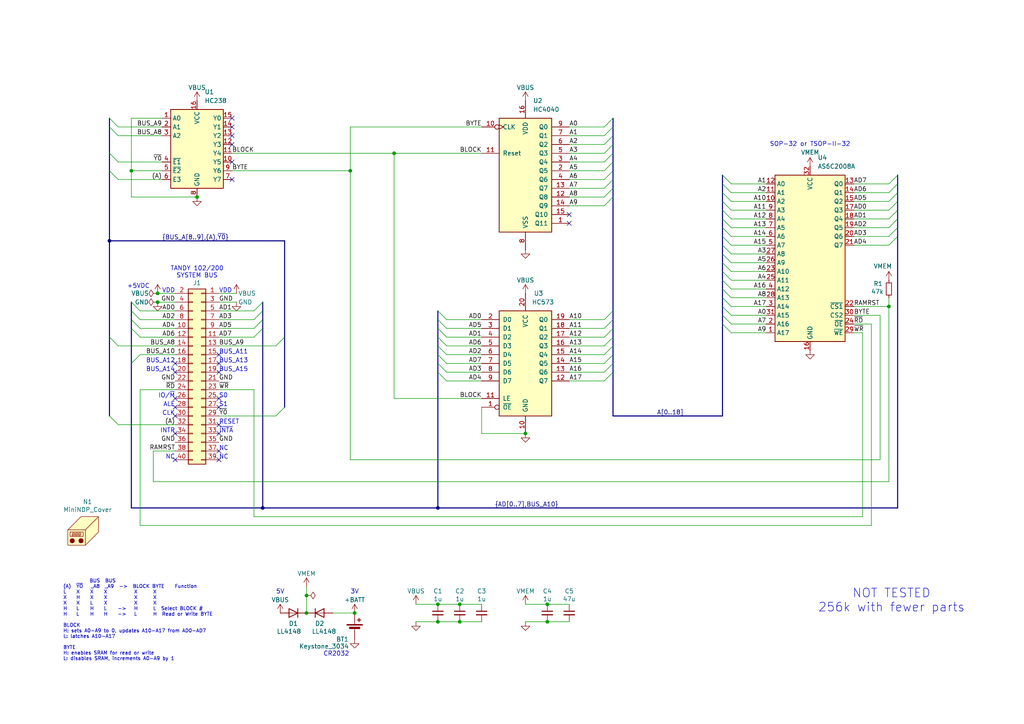
<source format=kicad_sch>
(kicad_sch
	(version 20231120)
	(generator "eeschema")
	(generator_version "8.0")
	(uuid "f15c2929-5cf4-4b4e-965d-148e1bec8a42")
	(paper "A4")
	(title_block
		(title "MiniNDP 256")
		(date "2024-11-28")
		(rev "F03")
		(company "Brian K. White - b.kenyon.w@gmail.com")
		(comment 1 "github.com/bkw777/NODE_DATAPAC")
		(comment 2 "Use with RAM100.CO or RAM200.CO")
		(comment 3 "Work-alike of NODE Systems DATAPAC / RAMPAC")
	)
	(lib_symbols
		(symbol "000_LOCAL:4040"
			(pin_names
				(offset 1.016)
			)
			(exclude_from_sim no)
			(in_bom yes)
			(on_board yes)
			(property "Reference" "U"
				(at -7.62 16.51 0)
				(effects
					(font
						(size 1.27 1.27)
					)
				)
			)
			(property "Value" "4040"
				(at -7.62 -19.05 0)
				(effects
					(font
						(size 1.27 1.27)
					)
				)
			)
			(property "Footprint" "000_LOCAL:TSSOP-16"
				(at 0 0 0)
				(effects
					(font
						(size 1.27 1.27)
					)
					(hide yes)
				)
			)
			(property "Datasheet" "datasheets/4040.pdf"
				(at 0 0 0)
				(effects
					(font
						(size 1.27 1.27)
					)
					(hide yes)
				)
			)
			(property "Description" "Binary Counter 12 stages (Asynchronous)"
				(at 0 0 0)
				(effects
					(font
						(size 1.27 1.27)
					)
					(hide yes)
				)
			)
			(property "ki_keywords" "CMOS CNT CNT12"
				(at 0 0 0)
				(effects
					(font
						(size 1.27 1.27)
					)
					(hide yes)
				)
			)
			(property "ki_fp_filters" "DIP?16* SO*16*"
				(at 0 0 0)
				(effects
					(font
						(size 1.27 1.27)
					)
					(hide yes)
				)
			)
			(symbol "4040_1_0"
				(pin output line
					(at 12.7 -15.24 180)
					(length 5.08)
					(name "Q11"
						(effects
							(font
								(size 1.27 1.27)
							)
						)
					)
					(number "1"
						(effects
							(font
								(size 1.27 1.27)
							)
						)
					)
				)
				(pin input inverted_clock
					(at -12.7 12.7 0)
					(length 5.08)
					(name "CLK"
						(effects
							(font
								(size 1.27 1.27)
							)
						)
					)
					(number "10"
						(effects
							(font
								(size 1.27 1.27)
							)
						)
					)
				)
				(pin input line
					(at -12.7 5.08 0)
					(length 5.08)
					(name "Reset"
						(effects
							(font
								(size 1.27 1.27)
							)
						)
					)
					(number "11"
						(effects
							(font
								(size 1.27 1.27)
							)
						)
					)
				)
				(pin output line
					(at 12.7 -7.62 180)
					(length 5.08)
					(name "Q8"
						(effects
							(font
								(size 1.27 1.27)
							)
						)
					)
					(number "12"
						(effects
							(font
								(size 1.27 1.27)
							)
						)
					)
				)
				(pin output line
					(at 12.7 -5.08 180)
					(length 5.08)
					(name "Q7"
						(effects
							(font
								(size 1.27 1.27)
							)
						)
					)
					(number "13"
						(effects
							(font
								(size 1.27 1.27)
							)
						)
					)
				)
				(pin output line
					(at 12.7 -10.16 180)
					(length 5.08)
					(name "Q9"
						(effects
							(font
								(size 1.27 1.27)
							)
						)
					)
					(number "14"
						(effects
							(font
								(size 1.27 1.27)
							)
						)
					)
				)
				(pin output line
					(at 12.7 -12.7 180)
					(length 5.08)
					(name "Q10"
						(effects
							(font
								(size 1.27 1.27)
							)
						)
					)
					(number "15"
						(effects
							(font
								(size 1.27 1.27)
							)
						)
					)
				)
				(pin power_in line
					(at 0 20.32 270)
					(length 5.08)
					(name "VDD"
						(effects
							(font
								(size 1.27 1.27)
							)
						)
					)
					(number "16"
						(effects
							(font
								(size 1.27 1.27)
							)
						)
					)
				)
				(pin output line
					(at 12.7 0 180)
					(length 5.08)
					(name "Q5"
						(effects
							(font
								(size 1.27 1.27)
							)
						)
					)
					(number "2"
						(effects
							(font
								(size 1.27 1.27)
							)
						)
					)
				)
				(pin output line
					(at 12.7 2.54 180)
					(length 5.08)
					(name "Q4"
						(effects
							(font
								(size 1.27 1.27)
							)
						)
					)
					(number "3"
						(effects
							(font
								(size 1.27 1.27)
							)
						)
					)
				)
				(pin output line
					(at 12.7 -2.54 180)
					(length 5.08)
					(name "Q6"
						(effects
							(font
								(size 1.27 1.27)
							)
						)
					)
					(number "4"
						(effects
							(font
								(size 1.27 1.27)
							)
						)
					)
				)
				(pin output line
					(at 12.7 5.08 180)
					(length 5.08)
					(name "Q3"
						(effects
							(font
								(size 1.27 1.27)
							)
						)
					)
					(number "5"
						(effects
							(font
								(size 1.27 1.27)
							)
						)
					)
				)
				(pin output line
					(at 12.7 7.62 180)
					(length 5.08)
					(name "Q2"
						(effects
							(font
								(size 1.27 1.27)
							)
						)
					)
					(number "6"
						(effects
							(font
								(size 1.27 1.27)
							)
						)
					)
				)
				(pin output line
					(at 12.7 10.16 180)
					(length 5.08)
					(name "Q1"
						(effects
							(font
								(size 1.27 1.27)
							)
						)
					)
					(number "7"
						(effects
							(font
								(size 1.27 1.27)
							)
						)
					)
				)
				(pin power_in line
					(at 0 -22.86 90)
					(length 5.08)
					(name "VSS"
						(effects
							(font
								(size 1.27 1.27)
							)
						)
					)
					(number "8"
						(effects
							(font
								(size 1.27 1.27)
							)
						)
					)
				)
				(pin output line
					(at 12.7 12.7 180)
					(length 5.08)
					(name "Q0"
						(effects
							(font
								(size 1.27 1.27)
							)
						)
					)
					(number "9"
						(effects
							(font
								(size 1.27 1.27)
							)
						)
					)
				)
			)
			(symbol "4040_1_1"
				(rectangle
					(start -7.62 15.24)
					(end 7.62 -17.78)
					(stroke
						(width 0.254)
						(type default)
					)
					(fill
						(type background)
					)
				)
			)
		)
		(symbol "000_LOCAL:74HC238"
			(exclude_from_sim no)
			(in_bom yes)
			(on_board yes)
			(property "Reference" "U"
				(at -7.62 13.97 0)
				(effects
					(font
						(size 1.27 1.27)
					)
					(justify left bottom)
				)
			)
			(property "Value" "HC238"
				(at 2.54 -11.43 0)
				(effects
					(font
						(size 1.27 1.27)
					)
					(justify left top)
				)
			)
			(property "Footprint" ""
				(at 0 0 0)
				(effects
					(font
						(size 1.27 1.27)
					)
					(hide yes)
				)
			)
			(property "Datasheet" "datasheets/HC238.pdf"
				(at 0 0 0)
				(effects
					(font
						(size 1.27 1.27)
					)
					(hide yes)
				)
			)
			(property "Description" "3-to-8 line decoder/multiplexer, DIP-16/SOIC-16/SSOP-16"
				(at 0 0 0)
				(effects
					(font
						(size 1.27 1.27)
					)
					(hide yes)
				)
			)
			(property "ki_keywords" "demux"
				(at 0 0 0)
				(effects
					(font
						(size 1.27 1.27)
					)
					(hide yes)
				)
			)
			(property "ki_fp_filters" "DIP*W7.62mm* SOIC*3.9x9.9mm*P1.27mm* TSSOP*4.4x5mm*P0.65mm*"
				(at 0 0 0)
				(effects
					(font
						(size 1.27 1.27)
					)
					(hide yes)
				)
			)
			(symbol "74HC238_0_1"
				(rectangle
					(start -7.62 12.7)
					(end 7.62 -10.16)
					(stroke
						(width 0.254)
						(type default)
					)
					(fill
						(type background)
					)
				)
			)
			(symbol "74HC238_1_1"
				(pin input line
					(at -10.16 10.16 0)
					(length 2.54)
					(name "A0"
						(effects
							(font
								(size 1.27 1.27)
							)
						)
					)
					(number "1"
						(effects
							(font
								(size 1.27 1.27)
							)
						)
					)
				)
				(pin output line
					(at 10.16 -2.54 180)
					(length 2.54)
					(name "Y5"
						(effects
							(font
								(size 1.27 1.27)
							)
						)
					)
					(number "10"
						(effects
							(font
								(size 1.27 1.27)
							)
						)
					)
				)
				(pin output line
					(at 10.16 0 180)
					(length 2.54)
					(name "Y4"
						(effects
							(font
								(size 1.27 1.27)
							)
						)
					)
					(number "11"
						(effects
							(font
								(size 1.27 1.27)
							)
						)
					)
				)
				(pin output line
					(at 10.16 2.54 180)
					(length 2.54)
					(name "Y3"
						(effects
							(font
								(size 1.27 1.27)
							)
						)
					)
					(number "12"
						(effects
							(font
								(size 1.27 1.27)
							)
						)
					)
				)
				(pin output line
					(at 10.16 5.08 180)
					(length 2.54)
					(name "Y2"
						(effects
							(font
								(size 1.27 1.27)
							)
						)
					)
					(number "13"
						(effects
							(font
								(size 1.27 1.27)
							)
						)
					)
				)
				(pin output line
					(at 10.16 7.62 180)
					(length 2.54)
					(name "Y1"
						(effects
							(font
								(size 1.27 1.27)
							)
						)
					)
					(number "14"
						(effects
							(font
								(size 1.27 1.27)
							)
						)
					)
				)
				(pin output line
					(at 10.16 10.16 180)
					(length 2.54)
					(name "Y0"
						(effects
							(font
								(size 1.27 1.27)
							)
						)
					)
					(number "15"
						(effects
							(font
								(size 1.27 1.27)
							)
						)
					)
				)
				(pin power_in line
					(at 0 15.24 270)
					(length 2.54)
					(name "VCC"
						(effects
							(font
								(size 1.27 1.27)
							)
						)
					)
					(number "16"
						(effects
							(font
								(size 1.27 1.27)
							)
						)
					)
				)
				(pin input line
					(at -10.16 7.62 0)
					(length 2.54)
					(name "A1"
						(effects
							(font
								(size 1.27 1.27)
							)
						)
					)
					(number "2"
						(effects
							(font
								(size 1.27 1.27)
							)
						)
					)
				)
				(pin input line
					(at -10.16 5.08 0)
					(length 2.54)
					(name "A2"
						(effects
							(font
								(size 1.27 1.27)
							)
						)
					)
					(number "3"
						(effects
							(font
								(size 1.27 1.27)
							)
						)
					)
				)
				(pin input line
					(at -10.16 -2.54 0)
					(length 2.54)
					(name "~{E1}"
						(effects
							(font
								(size 1.27 1.27)
							)
						)
					)
					(number "4"
						(effects
							(font
								(size 1.27 1.27)
							)
						)
					)
				)
				(pin input line
					(at -10.16 -5.08 0)
					(length 2.54)
					(name "~{E2}"
						(effects
							(font
								(size 1.27 1.27)
							)
						)
					)
					(number "5"
						(effects
							(font
								(size 1.27 1.27)
							)
						)
					)
				)
				(pin input line
					(at -10.16 -7.62 0)
					(length 2.54)
					(name "E3"
						(effects
							(font
								(size 1.27 1.27)
							)
						)
					)
					(number "6"
						(effects
							(font
								(size 1.27 1.27)
							)
						)
					)
				)
				(pin output line
					(at 10.16 -7.62 180)
					(length 2.54)
					(name "Y7"
						(effects
							(font
								(size 1.27 1.27)
							)
						)
					)
					(number "7"
						(effects
							(font
								(size 1.27 1.27)
							)
						)
					)
				)
				(pin power_in line
					(at 0 -12.7 90)
					(length 2.54)
					(name "GND"
						(effects
							(font
								(size 1.27 1.27)
							)
						)
					)
					(number "8"
						(effects
							(font
								(size 1.27 1.27)
							)
						)
					)
				)
				(pin output line
					(at 10.16 -5.08 180)
					(length 2.54)
					(name "Y6"
						(effects
							(font
								(size 1.27 1.27)
							)
						)
					)
					(number "9"
						(effects
							(font
								(size 1.27 1.27)
							)
						)
					)
				)
			)
		)
		(symbol "000_LOCAL:74x573"
			(pin_names
				(offset 1.016)
			)
			(exclude_from_sim no)
			(in_bom yes)
			(on_board yes)
			(property "Reference" "U?"
				(at 0 0.762 0)
				(effects
					(font
						(size 1.27 1.27)
					)
				)
			)
			(property "Value" "74x573"
				(at 0.127 -2.032 0)
				(effects
					(font
						(size 1.27 1.27)
					)
				)
			)
			(property "Footprint" "000_LOCAL:TSSOP-20_4.4x6.5mm_P0.65mm"
				(at 0 0 0)
				(effects
					(font
						(size 1.27 1.27)
					)
					(hide yes)
				)
			)
			(property "Datasheet" "datasheets/74AHC573.pdf"
				(at 0 0 0)
				(effects
					(font
						(size 1.27 1.27)
					)
					(hide yes)
				)
			)
			(property "Description" "8-bit Latch 3-state outputs"
				(at 0 0 0)
				(effects
					(font
						(size 1.27 1.27)
					)
					(hide yes)
				)
			)
			(property "ki_keywords" "TTL DFF DFF8 LATCH 3State"
				(at 0 0 0)
				(effects
					(font
						(size 1.27 1.27)
					)
					(hide yes)
				)
			)
			(symbol "74x573_1_0"
				(pin input inverted
					(at -12.7 -12.7 0)
					(length 5.08)
					(name "~{OE}"
						(effects
							(font
								(size 1.27 1.27)
							)
						)
					)
					(number "1"
						(effects
							(font
								(size 1.27 1.27)
							)
						)
					)
				)
				(pin power_in line
					(at 0 -20.32 90)
					(length 5.08)
					(name "GND"
						(effects
							(font
								(size 1.27 1.27)
							)
						)
					)
					(number "10"
						(effects
							(font
								(size 1.27 1.27)
							)
						)
					)
				)
				(pin input line
					(at -12.7 -10.16 0)
					(length 5.08)
					(name "LE"
						(effects
							(font
								(size 1.27 1.27)
							)
						)
					)
					(number "11"
						(effects
							(font
								(size 1.27 1.27)
							)
						)
					)
				)
				(pin tri_state line
					(at 12.7 -5.08 180)
					(length 5.08)
					(name "Q7"
						(effects
							(font
								(size 1.27 1.27)
							)
						)
					)
					(number "12"
						(effects
							(font
								(size 1.27 1.27)
							)
						)
					)
				)
				(pin tri_state line
					(at 12.7 -2.54 180)
					(length 5.08)
					(name "Q6"
						(effects
							(font
								(size 1.27 1.27)
							)
						)
					)
					(number "13"
						(effects
							(font
								(size 1.27 1.27)
							)
						)
					)
				)
				(pin tri_state line
					(at 12.7 0 180)
					(length 5.08)
					(name "Q5"
						(effects
							(font
								(size 1.27 1.27)
							)
						)
					)
					(number "14"
						(effects
							(font
								(size 1.27 1.27)
							)
						)
					)
				)
				(pin tri_state line
					(at 12.7 2.54 180)
					(length 5.08)
					(name "Q4"
						(effects
							(font
								(size 1.27 1.27)
							)
						)
					)
					(number "15"
						(effects
							(font
								(size 1.27 1.27)
							)
						)
					)
				)
				(pin tri_state line
					(at 12.7 5.08 180)
					(length 5.08)
					(name "Q3"
						(effects
							(font
								(size 1.27 1.27)
							)
						)
					)
					(number "16"
						(effects
							(font
								(size 1.27 1.27)
							)
						)
					)
				)
				(pin tri_state line
					(at 12.7 7.62 180)
					(length 5.08)
					(name "Q2"
						(effects
							(font
								(size 1.27 1.27)
							)
						)
					)
					(number "17"
						(effects
							(font
								(size 1.27 1.27)
							)
						)
					)
				)
				(pin tri_state line
					(at 12.7 10.16 180)
					(length 5.08)
					(name "Q1"
						(effects
							(font
								(size 1.27 1.27)
							)
						)
					)
					(number "18"
						(effects
							(font
								(size 1.27 1.27)
							)
						)
					)
				)
				(pin tri_state line
					(at 12.7 12.7 180)
					(length 5.08)
					(name "Q0"
						(effects
							(font
								(size 1.27 1.27)
							)
						)
					)
					(number "19"
						(effects
							(font
								(size 1.27 1.27)
							)
						)
					)
				)
				(pin input line
					(at -12.7 12.7 0)
					(length 5.08)
					(name "D0"
						(effects
							(font
								(size 1.27 1.27)
							)
						)
					)
					(number "2"
						(effects
							(font
								(size 1.27 1.27)
							)
						)
					)
				)
				(pin power_in line
					(at 0 20.32 270)
					(length 5.08)
					(name "VCC"
						(effects
							(font
								(size 1.27 1.27)
							)
						)
					)
					(number "20"
						(effects
							(font
								(size 1.27 1.27)
							)
						)
					)
				)
				(pin input line
					(at -12.7 10.16 0)
					(length 5.08)
					(name "D1"
						(effects
							(font
								(size 1.27 1.27)
							)
						)
					)
					(number "3"
						(effects
							(font
								(size 1.27 1.27)
							)
						)
					)
				)
				(pin input line
					(at -12.7 7.62 0)
					(length 5.08)
					(name "D2"
						(effects
							(font
								(size 1.27 1.27)
							)
						)
					)
					(number "4"
						(effects
							(font
								(size 1.27 1.27)
							)
						)
					)
				)
				(pin input line
					(at -12.7 5.08 0)
					(length 5.08)
					(name "D3"
						(effects
							(font
								(size 1.27 1.27)
							)
						)
					)
					(number "5"
						(effects
							(font
								(size 1.27 1.27)
							)
						)
					)
				)
				(pin input line
					(at -12.7 2.54 0)
					(length 5.08)
					(name "D4"
						(effects
							(font
								(size 1.27 1.27)
							)
						)
					)
					(number "6"
						(effects
							(font
								(size 1.27 1.27)
							)
						)
					)
				)
				(pin input line
					(at -12.7 0 0)
					(length 5.08)
					(name "D5"
						(effects
							(font
								(size 1.27 1.27)
							)
						)
					)
					(number "7"
						(effects
							(font
								(size 1.27 1.27)
							)
						)
					)
				)
				(pin input line
					(at -12.7 -2.54 0)
					(length 5.08)
					(name "D6"
						(effects
							(font
								(size 1.27 1.27)
							)
						)
					)
					(number "8"
						(effects
							(font
								(size 1.27 1.27)
							)
						)
					)
				)
				(pin input line
					(at -12.7 -5.08 0)
					(length 5.08)
					(name "D7"
						(effects
							(font
								(size 1.27 1.27)
							)
						)
					)
					(number "9"
						(effects
							(font
								(size 1.27 1.27)
							)
						)
					)
				)
			)
			(symbol "74x573_1_1"
				(rectangle
					(start -7.62 15.24)
					(end 7.62 -15.24)
					(stroke
						(width 0.254)
						(type default)
					)
					(fill
						(type background)
					)
				)
			)
		)
		(symbol "000_LOCAL:AS6C2008A_DIP32_SOP32"
			(exclude_from_sim no)
			(in_bom yes)
			(on_board yes)
			(property "Reference" "U"
				(at -10.16 23.495 0)
				(effects
					(font
						(size 1.27 1.27)
					)
					(justify left bottom)
				)
			)
			(property "Value" "AS6C2008A_DIP32_SOP32"
				(at 2.54 23.495 0)
				(effects
					(font
						(size 1.27 1.27)
					)
					(justify left bottom)
				)
			)
			(property "Footprint" ""
				(at 0 0 0)
				(effects
					(font
						(size 1.27 1.27)
					)
					(hide yes)
				)
			)
			(property "Datasheet" "datasheets/AS6C2008A.pdf"
				(at 0 0 0)
				(effects
					(font
						(size 1.27 1.27)
					)
					(hide yes)
				)
			)
			(property "Description" "256K x 8 High-Speed CMOS Static RAM, 55/70ns, DIP-32/SOP-32"
				(at 0 0 0)
				(effects
					(font
						(size 1.27 1.27)
					)
					(hide yes)
				)
			)
			(property "ki_keywords" "RAM SRAM CMOS MEMORY"
				(at 0 0 0)
				(effects
					(font
						(size 1.27 1.27)
					)
					(hide yes)
				)
			)
			(property "ki_fp_filters" "DIP*W15.24mm* SSOP*11.305x20.495mm*P1.27mm*"
				(at 0 0 0)
				(effects
					(font
						(size 1.27 1.27)
					)
					(hide yes)
				)
			)
			(symbol "AS6C2008A_DIP32_SOP32_0_0"
				(pin power_in line
					(at 0 -27.94 90)
					(length 2.54)
					(name "GND"
						(effects
							(font
								(size 1.27 1.27)
							)
						)
					)
					(number "16"
						(effects
							(font
								(size 1.27 1.27)
							)
						)
					)
				)
				(pin power_in line
					(at 0 25.4 270)
					(length 2.54)
					(name "VCC"
						(effects
							(font
								(size 1.27 1.27)
							)
						)
					)
					(number "32"
						(effects
							(font
								(size 1.27 1.27)
							)
						)
					)
				)
			)
			(symbol "AS6C2008A_DIP32_SOP32_0_1"
				(rectangle
					(start -10.16 22.86)
					(end 10.16 -25.4)
					(stroke
						(width 0.254)
						(type default)
					)
					(fill
						(type background)
					)
				)
			)
			(symbol "AS6C2008A_DIP32_SOP32_1_1"
				(pin input line
					(at -12.7 -22.86 0)
					(length 2.54)
					(name "A17"
						(effects
							(font
								(size 1.27 1.27)
							)
						)
					)
					(number "1"
						(effects
							(font
								(size 1.27 1.27)
							)
						)
					)
				)
				(pin input line
					(at -12.7 15.24 0)
					(length 2.54)
					(name "A2"
						(effects
							(font
								(size 1.27 1.27)
							)
						)
					)
					(number "10"
						(effects
							(font
								(size 1.27 1.27)
							)
						)
					)
				)
				(pin input line
					(at -12.7 17.78 0)
					(length 2.54)
					(name "A1"
						(effects
							(font
								(size 1.27 1.27)
							)
						)
					)
					(number "11"
						(effects
							(font
								(size 1.27 1.27)
							)
						)
					)
				)
				(pin input line
					(at -12.7 20.32 0)
					(length 2.54)
					(name "A0"
						(effects
							(font
								(size 1.27 1.27)
							)
						)
					)
					(number "12"
						(effects
							(font
								(size 1.27 1.27)
							)
						)
					)
				)
				(pin tri_state line
					(at 12.7 20.32 180)
					(length 2.54)
					(name "Q0"
						(effects
							(font
								(size 1.27 1.27)
							)
						)
					)
					(number "13"
						(effects
							(font
								(size 1.27 1.27)
							)
						)
					)
				)
				(pin tri_state line
					(at 12.7 17.78 180)
					(length 2.54)
					(name "Q1"
						(effects
							(font
								(size 1.27 1.27)
							)
						)
					)
					(number "14"
						(effects
							(font
								(size 1.27 1.27)
							)
						)
					)
				)
				(pin tri_state line
					(at 12.7 15.24 180)
					(length 2.54)
					(name "Q2"
						(effects
							(font
								(size 1.27 1.27)
							)
						)
					)
					(number "15"
						(effects
							(font
								(size 1.27 1.27)
							)
						)
					)
				)
				(pin tri_state line
					(at 12.7 12.7 180)
					(length 2.54)
					(name "Q3"
						(effects
							(font
								(size 1.27 1.27)
							)
						)
					)
					(number "17"
						(effects
							(font
								(size 1.27 1.27)
							)
						)
					)
				)
				(pin tri_state line
					(at 12.7 10.16 180)
					(length 2.54)
					(name "Q4"
						(effects
							(font
								(size 1.27 1.27)
							)
						)
					)
					(number "18"
						(effects
							(font
								(size 1.27 1.27)
							)
						)
					)
				)
				(pin tri_state line
					(at 12.7 7.62 180)
					(length 2.54)
					(name "Q5"
						(effects
							(font
								(size 1.27 1.27)
							)
						)
					)
					(number "19"
						(effects
							(font
								(size 1.27 1.27)
							)
						)
					)
				)
				(pin input line
					(at -12.7 -20.32 0)
					(length 2.54)
					(name "A16"
						(effects
							(font
								(size 1.27 1.27)
							)
						)
					)
					(number "2"
						(effects
							(font
								(size 1.27 1.27)
							)
						)
					)
				)
				(pin tri_state line
					(at 12.7 5.08 180)
					(length 2.54)
					(name "Q6"
						(effects
							(font
								(size 1.27 1.27)
							)
						)
					)
					(number "20"
						(effects
							(font
								(size 1.27 1.27)
							)
						)
					)
				)
				(pin tri_state line
					(at 12.7 2.54 180)
					(length 2.54)
					(name "Q7"
						(effects
							(font
								(size 1.27 1.27)
							)
						)
					)
					(number "21"
						(effects
							(font
								(size 1.27 1.27)
							)
						)
					)
				)
				(pin input line
					(at 12.7 -15.24 180)
					(length 2.54)
					(name "~{CS1}"
						(effects
							(font
								(size 1.27 1.27)
							)
						)
					)
					(number "22"
						(effects
							(font
								(size 1.27 1.27)
							)
						)
					)
				)
				(pin input line
					(at -12.7 -5.08 0)
					(length 2.54)
					(name "A10"
						(effects
							(font
								(size 1.27 1.27)
							)
						)
					)
					(number "23"
						(effects
							(font
								(size 1.27 1.27)
							)
						)
					)
				)
				(pin input line
					(at 12.7 -20.32 180)
					(length 2.54)
					(name "~{OE}"
						(effects
							(font
								(size 1.27 1.27)
							)
						)
					)
					(number "24"
						(effects
							(font
								(size 1.27 1.27)
							)
						)
					)
				)
				(pin input line
					(at -12.7 -7.62 0)
					(length 2.54)
					(name "A11"
						(effects
							(font
								(size 1.27 1.27)
							)
						)
					)
					(number "25"
						(effects
							(font
								(size 1.27 1.27)
							)
						)
					)
				)
				(pin input line
					(at -12.7 -2.54 0)
					(length 2.54)
					(name "A9"
						(effects
							(font
								(size 1.27 1.27)
							)
						)
					)
					(number "26"
						(effects
							(font
								(size 1.27 1.27)
							)
						)
					)
				)
				(pin input line
					(at -12.7 0 0)
					(length 2.54)
					(name "A8"
						(effects
							(font
								(size 1.27 1.27)
							)
						)
					)
					(number "27"
						(effects
							(font
								(size 1.27 1.27)
							)
						)
					)
				)
				(pin input line
					(at -12.7 -12.7 0)
					(length 2.54)
					(name "A13"
						(effects
							(font
								(size 1.27 1.27)
							)
						)
					)
					(number "28"
						(effects
							(font
								(size 1.27 1.27)
							)
						)
					)
				)
				(pin input line
					(at 12.7 -22.86 180)
					(length 2.54)
					(name "~{WE}"
						(effects
							(font
								(size 1.27 1.27)
							)
						)
					)
					(number "29"
						(effects
							(font
								(size 1.27 1.27)
							)
						)
					)
				)
				(pin input line
					(at -12.7 -15.24 0)
					(length 2.54)
					(name "A14"
						(effects
							(font
								(size 1.27 1.27)
							)
						)
					)
					(number "3"
						(effects
							(font
								(size 1.27 1.27)
							)
						)
					)
				)
				(pin input line
					(at 12.7 -17.78 180)
					(length 2.54)
					(name "CS2"
						(effects
							(font
								(size 1.27 1.27)
							)
						)
					)
					(number "30"
						(effects
							(font
								(size 1.27 1.27)
							)
						)
					)
				)
				(pin input line
					(at -12.7 -17.78 0)
					(length 2.54)
					(name "A15"
						(effects
							(font
								(size 1.27 1.27)
							)
						)
					)
					(number "31"
						(effects
							(font
								(size 1.27 1.27)
							)
						)
					)
				)
				(pin input line
					(at -12.7 -10.16 0)
					(length 2.54)
					(name "A12"
						(effects
							(font
								(size 1.27 1.27)
							)
						)
					)
					(number "4"
						(effects
							(font
								(size 1.27 1.27)
							)
						)
					)
				)
				(pin input line
					(at -12.7 2.54 0)
					(length 2.54)
					(name "A7"
						(effects
							(font
								(size 1.27 1.27)
							)
						)
					)
					(number "5"
						(effects
							(font
								(size 1.27 1.27)
							)
						)
					)
				)
				(pin input line
					(at -12.7 5.08 0)
					(length 2.54)
					(name "A6"
						(effects
							(font
								(size 1.27 1.27)
							)
						)
					)
					(number "6"
						(effects
							(font
								(size 1.27 1.27)
							)
						)
					)
				)
				(pin input line
					(at -12.7 7.62 0)
					(length 2.54)
					(name "A5"
						(effects
							(font
								(size 1.27 1.27)
							)
						)
					)
					(number "7"
						(effects
							(font
								(size 1.27 1.27)
							)
						)
					)
				)
				(pin input line
					(at -12.7 10.16 0)
					(length 2.54)
					(name "A4"
						(effects
							(font
								(size 1.27 1.27)
							)
						)
					)
					(number "8"
						(effects
							(font
								(size 1.27 1.27)
							)
						)
					)
				)
				(pin input line
					(at -12.7 12.7 0)
					(length 2.54)
					(name "A3"
						(effects
							(font
								(size 1.27 1.27)
							)
						)
					)
					(number "9"
						(effects
							(font
								(size 1.27 1.27)
							)
						)
					)
				)
			)
		)
		(symbol "000_LOCAL:Battery_Cell"
			(pin_numbers hide)
			(pin_names
				(offset 0) hide)
			(exclude_from_sim no)
			(in_bom yes)
			(on_board yes)
			(property "Reference" "BT"
				(at 2.54 2.54 0)
				(effects
					(font
						(size 1.27 1.27)
					)
					(justify left)
				)
			)
			(property "Value" "Battery_Cell"
				(at 2.54 0 0)
				(effects
					(font
						(size 1.27 1.27)
					)
					(justify left)
				)
			)
			(property "Footprint" ""
				(at 0 1.524 90)
				(effects
					(font
						(size 1.27 1.27)
					)
					(hide yes)
				)
			)
			(property "Datasheet" "~"
				(at 0 1.524 90)
				(effects
					(font
						(size 1.27 1.27)
					)
					(hide yes)
				)
			)
			(property "Description" "Single-cell battery"
				(at 0 0 0)
				(effects
					(font
						(size 1.27 1.27)
					)
					(hide yes)
				)
			)
			(property "ki_keywords" "battery cell"
				(at 0 0 0)
				(effects
					(font
						(size 1.27 1.27)
					)
					(hide yes)
				)
			)
			(symbol "Battery_Cell_0_1"
				(rectangle
					(start -2.286 1.778)
					(end 2.286 1.524)
					(stroke
						(width 0)
						(type default)
					)
					(fill
						(type outline)
					)
				)
				(rectangle
					(start -1.524 1.016)
					(end 1.524 0.508)
					(stroke
						(width 0)
						(type default)
					)
					(fill
						(type outline)
					)
				)
				(polyline
					(pts
						(xy 0 0.762) (xy 0 0)
					)
					(stroke
						(width 0)
						(type default)
					)
					(fill
						(type none)
					)
				)
				(polyline
					(pts
						(xy 0 1.778) (xy 0 2.54)
					)
					(stroke
						(width 0)
						(type default)
					)
					(fill
						(type none)
					)
				)
				(polyline
					(pts
						(xy 0.762 3.048) (xy 1.778 3.048)
					)
					(stroke
						(width 0.254)
						(type default)
					)
					(fill
						(type none)
					)
				)
				(polyline
					(pts
						(xy 1.27 3.556) (xy 1.27 2.54)
					)
					(stroke
						(width 0.254)
						(type default)
					)
					(fill
						(type none)
					)
				)
			)
			(symbol "Battery_Cell_1_1"
				(pin passive line
					(at 0 5.08 270)
					(length 2.54)
					(name "+"
						(effects
							(font
								(size 1.27 1.27)
							)
						)
					)
					(number "1"
						(effects
							(font
								(size 1.27 1.27)
							)
						)
					)
				)
				(pin passive line
					(at 0 -2.54 90)
					(length 2.54)
					(name "-"
						(effects
							(font
								(size 1.27 1.27)
							)
						)
					)
					(number "2"
						(effects
							(font
								(size 1.27 1.27)
							)
						)
					)
				)
			)
		)
		(symbol "000_LOCAL:C"
			(pin_numbers hide)
			(pin_names
				(offset 0.254) hide)
			(exclude_from_sim no)
			(in_bom yes)
			(on_board yes)
			(property "Reference" "C"
				(at 0.254 1.778 0)
				(effects
					(font
						(size 1.27 1.27)
					)
					(justify left)
				)
			)
			(property "Value" "C"
				(at 0.254 -2.032 0)
				(effects
					(font
						(size 1.27 1.27)
					)
					(justify left)
				)
			)
			(property "Footprint" ""
				(at 0 0 0)
				(effects
					(font
						(size 1.27 1.27)
					)
					(hide yes)
				)
			)
			(property "Datasheet" "~"
				(at 0 0 0)
				(effects
					(font
						(size 1.27 1.27)
					)
					(hide yes)
				)
			)
			(property "Description" "Unpolarized capacitor, small symbol"
				(at 0 0 0)
				(effects
					(font
						(size 1.27 1.27)
					)
					(hide yes)
				)
			)
			(property "ki_keywords" "capacitor cap"
				(at 0 0 0)
				(effects
					(font
						(size 1.27 1.27)
					)
					(hide yes)
				)
			)
			(property "ki_fp_filters" "C_*"
				(at 0 0 0)
				(effects
					(font
						(size 1.27 1.27)
					)
					(hide yes)
				)
			)
			(symbol "C_0_1"
				(polyline
					(pts
						(xy -1.524 -0.508) (xy 1.524 -0.508)
					)
					(stroke
						(width 0.3302)
						(type default)
					)
					(fill
						(type none)
					)
				)
				(polyline
					(pts
						(xy -1.524 0.508) (xy 1.524 0.508)
					)
					(stroke
						(width 0.3048)
						(type default)
					)
					(fill
						(type none)
					)
				)
			)
			(symbol "C_1_1"
				(pin passive line
					(at 0 2.54 270)
					(length 2.032)
					(name "~"
						(effects
							(font
								(size 1.27 1.27)
							)
						)
					)
					(number "1"
						(effects
							(font
								(size 1.27 1.27)
							)
						)
					)
				)
				(pin passive line
					(at 0 -2.54 90)
					(length 2.032)
					(name "~"
						(effects
							(font
								(size 1.27 1.27)
							)
						)
					)
					(number "2"
						(effects
							(font
								(size 1.27 1.27)
							)
						)
					)
				)
			)
		)
		(symbol "000_LOCAL:Conn_02x20_Odd_Even"
			(pin_names
				(offset 1.016) hide)
			(exclude_from_sim no)
			(in_bom yes)
			(on_board yes)
			(property "Reference" "J"
				(at 1.27 25.4 0)
				(effects
					(font
						(size 1.27 1.27)
					)
				)
			)
			(property "Value" "Conn_02x20_Odd_Even"
				(at 1.27 -27.94 0)
				(effects
					(font
						(size 1.27 1.27)
					)
				)
			)
			(property "Footprint" ""
				(at 0 0 0)
				(effects
					(font
						(size 1.27 1.27)
					)
					(hide yes)
				)
			)
			(property "Datasheet" "~"
				(at 0 0 0)
				(effects
					(font
						(size 1.27 1.27)
					)
					(hide yes)
				)
			)
			(property "Description" "Generic connector, double row, 02x20, odd/even pin numbering scheme (row 1 odd numbers, row 2 even numbers), script generated (kicad-library-utils/schlib/autogen/connector/)"
				(at 0 0 0)
				(effects
					(font
						(size 1.27 1.27)
					)
					(hide yes)
				)
			)
			(property "ki_keywords" "connector"
				(at 0 0 0)
				(effects
					(font
						(size 1.27 1.27)
					)
					(hide yes)
				)
			)
			(property "ki_fp_filters" "Connector*:*_2x??_*"
				(at 0 0 0)
				(effects
					(font
						(size 1.27 1.27)
					)
					(hide yes)
				)
			)
			(symbol "Conn_02x20_Odd_Even_1_1"
				(rectangle
					(start -1.27 -25.273)
					(end 0 -25.527)
					(stroke
						(width 0.1524)
						(type default)
					)
					(fill
						(type none)
					)
				)
				(rectangle
					(start -1.27 -22.733)
					(end 0 -22.987)
					(stroke
						(width 0.1524)
						(type default)
					)
					(fill
						(type none)
					)
				)
				(rectangle
					(start -1.27 -20.193)
					(end 0 -20.447)
					(stroke
						(width 0.1524)
						(type default)
					)
					(fill
						(type none)
					)
				)
				(rectangle
					(start -1.27 -17.653)
					(end 0 -17.907)
					(stroke
						(width 0.1524)
						(type default)
					)
					(fill
						(type none)
					)
				)
				(rectangle
					(start -1.27 -15.113)
					(end 0 -15.367)
					(stroke
						(width 0.1524)
						(type default)
					)
					(fill
						(type none)
					)
				)
				(rectangle
					(start -1.27 -12.573)
					(end 0 -12.827)
					(stroke
						(width 0.1524)
						(type default)
					)
					(fill
						(type none)
					)
				)
				(rectangle
					(start -1.27 -10.033)
					(end 0 -10.287)
					(stroke
						(width 0.1524)
						(type default)
					)
					(fill
						(type none)
					)
				)
				(rectangle
					(start -1.27 -7.493)
					(end 0 -7.747)
					(stroke
						(width 0.1524)
						(type default)
					)
					(fill
						(type none)
					)
				)
				(rectangle
					(start -1.27 -4.953)
					(end 0 -5.207)
					(stroke
						(width 0.1524)
						(type default)
					)
					(fill
						(type none)
					)
				)
				(rectangle
					(start -1.27 -2.413)
					(end 0 -2.667)
					(stroke
						(width 0.1524)
						(type default)
					)
					(fill
						(type none)
					)
				)
				(rectangle
					(start -1.27 0.127)
					(end 0 -0.127)
					(stroke
						(width 0.1524)
						(type default)
					)
					(fill
						(type none)
					)
				)
				(rectangle
					(start -1.27 2.667)
					(end 0 2.413)
					(stroke
						(width 0.1524)
						(type default)
					)
					(fill
						(type none)
					)
				)
				(rectangle
					(start -1.27 5.207)
					(end 0 4.953)
					(stroke
						(width 0.1524)
						(type default)
					)
					(fill
						(type none)
					)
				)
				(rectangle
					(start -1.27 7.747)
					(end 0 7.493)
					(stroke
						(width 0.1524)
						(type default)
					)
					(fill
						(type none)
					)
				)
				(rectangle
					(start -1.27 10.287)
					(end 0 10.033)
					(stroke
						(width 0.1524)
						(type default)
					)
					(fill
						(type none)
					)
				)
				(rectangle
					(start -1.27 12.827)
					(end 0 12.573)
					(stroke
						(width 0.1524)
						(type default)
					)
					(fill
						(type none)
					)
				)
				(rectangle
					(start -1.27 15.367)
					(end 0 15.113)
					(stroke
						(width 0.1524)
						(type default)
					)
					(fill
						(type none)
					)
				)
				(rectangle
					(start -1.27 17.907)
					(end 0 17.653)
					(stroke
						(width 0.1524)
						(type default)
					)
					(fill
						(type none)
					)
				)
				(rectangle
					(start -1.27 20.447)
					(end 0 20.193)
					(stroke
						(width 0.1524)
						(type default)
					)
					(fill
						(type none)
					)
				)
				(rectangle
					(start -1.27 22.987)
					(end 0 22.733)
					(stroke
						(width 0.1524)
						(type default)
					)
					(fill
						(type none)
					)
				)
				(rectangle
					(start -1.27 24.13)
					(end 3.81 -26.67)
					(stroke
						(width 0.254)
						(type default)
					)
					(fill
						(type background)
					)
				)
				(rectangle
					(start 3.81 -25.273)
					(end 2.54 -25.527)
					(stroke
						(width 0.1524)
						(type default)
					)
					(fill
						(type none)
					)
				)
				(rectangle
					(start 3.81 -22.733)
					(end 2.54 -22.987)
					(stroke
						(width 0.1524)
						(type default)
					)
					(fill
						(type none)
					)
				)
				(rectangle
					(start 3.81 -20.193)
					(end 2.54 -20.447)
					(stroke
						(width 0.1524)
						(type default)
					)
					(fill
						(type none)
					)
				)
				(rectangle
					(start 3.81 -17.653)
					(end 2.54 -17.907)
					(stroke
						(width 0.1524)
						(type default)
					)
					(fill
						(type none)
					)
				)
				(rectangle
					(start 3.81 -15.113)
					(end 2.54 -15.367)
					(stroke
						(width 0.1524)
						(type default)
					)
					(fill
						(type none)
					)
				)
				(rectangle
					(start 3.81 -12.573)
					(end 2.54 -12.827)
					(stroke
						(width 0.1524)
						(type default)
					)
					(fill
						(type none)
					)
				)
				(rectangle
					(start 3.81 -10.033)
					(end 2.54 -10.287)
					(stroke
						(width 0.1524)
						(type default)
					)
					(fill
						(type none)
					)
				)
				(rectangle
					(start 3.81 -7.493)
					(end 2.54 -7.747)
					(stroke
						(width 0.1524)
						(type default)
					)
					(fill
						(type none)
					)
				)
				(rectangle
					(start 3.81 -4.953)
					(end 2.54 -5.207)
					(stroke
						(width 0.1524)
						(type default)
					)
					(fill
						(type none)
					)
				)
				(rectangle
					(start 3.81 -2.413)
					(end 2.54 -2.667)
					(stroke
						(width 0.1524)
						(type default)
					)
					(fill
						(type none)
					)
				)
				(rectangle
					(start 3.81 0.127)
					(end 2.54 -0.127)
					(stroke
						(width 0.1524)
						(type default)
					)
					(fill
						(type none)
					)
				)
				(rectangle
					(start 3.81 2.667)
					(end 2.54 2.413)
					(stroke
						(width 0.1524)
						(type default)
					)
					(fill
						(type none)
					)
				)
				(rectangle
					(start 3.81 5.207)
					(end 2.54 4.953)
					(stroke
						(width 0.1524)
						(type default)
					)
					(fill
						(type none)
					)
				)
				(rectangle
					(start 3.81 7.747)
					(end 2.54 7.493)
					(stroke
						(width 0.1524)
						(type default)
					)
					(fill
						(type none)
					)
				)
				(rectangle
					(start 3.81 10.287)
					(end 2.54 10.033)
					(stroke
						(width 0.1524)
						(type default)
					)
					(fill
						(type none)
					)
				)
				(rectangle
					(start 3.81 12.827)
					(end 2.54 12.573)
					(stroke
						(width 0.1524)
						(type default)
					)
					(fill
						(type none)
					)
				)
				(rectangle
					(start 3.81 15.367)
					(end 2.54 15.113)
					(stroke
						(width 0.1524)
						(type default)
					)
					(fill
						(type none)
					)
				)
				(rectangle
					(start 3.81 17.907)
					(end 2.54 17.653)
					(stroke
						(width 0.1524)
						(type default)
					)
					(fill
						(type none)
					)
				)
				(rectangle
					(start 3.81 20.447)
					(end 2.54 20.193)
					(stroke
						(width 0.1524)
						(type default)
					)
					(fill
						(type none)
					)
				)
				(rectangle
					(start 3.81 22.987)
					(end 2.54 22.733)
					(stroke
						(width 0.1524)
						(type default)
					)
					(fill
						(type none)
					)
				)
				(pin passive line
					(at -5.08 22.86 0)
					(length 3.81)
					(name "Pin_1"
						(effects
							(font
								(size 1.27 1.27)
							)
						)
					)
					(number "1"
						(effects
							(font
								(size 1.27 1.27)
							)
						)
					)
				)
				(pin passive line
					(at 7.62 12.7 180)
					(length 3.81)
					(name "Pin_10"
						(effects
							(font
								(size 1.27 1.27)
							)
						)
					)
					(number "10"
						(effects
							(font
								(size 1.27 1.27)
							)
						)
					)
				)
				(pin passive line
					(at -5.08 10.16 0)
					(length 3.81)
					(name "Pin_11"
						(effects
							(font
								(size 1.27 1.27)
							)
						)
					)
					(number "11"
						(effects
							(font
								(size 1.27 1.27)
							)
						)
					)
				)
				(pin passive line
					(at 7.62 10.16 180)
					(length 3.81)
					(name "Pin_12"
						(effects
							(font
								(size 1.27 1.27)
							)
						)
					)
					(number "12"
						(effects
							(font
								(size 1.27 1.27)
							)
						)
					)
				)
				(pin passive line
					(at -5.08 7.62 0)
					(length 3.81)
					(name "Pin_13"
						(effects
							(font
								(size 1.27 1.27)
							)
						)
					)
					(number "13"
						(effects
							(font
								(size 1.27 1.27)
							)
						)
					)
				)
				(pin passive line
					(at 7.62 7.62 180)
					(length 3.81)
					(name "Pin_14"
						(effects
							(font
								(size 1.27 1.27)
							)
						)
					)
					(number "14"
						(effects
							(font
								(size 1.27 1.27)
							)
						)
					)
				)
				(pin passive line
					(at -5.08 5.08 0)
					(length 3.81)
					(name "Pin_15"
						(effects
							(font
								(size 1.27 1.27)
							)
						)
					)
					(number "15"
						(effects
							(font
								(size 1.27 1.27)
							)
						)
					)
				)
				(pin passive line
					(at 7.62 5.08 180)
					(length 3.81)
					(name "Pin_16"
						(effects
							(font
								(size 1.27 1.27)
							)
						)
					)
					(number "16"
						(effects
							(font
								(size 1.27 1.27)
							)
						)
					)
				)
				(pin passive line
					(at -5.08 2.54 0)
					(length 3.81)
					(name "Pin_17"
						(effects
							(font
								(size 1.27 1.27)
							)
						)
					)
					(number "17"
						(effects
							(font
								(size 1.27 1.27)
							)
						)
					)
				)
				(pin passive line
					(at 7.62 2.54 180)
					(length 3.81)
					(name "Pin_18"
						(effects
							(font
								(size 1.27 1.27)
							)
						)
					)
					(number "18"
						(effects
							(font
								(size 1.27 1.27)
							)
						)
					)
				)
				(pin passive line
					(at -5.08 0 0)
					(length 3.81)
					(name "Pin_19"
						(effects
							(font
								(size 1.27 1.27)
							)
						)
					)
					(number "19"
						(effects
							(font
								(size 1.27 1.27)
							)
						)
					)
				)
				(pin passive line
					(at 7.62 22.86 180)
					(length 3.81)
					(name "Pin_2"
						(effects
							(font
								(size 1.27 1.27)
							)
						)
					)
					(number "2"
						(effects
							(font
								(size 1.27 1.27)
							)
						)
					)
				)
				(pin passive line
					(at 7.62 0 180)
					(length 3.81)
					(name "Pin_20"
						(effects
							(font
								(size 1.27 1.27)
							)
						)
					)
					(number "20"
						(effects
							(font
								(size 1.27 1.27)
							)
						)
					)
				)
				(pin passive line
					(at -5.08 -2.54 0)
					(length 3.81)
					(name "Pin_21"
						(effects
							(font
								(size 1.27 1.27)
							)
						)
					)
					(number "21"
						(effects
							(font
								(size 1.27 1.27)
							)
						)
					)
				)
				(pin passive line
					(at 7.62 -2.54 180)
					(length 3.81)
					(name "Pin_22"
						(effects
							(font
								(size 1.27 1.27)
							)
						)
					)
					(number "22"
						(effects
							(font
								(size 1.27 1.27)
							)
						)
					)
				)
				(pin passive line
					(at -5.08 -5.08 0)
					(length 3.81)
					(name "Pin_23"
						(effects
							(font
								(size 1.27 1.27)
							)
						)
					)
					(number "23"
						(effects
							(font
								(size 1.27 1.27)
							)
						)
					)
				)
				(pin passive line
					(at 7.62 -5.08 180)
					(length 3.81)
					(name "Pin_24"
						(effects
							(font
								(size 1.27 1.27)
							)
						)
					)
					(number "24"
						(effects
							(font
								(size 1.27 1.27)
							)
						)
					)
				)
				(pin passive line
					(at -5.08 -7.62 0)
					(length 3.81)
					(name "Pin_25"
						(effects
							(font
								(size 1.27 1.27)
							)
						)
					)
					(number "25"
						(effects
							(font
								(size 1.27 1.27)
							)
						)
					)
				)
				(pin passive line
					(at 7.62 -7.62 180)
					(length 3.81)
					(name "Pin_26"
						(effects
							(font
								(size 1.27 1.27)
							)
						)
					)
					(number "26"
						(effects
							(font
								(size 1.27 1.27)
							)
						)
					)
				)
				(pin passive line
					(at -5.08 -10.16 0)
					(length 3.81)
					(name "Pin_27"
						(effects
							(font
								(size 1.27 1.27)
							)
						)
					)
					(number "27"
						(effects
							(font
								(size 1.27 1.27)
							)
						)
					)
				)
				(pin passive line
					(at 7.62 -10.16 180)
					(length 3.81)
					(name "Pin_28"
						(effects
							(font
								(size 1.27 1.27)
							)
						)
					)
					(number "28"
						(effects
							(font
								(size 1.27 1.27)
							)
						)
					)
				)
				(pin passive line
					(at -5.08 -12.7 0)
					(length 3.81)
					(name "Pin_29"
						(effects
							(font
								(size 1.27 1.27)
							)
						)
					)
					(number "29"
						(effects
							(font
								(size 1.27 1.27)
							)
						)
					)
				)
				(pin passive line
					(at -5.08 20.32 0)
					(length 3.81)
					(name "Pin_3"
						(effects
							(font
								(size 1.27 1.27)
							)
						)
					)
					(number "3"
						(effects
							(font
								(size 1.27 1.27)
							)
						)
					)
				)
				(pin passive line
					(at 7.62 -12.7 180)
					(length 3.81)
					(name "Pin_30"
						(effects
							(font
								(size 1.27 1.27)
							)
						)
					)
					(number "30"
						(effects
							(font
								(size 1.27 1.27)
							)
						)
					)
				)
				(pin passive line
					(at -5.08 -15.24 0)
					(length 3.81)
					(name "Pin_31"
						(effects
							(font
								(size 1.27 1.27)
							)
						)
					)
					(number "31"
						(effects
							(font
								(size 1.27 1.27)
							)
						)
					)
				)
				(pin passive line
					(at 7.62 -15.24 180)
					(length 3.81)
					(name "Pin_32"
						(effects
							(font
								(size 1.27 1.27)
							)
						)
					)
					(number "32"
						(effects
							(font
								(size 1.27 1.27)
							)
						)
					)
				)
				(pin passive line
					(at -5.08 -17.78 0)
					(length 3.81)
					(name "Pin_33"
						(effects
							(font
								(size 1.27 1.27)
							)
						)
					)
					(number "33"
						(effects
							(font
								(size 1.27 1.27)
							)
						)
					)
				)
				(pin passive line
					(at 7.62 -17.78 180)
					(length 3.81)
					(name "Pin_34"
						(effects
							(font
								(size 1.27 1.27)
							)
						)
					)
					(number "34"
						(effects
							(font
								(size 1.27 1.27)
							)
						)
					)
				)
				(pin passive line
					(at -5.08 -20.32 0)
					(length 3.81)
					(name "Pin_35"
						(effects
							(font
								(size 1.27 1.27)
							)
						)
					)
					(number "35"
						(effects
							(font
								(size 1.27 1.27)
							)
						)
					)
				)
				(pin passive line
					(at 7.62 -20.32 180)
					(length 3.81)
					(name "Pin_36"
						(effects
							(font
								(size 1.27 1.27)
							)
						)
					)
					(number "36"
						(effects
							(font
								(size 1.27 1.27)
							)
						)
					)
				)
				(pin passive line
					(at -5.08 -22.86 0)
					(length 3.81)
					(name "Pin_37"
						(effects
							(font
								(size 1.27 1.27)
							)
						)
					)
					(number "37"
						(effects
							(font
								(size 1.27 1.27)
							)
						)
					)
				)
				(pin passive line
					(at 7.62 -22.86 180)
					(length 3.81)
					(name "Pin_38"
						(effects
							(font
								(size 1.27 1.27)
							)
						)
					)
					(number "38"
						(effects
							(font
								(size 1.27 1.27)
							)
						)
					)
				)
				(pin passive line
					(at -5.08 -25.4 0)
					(length 3.81)
					(name "Pin_39"
						(effects
							(font
								(size 1.27 1.27)
							)
						)
					)
					(number "39"
						(effects
							(font
								(size 1.27 1.27)
							)
						)
					)
				)
				(pin passive line
					(at 7.62 20.32 180)
					(length 3.81)
					(name "Pin_4"
						(effects
							(font
								(size 1.27 1.27)
							)
						)
					)
					(number "4"
						(effects
							(font
								(size 1.27 1.27)
							)
						)
					)
				)
				(pin passive line
					(at 7.62 -25.4 180)
					(length 3.81)
					(name "Pin_40"
						(effects
							(font
								(size 1.27 1.27)
							)
						)
					)
					(number "40"
						(effects
							(font
								(size 1.27 1.27)
							)
						)
					)
				)
				(pin passive line
					(at -5.08 17.78 0)
					(length 3.81)
					(name "Pin_5"
						(effects
							(font
								(size 1.27 1.27)
							)
						)
					)
					(number "5"
						(effects
							(font
								(size 1.27 1.27)
							)
						)
					)
				)
				(pin passive line
					(at 7.62 17.78 180)
					(length 3.81)
					(name "Pin_6"
						(effects
							(font
								(size 1.27 1.27)
							)
						)
					)
					(number "6"
						(effects
							(font
								(size 1.27 1.27)
							)
						)
					)
				)
				(pin passive line
					(at -5.08 15.24 0)
					(length 3.81)
					(name "Pin_7"
						(effects
							(font
								(size 1.27 1.27)
							)
						)
					)
					(number "7"
						(effects
							(font
								(size 1.27 1.27)
							)
						)
					)
				)
				(pin passive line
					(at 7.62 15.24 180)
					(length 3.81)
					(name "Pin_8"
						(effects
							(font
								(size 1.27 1.27)
							)
						)
					)
					(number "8"
						(effects
							(font
								(size 1.27 1.27)
							)
						)
					)
				)
				(pin passive line
					(at -5.08 12.7 0)
					(length 3.81)
					(name "Pin_9"
						(effects
							(font
								(size 1.27 1.27)
							)
						)
					)
					(number "9"
						(effects
							(font
								(size 1.27 1.27)
							)
						)
					)
				)
			)
		)
		(symbol "000_LOCAL:Housing"
			(pin_names
				(offset 1.016)
			)
			(exclude_from_sim yes)
			(in_bom yes)
			(on_board yes)
			(property "Reference" "N"
				(at 3.81 0 0)
				(effects
					(font
						(size 1.27 1.27)
					)
					(justify left)
				)
			)
			(property "Value" "Housing"
				(at 3.81 -1.905 0)
				(effects
					(font
						(size 1.27 1.27)
					)
					(justify left)
				)
			)
			(property "Footprint" ""
				(at 1.27 1.27 0)
				(effects
					(font
						(size 1.27 1.27)
					)
					(hide yes)
				)
			)
			(property "Datasheet" "~"
				(at 1.27 1.27 0)
				(effects
					(font
						(size 1.27 1.27)
					)
					(hide yes)
				)
			)
			(property "Description" "Housing"
				(at 0 0 0)
				(effects
					(font
						(size 1.27 1.27)
					)
					(hide yes)
				)
			)
			(property "ki_keywords" "housing enclosure"
				(at 0 0 0)
				(effects
					(font
						(size 1.27 1.27)
					)
					(hide yes)
				)
			)
			(property "ki_fp_filters" "Enclosure* Housing*"
				(at 0 0 0)
				(effects
					(font
						(size 1.27 1.27)
					)
					(hide yes)
				)
			)
			(symbol "Housing_0_1"
				(rectangle
					(start -5.08 -0.635)
					(end -1.27 -1.905)
					(stroke
						(width 0)
						(type default)
					)
					(fill
						(type none)
					)
				)
				(circle
					(center -4.445 -3.175)
					(radius 0.635)
					(stroke
						(width 0)
						(type default)
					)
					(fill
						(type outline)
					)
				)
				(circle
					(center -1.905 -3.175)
					(radius 0.635)
					(stroke
						(width 0)
						(type default)
					)
					(fill
						(type outline)
					)
				)
				(polyline
					(pts
						(xy -4.5212 -1.5748) (xy -4.4704 -1.3716)
					)
					(stroke
						(width 0)
						(type default)
					)
					(fill
						(type none)
					)
				)
				(polyline
					(pts
						(xy -4.4196 -1.6764) (xy -4.064 -1.6764)
					)
					(stroke
						(width 0)
						(type default)
					)
					(fill
						(type none)
					)
				)
				(polyline
					(pts
						(xy -4.4196 -1.2192) (xy -4.3688 -0.9652)
					)
					(stroke
						(width 0)
						(type default)
					)
					(fill
						(type none)
					)
				)
				(polyline
					(pts
						(xy -4.318 -1.3208) (xy -4.0132 -1.3208)
					)
					(stroke
						(width 0)
						(type default)
					)
					(fill
						(type none)
					)
				)
				(polyline
					(pts
						(xy -4.2164 -0.9144) (xy -3.9116 -0.9144)
					)
					(stroke
						(width 0)
						(type default)
					)
					(fill
						(type none)
					)
				)
				(polyline
					(pts
						(xy -3.9116 -1.6256) (xy -3.8608 -1.3716)
					)
					(stroke
						(width 0)
						(type default)
					)
					(fill
						(type none)
					)
				)
				(polyline
					(pts
						(xy -3.81 -1.2192) (xy -3.7592 -0.9652)
					)
					(stroke
						(width 0)
						(type default)
					)
					(fill
						(type none)
					)
				)
				(polyline
					(pts
						(xy -3.6068 -1.5748) (xy -3.556 -1.3716)
					)
					(stroke
						(width 0)
						(type default)
					)
					(fill
						(type none)
					)
				)
				(polyline
					(pts
						(xy -3.5052 -1.6764) (xy -3.1496 -1.6764)
					)
					(stroke
						(width 0)
						(type default)
					)
					(fill
						(type none)
					)
				)
				(polyline
					(pts
						(xy -3.5052 -1.2192) (xy -3.4544 -0.9652)
					)
					(stroke
						(width 0)
						(type default)
					)
					(fill
						(type none)
					)
				)
				(polyline
					(pts
						(xy -3.4036 -1.3208) (xy -3.0988 -1.3208)
					)
					(stroke
						(width 0)
						(type default)
					)
					(fill
						(type none)
					)
				)
				(polyline
					(pts
						(xy -3.302 -0.9144) (xy -2.9972 -0.9144)
					)
					(stroke
						(width 0)
						(type default)
					)
					(fill
						(type none)
					)
				)
				(polyline
					(pts
						(xy -2.9972 -1.6256) (xy -2.9464 -1.3716)
					)
					(stroke
						(width 0)
						(type default)
					)
					(fill
						(type none)
					)
				)
				(polyline
					(pts
						(xy -2.8956 -1.2192) (xy -2.8448 -0.9652)
					)
					(stroke
						(width 0)
						(type default)
					)
					(fill
						(type none)
					)
				)
				(polyline
					(pts
						(xy -2.6924 -1.5748) (xy -2.6416 -1.3716)
					)
					(stroke
						(width 0)
						(type default)
					)
					(fill
						(type none)
					)
				)
				(polyline
					(pts
						(xy -2.5908 -1.6764) (xy -2.2352 -1.6764)
					)
					(stroke
						(width 0)
						(type default)
					)
					(fill
						(type none)
					)
				)
				(polyline
					(pts
						(xy -2.5908 -1.2192) (xy -2.54 -0.9652)
					)
					(stroke
						(width 0)
						(type default)
					)
					(fill
						(type none)
					)
				)
				(polyline
					(pts
						(xy -2.4892 -1.3208) (xy -2.1844 -1.3208)
					)
					(stroke
						(width 0)
						(type default)
					)
					(fill
						(type none)
					)
				)
				(polyline
					(pts
						(xy -2.3876 -0.9144) (xy -2.0828 -0.9144)
					)
					(stroke
						(width 0)
						(type default)
					)
					(fill
						(type none)
					)
				)
				(polyline
					(pts
						(xy -2.0828 -1.6256) (xy -2.032 -1.3716)
					)
					(stroke
						(width 0)
						(type default)
					)
					(fill
						(type none)
					)
				)
				(polyline
					(pts
						(xy -1.9812 -1.2192) (xy -1.9304 -0.9652)
					)
					(stroke
						(width 0)
						(type default)
					)
					(fill
						(type none)
					)
				)
				(polyline
					(pts
						(xy -0.635 0) (xy -0.635 -4.445)
					)
					(stroke
						(width 0)
						(type default)
					)
					(fill
						(type none)
					)
				)
				(polyline
					(pts
						(xy -5.715 0) (xy -0.635 0) (xy 3.175 3.81)
					)
					(stroke
						(width 0)
						(type default)
					)
					(fill
						(type none)
					)
				)
				(polyline
					(pts
						(xy -5.715 0) (xy -5.715 -4.445) (xy -0.635 -4.445) (xy 3.175 -0.635) (xy 3.175 3.81) (xy -1.905 3.81)
						(xy -5.715 0)
					)
					(stroke
						(width 0)
						(type default)
					)
					(fill
						(type background)
					)
				)
			)
		)
		(symbol "000_LOCAL:LL4148"
			(pin_numbers hide)
			(pin_names hide)
			(exclude_from_sim no)
			(in_bom yes)
			(on_board yes)
			(property "Reference" "D"
				(at 0 2.54 0)
				(effects
					(font
						(size 1.27 1.27)
					)
				)
			)
			(property "Value" "LL4148"
				(at 0 -2.54 0)
				(effects
					(font
						(size 1.27 1.27)
					)
				)
			)
			(property "Footprint" "000_LOCAL:D_MiniMELF"
				(at 0 0 0)
				(effects
					(font
						(size 1.27 1.27)
					)
					(hide yes)
				)
			)
			(property "Datasheet" "datasheets/ll4148.pdf"
				(at 0 0 0)
				(effects
					(font
						(size 1.27 1.27)
					)
					(hide yes)
				)
			)
			(property "Description" "50V 1A General Purpose Rectifier Diode"
				(at 0 0 0)
				(effects
					(font
						(size 1.27 1.27)
					)
					(hide yes)
				)
			)
			(property "Sim.Device" "D"
				(at 0 0 0)
				(effects
					(font
						(size 1.27 1.27)
					)
					(hide yes)
				)
			)
			(property "Sim.Pins" "1=K 2=A"
				(at 0 0 0)
				(effects
					(font
						(size 1.27 1.27)
					)
					(hide yes)
				)
			)
			(property "ki_keywords" "diode"
				(at 0 0 0)
				(effects
					(font
						(size 1.27 1.27)
					)
					(hide yes)
				)
			)
			(property "ki_fp_filters" "D*DO?41*"
				(at 0 0 0)
				(effects
					(font
						(size 1.27 1.27)
					)
					(hide yes)
				)
			)
			(symbol "LL4148_0_1"
				(polyline
					(pts
						(xy -1.27 1.27) (xy -1.27 -1.27)
					)
					(stroke
						(width 0.254)
						(type default)
					)
					(fill
						(type none)
					)
				)
				(polyline
					(pts
						(xy 1.27 0) (xy -1.27 0)
					)
					(stroke
						(width 0)
						(type default)
					)
					(fill
						(type none)
					)
				)
				(polyline
					(pts
						(xy 1.27 1.27) (xy 1.27 -1.27) (xy -1.27 0) (xy 1.27 1.27)
					)
					(stroke
						(width 0.254)
						(type default)
					)
					(fill
						(type none)
					)
				)
			)
			(symbol "LL4148_1_1"
				(pin passive line
					(at -3.81 0 0)
					(length 2.54)
					(name "K"
						(effects
							(font
								(size 1.27 1.27)
							)
						)
					)
					(number "1"
						(effects
							(font
								(size 1.27 1.27)
							)
						)
					)
				)
				(pin passive line
					(at 3.81 0 180)
					(length 2.54)
					(name "A"
						(effects
							(font
								(size 1.27 1.27)
							)
						)
					)
					(number "2"
						(effects
							(font
								(size 1.27 1.27)
							)
						)
					)
				)
			)
		)
		(symbol "000_LOCAL:R"
			(pin_numbers hide)
			(pin_names
				(offset 0.254) hide)
			(exclude_from_sim no)
			(in_bom yes)
			(on_board yes)
			(property "Reference" "R"
				(at 0.762 0.508 0)
				(effects
					(font
						(size 1.27 1.27)
					)
					(justify left)
				)
			)
			(property "Value" "R_Small"
				(at 0.762 -1.016 0)
				(effects
					(font
						(size 1.27 1.27)
					)
					(justify left)
				)
			)
			(property "Footprint" ""
				(at 0 0 0)
				(effects
					(font
						(size 1.27 1.27)
					)
					(hide yes)
				)
			)
			(property "Datasheet" "~"
				(at 0 0 0)
				(effects
					(font
						(size 1.27 1.27)
					)
					(hide yes)
				)
			)
			(property "Description" "Resistor, small symbol"
				(at 0 0 0)
				(effects
					(font
						(size 1.27 1.27)
					)
					(hide yes)
				)
			)
			(property "ki_keywords" "R resistor"
				(at 0 0 0)
				(effects
					(font
						(size 1.27 1.27)
					)
					(hide yes)
				)
			)
			(property "ki_fp_filters" "R_*"
				(at 0 0 0)
				(effects
					(font
						(size 1.27 1.27)
					)
					(hide yes)
				)
			)
			(symbol "R_0_1"
				(rectangle
					(start -0.762 1.778)
					(end 0.762 -1.778)
					(stroke
						(width 0.2032)
						(type default)
					)
					(fill
						(type none)
					)
				)
			)
			(symbol "R_1_1"
				(pin passive line
					(at 0 2.54 270)
					(length 0.762)
					(name "~"
						(effects
							(font
								(size 1.27 1.27)
							)
						)
					)
					(number "1"
						(effects
							(font
								(size 1.27 1.27)
							)
						)
					)
				)
				(pin passive line
					(at 0 -2.54 90)
					(length 0.762)
					(name "~"
						(effects
							(font
								(size 1.27 1.27)
							)
						)
					)
					(number "2"
						(effects
							(font
								(size 1.27 1.27)
							)
						)
					)
				)
			)
		)
		(symbol "power:+BATT"
			(power)
			(pin_numbers hide)
			(pin_names
				(offset 0) hide)
			(exclude_from_sim no)
			(in_bom yes)
			(on_board yes)
			(property "Reference" "#PWR"
				(at 0 -3.81 0)
				(effects
					(font
						(size 1.27 1.27)
					)
					(hide yes)
				)
			)
			(property "Value" "+BATT"
				(at 0 3.556 0)
				(effects
					(font
						(size 1.27 1.27)
					)
				)
			)
			(property "Footprint" ""
				(at 0 0 0)
				(effects
					(font
						(size 1.27 1.27)
					)
					(hide yes)
				)
			)
			(property "Datasheet" ""
				(at 0 0 0)
				(effects
					(font
						(size 1.27 1.27)
					)
					(hide yes)
				)
			)
			(property "Description" "Power symbol creates a global label with name \"+BATT\""
				(at 0 0 0)
				(effects
					(font
						(size 1.27 1.27)
					)
					(hide yes)
				)
			)
			(property "ki_keywords" "global power battery"
				(at 0 0 0)
				(effects
					(font
						(size 1.27 1.27)
					)
					(hide yes)
				)
			)
			(symbol "+BATT_0_1"
				(polyline
					(pts
						(xy -0.762 1.27) (xy 0 2.54)
					)
					(stroke
						(width 0)
						(type default)
					)
					(fill
						(type none)
					)
				)
				(polyline
					(pts
						(xy 0 0) (xy 0 2.54)
					)
					(stroke
						(width 0)
						(type default)
					)
					(fill
						(type none)
					)
				)
				(polyline
					(pts
						(xy 0 2.54) (xy 0.762 1.27)
					)
					(stroke
						(width 0)
						(type default)
					)
					(fill
						(type none)
					)
				)
			)
			(symbol "+BATT_1_1"
				(pin power_in line
					(at 0 0 90)
					(length 0)
					(name "~"
						(effects
							(font
								(size 1.27 1.27)
							)
						)
					)
					(number "1"
						(effects
							(font
								(size 1.27 1.27)
							)
						)
					)
				)
			)
		)
		(symbol "power:GND"
			(power)
			(pin_numbers hide)
			(pin_names
				(offset 0) hide)
			(exclude_from_sim no)
			(in_bom yes)
			(on_board yes)
			(property "Reference" "#PWR"
				(at 0 -6.35 0)
				(effects
					(font
						(size 1.27 1.27)
					)
					(hide yes)
				)
			)
			(property "Value" "GND"
				(at 0 -3.81 0)
				(effects
					(font
						(size 1.27 1.27)
					)
				)
			)
			(property "Footprint" ""
				(at 0 0 0)
				(effects
					(font
						(size 1.27 1.27)
					)
					(hide yes)
				)
			)
			(property "Datasheet" ""
				(at 0 0 0)
				(effects
					(font
						(size 1.27 1.27)
					)
					(hide yes)
				)
			)
			(property "Description" "Power symbol creates a global label with name \"GND\" , ground"
				(at 0 0 0)
				(effects
					(font
						(size 1.27 1.27)
					)
					(hide yes)
				)
			)
			(property "ki_keywords" "global power"
				(at 0 0 0)
				(effects
					(font
						(size 1.27 1.27)
					)
					(hide yes)
				)
			)
			(symbol "GND_0_1"
				(polyline
					(pts
						(xy 0 0) (xy 0 -1.27) (xy 1.27 -1.27) (xy 0 -2.54) (xy -1.27 -1.27) (xy 0 -1.27)
					)
					(stroke
						(width 0)
						(type default)
					)
					(fill
						(type none)
					)
				)
			)
			(symbol "GND_1_1"
				(pin power_in line
					(at 0 0 270)
					(length 0)
					(name "~"
						(effects
							(font
								(size 1.27 1.27)
							)
						)
					)
					(number "1"
						(effects
							(font
								(size 1.27 1.27)
							)
						)
					)
				)
			)
		)
		(symbol "power:PWR_FLAG"
			(power)
			(pin_numbers hide)
			(pin_names
				(offset 0) hide)
			(exclude_from_sim no)
			(in_bom yes)
			(on_board yes)
			(property "Reference" "#FLG"
				(at 0 1.905 0)
				(effects
					(font
						(size 1.27 1.27)
					)
					(hide yes)
				)
			)
			(property "Value" "PWR_FLAG"
				(at 0 3.81 0)
				(effects
					(font
						(size 1.27 1.27)
					)
				)
			)
			(property "Footprint" ""
				(at 0 0 0)
				(effects
					(font
						(size 1.27 1.27)
					)
					(hide yes)
				)
			)
			(property "Datasheet" "~"
				(at 0 0 0)
				(effects
					(font
						(size 1.27 1.27)
					)
					(hide yes)
				)
			)
			(property "Description" "Special symbol for telling ERC where power comes from"
				(at 0 0 0)
				(effects
					(font
						(size 1.27 1.27)
					)
					(hide yes)
				)
			)
			(property "ki_keywords" "flag power"
				(at 0 0 0)
				(effects
					(font
						(size 1.27 1.27)
					)
					(hide yes)
				)
			)
			(symbol "PWR_FLAG_0_0"
				(pin power_out line
					(at 0 0 90)
					(length 0)
					(name "~"
						(effects
							(font
								(size 1.27 1.27)
							)
						)
					)
					(number "1"
						(effects
							(font
								(size 1.27 1.27)
							)
						)
					)
				)
			)
			(symbol "PWR_FLAG_0_1"
				(polyline
					(pts
						(xy 0 0) (xy 0 1.27) (xy -1.016 1.905) (xy 0 2.54) (xy 1.016 1.905) (xy 0 1.27)
					)
					(stroke
						(width 0)
						(type default)
					)
					(fill
						(type none)
					)
				)
			)
		)
		(symbol "power:VBUS"
			(power)
			(pin_numbers hide)
			(pin_names
				(offset 0) hide)
			(exclude_from_sim no)
			(in_bom yes)
			(on_board yes)
			(property "Reference" "#PWR"
				(at 0 -3.81 0)
				(effects
					(font
						(size 1.27 1.27)
					)
					(hide yes)
				)
			)
			(property "Value" "VBUS"
				(at 0 3.556 0)
				(effects
					(font
						(size 1.27 1.27)
					)
				)
			)
			(property "Footprint" ""
				(at 0 0 0)
				(effects
					(font
						(size 1.27 1.27)
					)
					(hide yes)
				)
			)
			(property "Datasheet" ""
				(at 0 0 0)
				(effects
					(font
						(size 1.27 1.27)
					)
					(hide yes)
				)
			)
			(property "Description" "Power symbol creates a global label with name \"VBUS\""
				(at 0 0 0)
				(effects
					(font
						(size 1.27 1.27)
					)
					(hide yes)
				)
			)
			(property "ki_keywords" "global power"
				(at 0 0 0)
				(effects
					(font
						(size 1.27 1.27)
					)
					(hide yes)
				)
			)
			(symbol "VBUS_0_1"
				(polyline
					(pts
						(xy -0.762 1.27) (xy 0 2.54)
					)
					(stroke
						(width 0)
						(type default)
					)
					(fill
						(type none)
					)
				)
				(polyline
					(pts
						(xy 0 0) (xy 0 2.54)
					)
					(stroke
						(width 0)
						(type default)
					)
					(fill
						(type none)
					)
				)
				(polyline
					(pts
						(xy 0 2.54) (xy 0.762 1.27)
					)
					(stroke
						(width 0)
						(type default)
					)
					(fill
						(type none)
					)
				)
			)
			(symbol "VBUS_1_1"
				(pin power_in line
					(at 0 0 90)
					(length 0)
					(name "~"
						(effects
							(font
								(size 1.27 1.27)
							)
						)
					)
					(number "1"
						(effects
							(font
								(size 1.27 1.27)
							)
						)
					)
				)
			)
		)
		(symbol "power:VMEM"
			(power)
			(pin_numbers hide)
			(pin_names
				(offset 0) hide)
			(exclude_from_sim no)
			(in_bom yes)
			(on_board yes)
			(property "Reference" "#PWR"
				(at 0 -3.81 0)
				(effects
					(font
						(size 1.27 1.27)
					)
					(hide yes)
				)
			)
			(property "Value" "VMEM"
				(at 0 3.556 0)
				(effects
					(font
						(size 1.27 1.27)
					)
				)
			)
			(property "Footprint" ""
				(at 0 0 0)
				(effects
					(font
						(size 1.27 1.27)
					)
					(hide yes)
				)
			)
			(property "Datasheet" ""
				(at 0 0 0)
				(effects
					(font
						(size 1.27 1.27)
					)
					(hide yes)
				)
			)
			(property "Description" "Power symbol creates a global label with name \"VMEM\""
				(at 0 0 0)
				(effects
					(font
						(size 1.27 1.27)
					)
					(hide yes)
				)
			)
			(property "ki_keywords" "global power"
				(at 0 0 0)
				(effects
					(font
						(size 1.27 1.27)
					)
					(hide yes)
				)
			)
			(symbol "VMEM_0_1"
				(polyline
					(pts
						(xy -0.762 1.27) (xy 0 2.54)
					)
					(stroke
						(width 0)
						(type default)
					)
					(fill
						(type none)
					)
				)
				(polyline
					(pts
						(xy 0 0) (xy 0 2.54)
					)
					(stroke
						(width 0)
						(type default)
					)
					(fill
						(type none)
					)
				)
				(polyline
					(pts
						(xy 0 2.54) (xy 0.762 1.27)
					)
					(stroke
						(width 0)
						(type default)
					)
					(fill
						(type none)
					)
				)
			)
			(symbol "VMEM_1_1"
				(pin power_in line
					(at 0 0 90)
					(length 0)
					(name "~"
						(effects
							(font
								(size 1.27 1.27)
							)
						)
					)
					(number "1"
						(effects
							(font
								(size 1.27 1.27)
							)
						)
					)
				)
			)
		)
	)
	(junction
		(at 45.72 85.09)
		(diameter 0)
		(color 0 0 0 0)
		(uuid "16a8c5c5-24be-42ab-9562-8e034b04c788")
	)
	(junction
		(at 152.4 125.73)
		(diameter 0)
		(color 0 0 0 0)
		(uuid "1e117866-a8b2-4001-bc9b-b3738f3d15bb")
	)
	(junction
		(at 133.35 175.26)
		(diameter 0)
		(color 0 0 0 0)
		(uuid "24977923-7d26-495c-85bc-a8750c65ae15")
	)
	(junction
		(at 102.87 177.8)
		(diameter 0)
		(color 0 0 0 0)
		(uuid "2c97af6a-af34-47b9-820e-9747eae3be4c")
	)
	(junction
		(at 127 147.32)
		(diameter 0)
		(color 0 0 0 0)
		(uuid "3b283ea9-d3bd-45d4-bdf1-dd2d772d89d2")
	)
	(junction
		(at 45.72 87.63)
		(diameter 0)
		(color 0 0 0 0)
		(uuid "451b15e7-1c8b-4b7a-ac70-3416d32fd947")
	)
	(junction
		(at 76.2 147.32)
		(diameter 0)
		(color 0 0 0 0)
		(uuid "4759fbde-9030-4f8d-abba-2854a59d413f")
	)
	(junction
		(at 38.1 49.53)
		(diameter 0)
		(color 0 0 0 0)
		(uuid "4c64c16a-7767-43ce-abb5-3852e91b7846")
	)
	(junction
		(at 127 180.34)
		(diameter 0)
		(color 0 0 0 0)
		(uuid "56cff482-f9c6-435d-8ce2-241234cf9164")
	)
	(junction
		(at 31.75 69.85)
		(diameter 0)
		(color 0 0 0 0)
		(uuid "61befdd7-b058-4ca4-b2c9-ced3846e00b9")
	)
	(junction
		(at 88.9 172.72)
		(diameter 0)
		(color 0 0 0 0)
		(uuid "68809a8c-40a5-432d-a3da-de22ed5c37ea")
	)
	(junction
		(at 158.75 175.26)
		(diameter 0)
		(color 0 0 0 0)
		(uuid "78d365d6-4d46-475c-a1eb-361a39e92b76")
	)
	(junction
		(at 88.9 177.8)
		(diameter 0)
		(color 0 0 0 0)
		(uuid "7dae92ba-f324-4f4c-9512-dcdf79358375")
	)
	(junction
		(at 57.15 57.15)
		(diameter 0)
		(color 0 0 0 0)
		(uuid "b879a1e7-00ac-4639-bfed-26c5a6ce7d1a")
	)
	(junction
		(at 257.81 88.9)
		(diameter 0)
		(color 0 0 0 0)
		(uuid "cc9b5bd9-67e1-413b-bd9c-e78027a6f26e")
	)
	(junction
		(at 127 175.26)
		(diameter 0)
		(color 0 0 0 0)
		(uuid "db3c196e-ccc8-4021-a1cf-743c00101449")
	)
	(junction
		(at 133.35 180.34)
		(diameter 0)
		(color 0 0 0 0)
		(uuid "df81ab70-3b7a-4c8c-b55e-cb49bbd7a077")
	)
	(junction
		(at 158.75 180.34)
		(diameter 0)
		(color 0 0 0 0)
		(uuid "e5cd2a95-8369-43dd-add0-70260a34bb63")
	)
	(junction
		(at 101.6 49.53)
		(diameter 0)
		(color 0 0 0 0)
		(uuid "f4b910ce-6022-40b3-90be-ae9d646323f4")
	)
	(junction
		(at 114.3 44.45)
		(diameter 0)
		(color 0 0 0 0)
		(uuid "fc75ad16-03c6-4124-aed4-a681342b82cc")
	)
	(no_connect
		(at 63.5 123.19)
		(uuid "068817f2-3813-4d86-99c5-f784855cdfe0")
	)
	(no_connect
		(at 63.5 107.95)
		(uuid "0f86d27b-a549-48c8-929e-d8ae86b21b16")
	)
	(no_connect
		(at 67.31 34.29)
		(uuid "32c34a63-fc79-45e4-a373-0f31444ad636")
	)
	(no_connect
		(at 50.8 133.35)
		(uuid "3eac50f4-cd9e-47e1-8296-39f5b7343577")
	)
	(no_connect
		(at 63.5 115.57)
		(uuid "3ebfa7d5-d260-4853-9d8f-bf953966fbb7")
	)
	(no_connect
		(at 63.5 133.35)
		(uuid "4e43fcd6-06d9-431a-9dc0-c63d3e054779")
	)
	(no_connect
		(at 67.31 52.07)
		(uuid "63ee9fdb-8229-47d3-b0a8-cb049ef124f0")
	)
	(no_connect
		(at 50.8 115.57)
		(uuid "6cc545eb-bb7f-4f21-81d1-e485f6991d0d")
	)
	(no_connect
		(at 165.1 64.77)
		(uuid "708684b2-c20a-44c2-92af-cb3458263f25")
	)
	(no_connect
		(at 50.8 105.41)
		(uuid "7825f0f2-7124-4af4-94dd-117fd086f633")
	)
	(no_connect
		(at 67.31 36.83)
		(uuid "78e34336-c8e8-4d52-96c5-72fe6c818f3c")
	)
	(no_connect
		(at 67.31 46.99)
		(uuid "7be1d586-465a-4e27-aec0-921eb40a6f3a")
	)
	(no_connect
		(at 50.8 107.95)
		(uuid "8913abf2-7b87-40b3-86b5-ade8808cab52")
	)
	(no_connect
		(at 50.8 125.73)
		(uuid "8c2061a5-7ab8-454b-8b57-85421760a149")
	)
	(no_connect
		(at 50.8 118.11)
		(uuid "9d9156a0-afde-4e7d-b1ab-df415c73b134")
	)
	(no_connect
		(at 50.8 120.65)
		(uuid "a5f32c23-c097-4bcb-bb99-fc8bfa622561")
	)
	(no_connect
		(at 63.5 130.81)
		(uuid "adf641cc-b0f8-4526-aa88-9f90b8c6c6f9")
	)
	(no_connect
		(at 165.1 62.23)
		(uuid "b1900c61-bb12-43c9-9e61-91dc00c51060")
	)
	(no_connect
		(at 63.5 105.41)
		(uuid "bd4cf199-843d-4118-add6-76948166dff2")
	)
	(no_connect
		(at 63.5 118.11)
		(uuid "c7dd9b7e-8c83-4843-9b55-69b5d5947683")
	)
	(no_connect
		(at 63.5 125.73)
		(uuid "cdd35a47-10d3-424f-958f-4d01d26bf766")
	)
	(no_connect
		(at 67.31 39.37)
		(uuid "d079c1a6-7e3d-4234-a1f9-205382f4488c")
	)
	(no_connect
		(at 63.5 102.87)
		(uuid "d7c0e997-95e3-4d07-aee4-65a40ffaf1ef")
	)
	(no_connect
		(at 67.31 41.91)
		(uuid "f08b1875-5b54-4205-aca7-f10c83d7d661")
	)
	(bus_entry
		(at 257.81 55.88)
		(size 2.54 -2.54)
		(stroke
			(width 0)
			(type default)
		)
		(uuid "06a70f73-090e-439a-bd5c-f902befa09e7")
	)
	(bus_entry
		(at 40.64 95.25)
		(size -2.54 -2.54)
		(stroke
			(width 0)
			(type default)
		)
		(uuid "0badefe6-1b79-45ca-8926-09e30e0fe271")
	)
	(bus_entry
		(at 127 107.95)
		(size 2.54 2.54)
		(stroke
			(width 0)
			(type default)
		)
		(uuid "0bfa1c7c-bf4b-42f8-9c31-dbc1e6dcc56e")
	)
	(bus_entry
		(at 212.09 63.5)
		(size -2.54 -2.54)
		(stroke
			(width 0)
			(type default)
		)
		(uuid "12d298df-1f03-48c7-b84e-2dc127d6bff2")
	)
	(bus_entry
		(at 38.1 105.41)
		(size 2.54 -2.54)
		(stroke
			(width 0)
			(type default)
		)
		(uuid "266d8c29-4d3e-4c64-a034-c8d58b77ed2a")
	)
	(bus_entry
		(at 175.26 102.87)
		(size 2.54 -2.54)
		(stroke
			(width 0)
			(type default)
		)
		(uuid "2e20a27c-2468-4013-9893-ff42408df347")
	)
	(bus_entry
		(at 175.26 39.37)
		(size 2.54 -2.54)
		(stroke
			(width 0)
			(type default)
		)
		(uuid "3456d87e-9a54-4946-9e22-8445a6637f10")
	)
	(bus_entry
		(at 212.09 66.04)
		(size -2.54 -2.54)
		(stroke
			(width 0)
			(type default)
		)
		(uuid "35463e83-c624-4f64-bdab-d9217aae9e97")
	)
	(bus_entry
		(at 212.09 76.2)
		(size -2.54 -2.54)
		(stroke
			(width 0)
			(type default)
		)
		(uuid "358b6652-d127-4fcc-b052-9cd2b67d7cc2")
	)
	(bus_entry
		(at 175.26 105.41)
		(size 2.54 -2.54)
		(stroke
			(width 0)
			(type default)
		)
		(uuid "412b24a3-0774-42d0-aa13-43302dc4dab1")
	)
	(bus_entry
		(at 127 102.87)
		(size 2.54 2.54)
		(stroke
			(width 0)
			(type default)
		)
		(uuid "415c656b-cb97-4a96-a83d-8c02b271d9cb")
	)
	(bus_entry
		(at 31.75 44.45)
		(size 2.54 2.54)
		(stroke
			(width 0)
			(type default)
		)
		(uuid "44c70542-fa44-44e8-afd4-8ae8731fdcfb")
	)
	(bus_entry
		(at 40.64 97.79)
		(size -2.54 -2.54)
		(stroke
			(width 0)
			(type default)
		)
		(uuid "4da8829b-733b-4db1-ac14-fb9ecbd45c6e")
	)
	(bus_entry
		(at 212.09 88.9)
		(size -2.54 -2.54)
		(stroke
			(width 0)
			(type default)
		)
		(uuid "4e2e583e-431a-4ee0-87d3-9952c9817b12")
	)
	(bus_entry
		(at 40.64 90.17)
		(size -2.54 -2.54)
		(stroke
			(width 0)
			(type default)
		)
		(uuid "4ea4b91a-c6d2-4a83-ae00-f2fcbeb547b0")
	)
	(bus_entry
		(at 31.75 34.29)
		(size 2.54 2.54)
		(stroke
			(width 0)
			(type default)
		)
		(uuid "50f51733-37fc-49f6-ad49-92877f781226")
	)
	(bus_entry
		(at 175.26 52.07)
		(size 2.54 -2.54)
		(stroke
			(width 0)
			(type default)
		)
		(uuid "5856e89a-d5e1-486d-84f9-9949c01ee7b2")
	)
	(bus_entry
		(at 212.09 71.12)
		(size -2.54 -2.54)
		(stroke
			(width 0)
			(type default)
		)
		(uuid "59d83dbd-d0d0-4022-b3cf-0f8a0dbe7f94")
	)
	(bus_entry
		(at 212.09 68.58)
		(size -2.54 -2.54)
		(stroke
			(width 0)
			(type default)
		)
		(uuid "5cbb8e55-0f8b-49ae-bbcc-54d7018df3b1")
	)
	(bus_entry
		(at 212.09 60.96)
		(size -2.54 -2.54)
		(stroke
			(width 0)
			(type default)
		)
		(uuid "5d19e37b-5ed8-424a-9d42-226b7a53c7b0")
	)
	(bus_entry
		(at 175.26 59.69)
		(size 2.54 -2.54)
		(stroke
			(width 0)
			(type default)
		)
		(uuid "6058f792-d099-4071-b1f1-2d5341f37c04")
	)
	(bus_entry
		(at 175.26 44.45)
		(size 2.54 -2.54)
		(stroke
			(width 0)
			(type default)
		)
		(uuid "605dc297-6e38-4014-9797-6fa4e3cb4ea5")
	)
	(bus_entry
		(at 175.26 46.99)
		(size 2.54 -2.54)
		(stroke
			(width 0)
			(type default)
		)
		(uuid "61c70fb7-f259-491c-8d64-732b5b6f9d8e")
	)
	(bus_entry
		(at 212.09 73.66)
		(size -2.54 -2.54)
		(stroke
			(width 0)
			(type default)
		)
		(uuid "631f89e1-ec50-4d58-b2bc-5ab21c06468f")
	)
	(bus_entry
		(at 212.09 81.28)
		(size -2.54 -2.54)
		(stroke
			(width 0)
			(type default)
		)
		(uuid "64a30b35-1c94-4a20-9c2f-3781d501e69c")
	)
	(bus_entry
		(at 175.26 36.83)
		(size 2.54 -2.54)
		(stroke
			(width 0)
			(type default)
		)
		(uuid "68147d8a-cda0-47b4-9f3b-754c4d9890a0")
	)
	(bus_entry
		(at 73.66 90.17)
		(size 2.54 -2.54)
		(stroke
			(width 0)
			(type default)
		)
		(uuid "68431132-4100-49a1-abb7-86371fd13e47")
	)
	(bus_entry
		(at 82.55 118.11)
		(size -2.54 2.54)
		(stroke
			(width 0)
			(type default)
		)
		(uuid "68918365-3b89-4108-a7bc-b2af75f0dcfa")
	)
	(bus_entry
		(at 175.26 97.79)
		(size 2.54 -2.54)
		(stroke
			(width 0)
			(type default)
		)
		(uuid "69cb96e7-1e51-442f-9d03-cf8eb5bc26aa")
	)
	(bus_entry
		(at 175.26 54.61)
		(size 2.54 -2.54)
		(stroke
			(width 0)
			(type default)
		)
		(uuid "6a725e84-e6ad-4cc2-83b0-94a8cb1f3a7d")
	)
	(bus_entry
		(at 212.09 93.98)
		(size -2.54 -2.54)
		(stroke
			(width 0)
			(type default)
		)
		(uuid "6b020f1e-1179-4f21-a346-e1dc293b5165")
	)
	(bus_entry
		(at 257.81 63.5)
		(size 2.54 -2.54)
		(stroke
			(width 0)
			(type default)
		)
		(uuid "6bdefe72-2b7a-44d8-bca6-1e996483dd2a")
	)
	(bus_entry
		(at 175.26 107.95)
		(size 2.54 -2.54)
		(stroke
			(width 0)
			(type default)
		)
		(uuid "6f8b1eb9-7bd2-4ab6-a3b5-2b7139431bbb")
	)
	(bus_entry
		(at 212.09 55.88)
		(size -2.54 -2.54)
		(stroke
			(width 0)
			(type default)
		)
		(uuid "78937d6e-5520-41fe-8e0f-4fab73fe07cf")
	)
	(bus_entry
		(at 175.26 49.53)
		(size 2.54 -2.54)
		(stroke
			(width 0)
			(type default)
		)
		(uuid "789a698e-b5a1-4e7d-8926-dcdcf865f408")
	)
	(bus_entry
		(at 82.55 97.79)
		(size -2.54 2.54)
		(stroke
			(width 0)
			(type default)
		)
		(uuid "7a913d50-bd52-48b9-a90a-77cbb4606269")
	)
	(bus_entry
		(at 257.81 66.04)
		(size 2.54 -2.54)
		(stroke
			(width 0)
			(type default)
		)
		(uuid "7ab629b7-0a7f-4ac2-a03b-046576fbe1b0")
	)
	(bus_entry
		(at 127 105.41)
		(size 2.54 2.54)
		(stroke
			(width 0)
			(type default)
		)
		(uuid "7ca97852-3138-43c1-acb2-a3d5b37fcdcb")
	)
	(bus_entry
		(at 31.75 36.83)
		(size 2.54 2.54)
		(stroke
			(width 0)
			(type default)
		)
		(uuid "86bb07ce-3b18-444f-8063-74c5055bd5ce")
	)
	(bus_entry
		(at 31.75 49.53)
		(size 2.54 2.54)
		(stroke
			(width 0)
			(type default)
		)
		(uuid "89dae97d-f741-4953-b743-e48a674a7436")
	)
	(bus_entry
		(at 212.09 78.74)
		(size -2.54 -2.54)
		(stroke
			(width 0)
			(type default)
		)
		(uuid "8dd35c7b-0655-4d66-a0b4-a4b061608fe0")
	)
	(bus_entry
		(at 257.81 71.12)
		(size 2.54 -2.54)
		(stroke
			(width 0)
			(type default)
		)
		(uuid "90b9ab7a-e1d5-4530-8306-3bf9ea5c167f")
	)
	(bus_entry
		(at 257.81 68.58)
		(size 2.54 -2.54)
		(stroke
			(width 0)
			(type default)
		)
		(uuid "93d2b37c-7fb5-4a8c-846a-129501a227cb")
	)
	(bus_entry
		(at 175.26 41.91)
		(size 2.54 -2.54)
		(stroke
			(width 0)
			(type default)
		)
		(uuid "983de2a1-1bf4-4f84-9b02-d7b8fdcec9f6")
	)
	(bus_entry
		(at 40.64 92.71)
		(size -2.54 -2.54)
		(stroke
			(width 0)
			(type default)
		)
		(uuid "997766e7-6788-40d5-b201-c8f7bbeca64d")
	)
	(bus_entry
		(at 73.66 97.79)
		(size 2.54 -2.54)
		(stroke
			(width 0)
			(type default)
		)
		(uuid "9a65b93f-3d27-4db2-845b-932b825619cf")
	)
	(bus_entry
		(at 127 90.17)
		(size 2.54 2.54)
		(stroke
			(width 0)
			(type default)
		)
		(uuid "a19597c7-7af7-4a74-846e-d57ee13aa798")
	)
	(bus_entry
		(at 175.26 95.25)
		(size 2.54 -2.54)
		(stroke
			(width 0)
			(type default)
		)
		(uuid "a3200296-e317-4313-aba8-57a40b93b45c")
	)
	(bus_entry
		(at 212.09 83.82)
		(size -2.54 -2.54)
		(stroke
			(width 0)
			(type default)
		)
		(uuid "a6dc55c5-eee5-4383-be8b-1519a4960747")
	)
	(bus_entry
		(at 257.81 58.42)
		(size 2.54 -2.54)
		(stroke
			(width 0)
			(type default)
		)
		(uuid "a7170db3-d008-41b5-89b3-dc16d82f7494")
	)
	(bus_entry
		(at 127 100.33)
		(size 2.54 2.54)
		(stroke
			(width 0)
			(type default)
		)
		(uuid "ad4d7741-b4dd-463e-8436-93e6e1d22726")
	)
	(bus_entry
		(at 257.81 53.34)
		(size 2.54 -2.54)
		(stroke
			(width 0)
			(type default)
		)
		(uuid "b666e34b-5c6c-47fa-8b42-92aac6a16fc1")
	)
	(bus_entry
		(at 212.09 91.44)
		(size -2.54 -2.54)
		(stroke
			(width 0)
			(type default)
		)
		(uuid "b6de45d2-0809-4a82-bace-20607e370222")
	)
	(bus_entry
		(at 175.26 92.71)
		(size 2.54 -2.54)
		(stroke
			(width 0)
			(type default)
		)
		(uuid "c2560c3f-7bda-4c39-8907-c20de4ff909d")
	)
	(bus_entry
		(at 212.09 86.36)
		(size -2.54 -2.54)
		(stroke
			(width 0)
			(type default)
		)
		(uuid "c29dd752-b239-4ac0-9669-b53f73c737ce")
	)
	(bus_entry
		(at 257.81 60.96)
		(size 2.54 -2.54)
		(stroke
			(width 0)
			(type default)
		)
		(uuid "cb12a7f5-ea60-4f33-b34a-0d1841ef55ad")
	)
	(bus_entry
		(at 31.75 97.79)
		(size 2.54 2.54)
		(stroke
			(width 0)
			(type default)
		)
		(uuid "ccbf48f6-d2a1-44e0-8801-c1464d78a0fe")
	)
	(bus_entry
		(at 127 97.79)
		(size 2.54 2.54)
		(stroke
			(width 0)
			(type default)
		)
		(uuid "d7049381-8e18-4274-ad94-d35ee75457f8")
	)
	(bus_entry
		(at 212.09 96.52)
		(size -2.54 -2.54)
		(stroke
			(width 0)
			(type default)
		)
		(uuid "d8d338c7-1db1-4502-bd01-cdcf3624cd74")
	)
	(bus_entry
		(at 175.26 100.33)
		(size 2.54 -2.54)
		(stroke
			(width 0)
			(type default)
		)
		(uuid "dfd0924d-d61a-4c70-a1a3-f5f389b1094a")
	)
	(bus_entry
		(at 212.09 53.34)
		(size -2.54 -2.54)
		(stroke
			(width 0)
			(type default)
		)
		(uuid "e06e0c1f-7a10-4bdc-acb1-640c8c81e228")
	)
	(bus_entry
		(at 73.66 92.71)
		(size 2.54 -2.54)
		(stroke
			(width 0)
			(type default)
		)
		(uuid "e3eac736-a99e-4bb1-a9f0-c8da316b64dc")
	)
	(bus_entry
		(at 127 92.71)
		(size 2.54 2.54)
		(stroke
			(width 0)
			(type default)
		)
		(uuid "e962eb18-662b-4208-8d82-f531e721eca4")
	)
	(bus_entry
		(at 127 95.25)
		(size 2.54 2.54)
		(stroke
			(width 0)
			(type default)
		)
		(uuid "f2e16e0e-cb85-483a-9e35-b5276da838b4")
	)
	(bus_entry
		(at 212.09 58.42)
		(size -2.54 -2.54)
		(stroke
			(width 0)
			(type default)
		)
		(uuid "f320f7e3-6a96-4c84-84f5-86ef2640a655")
	)
	(bus_entry
		(at 175.26 110.49)
		(size 2.54 -2.54)
		(stroke
			(width 0)
			(type default)
		)
		(uuid "f3d8ec96-cbb9-41d1-9b30-dad5a39308ff")
	)
	(bus_entry
		(at 34.29 123.19)
		(size -2.54 -2.54)
		(stroke
			(width 0)
			(type default)
		)
		(uuid "f90b58a5-840f-47ac-b153-7e9035495f1c")
	)
	(bus_entry
		(at 175.26 57.15)
		(size 2.54 -2.54)
		(stroke
			(width 0)
			(type default)
		)
		(uuid "f9935f46-0034-4842-b4c5-aee009315033")
	)
	(bus_entry
		(at 73.66 95.25)
		(size 2.54 -2.54)
		(stroke
			(width 0)
			(type default)
		)
		(uuid "fab70bf7-42c8-4c84-99b7-16e8a48dea8e")
	)
	(bus
		(pts
			(xy 127 102.87) (xy 127 105.41)
		)
		(stroke
			(width 0)
			(type default)
		)
		(uuid "00a21784-2ac2-4ccb-87de-3a0036b605e4")
	)
	(bus
		(pts
			(xy 177.8 52.07) (xy 177.8 54.61)
		)
		(stroke
			(width 0)
			(type default)
		)
		(uuid "0104ead4-2df2-4467-bd46-731fbefe3237")
	)
	(wire
		(pts
			(xy 165.1 41.91) (xy 175.26 41.91)
		)
		(stroke
			(width 0)
			(type default)
		)
		(uuid "02cf6263-19eb-4519-afab-f97d5601f6f0")
	)
	(bus
		(pts
			(xy 177.8 36.83) (xy 177.8 39.37)
		)
		(stroke
			(width 0)
			(type default)
		)
		(uuid "05ca0bc9-7592-4e80-991b-8b8c618413a5")
	)
	(bus
		(pts
			(xy 209.55 86.36) (xy 209.55 88.9)
		)
		(stroke
			(width 0)
			(type default)
		)
		(uuid "05d8e0da-6137-444d-91f2-4923159b949f")
	)
	(bus
		(pts
			(xy 76.2 147.32) (xy 127 147.32)
		)
		(stroke
			(width 0)
			(type default)
		)
		(uuid "0b1cfa6e-ac19-4b64-9802-e6cacb0abf30")
	)
	(wire
		(pts
			(xy 101.6 133.35) (xy 255.27 133.35)
		)
		(stroke
			(width 0)
			(type default)
		)
		(uuid "0b3e9fcf-5688-4da3-b20e-aa9e38814697")
	)
	(wire
		(pts
			(xy 255.27 91.44) (xy 255.27 133.35)
		)
		(stroke
			(width 0)
			(type default)
		)
		(uuid "0dde44f5-f6dd-40a5-982b-e1da89f29472")
	)
	(wire
		(pts
			(xy 44.45 130.81) (xy 44.45 139.7)
		)
		(stroke
			(width 0)
			(type default)
		)
		(uuid "0ef840d9-ae3d-4759-ae8c-75494d9317b6")
	)
	(wire
		(pts
			(xy 212.09 73.66) (xy 222.25 73.66)
		)
		(stroke
			(width 0)
			(type default)
		)
		(uuid "0f2528f9-e76a-4991-8026-5a91a5bc509d")
	)
	(bus
		(pts
			(xy 209.55 93.98) (xy 209.55 91.44)
		)
		(stroke
			(width 0)
			(type default)
		)
		(uuid "142bf8ea-6444-4b5f-9f9a-23754c5ed5be")
	)
	(wire
		(pts
			(xy 247.65 71.12) (xy 257.81 71.12)
		)
		(stroke
			(width 0)
			(type default)
		)
		(uuid "158b3ed7-d7be-461f-ae61-002318cd48e6")
	)
	(wire
		(pts
			(xy 129.54 105.41) (xy 139.7 105.41)
		)
		(stroke
			(width 0)
			(type default)
		)
		(uuid "165b7ea6-4726-4191-84f5-4c92249bc94c")
	)
	(wire
		(pts
			(xy 139.7 118.11) (xy 139.7 125.73)
		)
		(stroke
			(width 0)
			(type default)
		)
		(uuid "16c7fb0c-3e78-4ef6-ba28-04a88fd62f3e")
	)
	(wire
		(pts
			(xy 212.09 58.42) (xy 222.25 58.42)
		)
		(stroke
			(width 0)
			(type default)
		)
		(uuid "17b49472-7599-4402-ac69-cc8bc6070c18")
	)
	(wire
		(pts
			(xy 165.1 100.33) (xy 175.26 100.33)
		)
		(stroke
			(width 0)
			(type default)
		)
		(uuid "1a307b00-cfb8-4232-96ec-e51f8af55471")
	)
	(bus
		(pts
			(xy 209.55 71.12) (xy 209.55 73.66)
		)
		(stroke
			(width 0)
			(type default)
		)
		(uuid "1ac0bcb2-d21d-4dc0-b697-4f22c4fdc40c")
	)
	(wire
		(pts
			(xy 158.75 175.26) (xy 165.1 175.26)
		)
		(stroke
			(width 0)
			(type default)
		)
		(uuid "1b65ef88-3c02-48d8-be15-2ef5387326d6")
	)
	(wire
		(pts
			(xy 101.6 36.83) (xy 101.6 49.53)
		)
		(stroke
			(width 0)
			(type default)
		)
		(uuid "20bc1ff1-0925-4014-8029-46f61daf67dc")
	)
	(wire
		(pts
			(xy 34.29 46.99) (xy 46.99 46.99)
		)
		(stroke
			(width 0)
			(type default)
		)
		(uuid "21e1217d-f8e4-470a-9cb1-3883b4806bec")
	)
	(wire
		(pts
			(xy 40.64 97.79) (xy 50.8 97.79)
		)
		(stroke
			(width 0)
			(type default)
		)
		(uuid "228c23e5-260f-41c0-a77a-9bf7ac08bca9")
	)
	(bus
		(pts
			(xy 82.55 69.85) (xy 82.55 97.79)
		)
		(stroke
			(width 0)
			(type default)
		)
		(uuid "242b79b8-5465-457c-8014-783e73fa4a67")
	)
	(bus
		(pts
			(xy 177.8 120.65) (xy 209.55 120.65)
		)
		(stroke
			(width 0)
			(type default)
		)
		(uuid "2447e850-4653-400c-8d38-901a5f1dc3a4")
	)
	(wire
		(pts
			(xy 34.29 100.33) (xy 50.8 100.33)
		)
		(stroke
			(width 0)
			(type default)
		)
		(uuid "275a4c67-d1f1-4e36-ab3a-cedbea4d19eb")
	)
	(bus
		(pts
			(xy 209.55 53.34) (xy 209.55 55.88)
		)
		(stroke
			(width 0)
			(type default)
		)
		(uuid "27baed5b-1176-4344-bd22-93f82b568662")
	)
	(bus
		(pts
			(xy 38.1 90.17) (xy 38.1 92.71)
		)
		(stroke
			(width 0)
			(type default)
		)
		(uuid "2c92e454-39a8-4076-9c2f-4408b02a2609")
	)
	(wire
		(pts
			(xy 101.6 49.53) (xy 101.6 133.35)
		)
		(stroke
			(width 0)
			(type default)
		)
		(uuid "302201c8-deb0-4064-8f90-e286509a600f")
	)
	(wire
		(pts
			(xy 212.09 78.74) (xy 222.25 78.74)
		)
		(stroke
			(width 0)
			(type default)
		)
		(uuid "304d00fc-e82d-4662-88d7-e3c90932d804")
	)
	(wire
		(pts
			(xy 114.3 44.45) (xy 114.3 115.57)
		)
		(stroke
			(width 0)
			(type default)
		)
		(uuid "3068c8f9-270e-4570-bb34-8b6c8f69061e")
	)
	(wire
		(pts
			(xy 40.64 90.17) (xy 50.8 90.17)
		)
		(stroke
			(width 0)
			(type default)
		)
		(uuid "356e2d65-60f4-4af3-aff4-43584b0c9d54")
	)
	(bus
		(pts
			(xy 177.8 46.99) (xy 177.8 49.53)
		)
		(stroke
			(width 0)
			(type default)
		)
		(uuid "3650f0e4-6a51-4d4f-baf3-961f5b0e5995")
	)
	(wire
		(pts
			(xy 63.5 100.33) (xy 80.01 100.33)
		)
		(stroke
			(width 0)
			(type default)
		)
		(uuid "366e8861-ea8f-4c2a-99b5-d512196dc23f")
	)
	(wire
		(pts
			(xy 165.1 52.07) (xy 175.26 52.07)
		)
		(stroke
			(width 0)
			(type default)
		)
		(uuid "36f63bf1-d81f-40f3-b772-0a08aebd7c88")
	)
	(bus
		(pts
			(xy 260.35 60.96) (xy 260.35 63.5)
		)
		(stroke
			(width 0)
			(type default)
		)
		(uuid "3d763339-108b-4cb2-a2e9-f6d8cc2a6158")
	)
	(wire
		(pts
			(xy 247.65 66.04) (xy 257.81 66.04)
		)
		(stroke
			(width 0)
			(type default)
		)
		(uuid "3db888f2-3775-4dbc-b929-1f30dc48ca7c")
	)
	(bus
		(pts
			(xy 177.8 100.33) (xy 177.8 102.87)
		)
		(stroke
			(width 0)
			(type default)
		)
		(uuid "3e317b69-f48f-4269-81b5-e427e4779ca9")
	)
	(wire
		(pts
			(xy 212.09 68.58) (xy 222.25 68.58)
		)
		(stroke
			(width 0)
			(type default)
		)
		(uuid "401181ef-95bb-4472-aed8-a7d0e3fe7152")
	)
	(bus
		(pts
			(xy 209.55 50.8) (xy 209.55 53.34)
		)
		(stroke
			(width 0)
			(type default)
		)
		(uuid "41b65427-21c7-405e-a245-fe5d4349cf16")
	)
	(wire
		(pts
			(xy 165.1 92.71) (xy 175.26 92.71)
		)
		(stroke
			(width 0)
			(type default)
		)
		(uuid "41e61aff-9225-4fd8-8cad-3cbf5844b094")
	)
	(wire
		(pts
			(xy 158.75 180.34) (xy 165.1 180.34)
		)
		(stroke
			(width 0)
			(type default)
		)
		(uuid "432c536e-5f73-4fe2-87c5-e73d3b13861b")
	)
	(wire
		(pts
			(xy 212.09 55.88) (xy 222.25 55.88)
		)
		(stroke
			(width 0)
			(type default)
		)
		(uuid "46458553-5fda-4fa5-8886-f500cf3ac66d")
	)
	(wire
		(pts
			(xy 165.1 110.49) (xy 175.26 110.49)
		)
		(stroke
			(width 0)
			(type default)
		)
		(uuid "4787133c-e3c0-4bb4-a787-1ff85dd4347e")
	)
	(bus
		(pts
			(xy 209.55 68.58) (xy 209.55 71.12)
		)
		(stroke
			(width 0)
			(type default)
		)
		(uuid "48740912-b064-4aa8-8b6d-b831e204ff73")
	)
	(wire
		(pts
			(xy 120.65 180.34) (xy 127 180.34)
		)
		(stroke
			(width 0)
			(type default)
		)
		(uuid "49de3636-a4d9-44f9-a0d8-3f30ad037d93")
	)
	(wire
		(pts
			(xy 165.1 102.87) (xy 175.26 102.87)
		)
		(stroke
			(width 0)
			(type default)
		)
		(uuid "4aab9210-719a-40ea-a327-f9af37d9416a")
	)
	(wire
		(pts
			(xy 212.09 81.28) (xy 222.25 81.28)
		)
		(stroke
			(width 0)
			(type default)
		)
		(uuid "4c32305a-c39e-4129-915b-e4832e13ad4c")
	)
	(bus
		(pts
			(xy 209.55 66.04) (xy 209.55 68.58)
		)
		(stroke
			(width 0)
			(type default)
		)
		(uuid "4c811223-ce10-4da8-a2ff-bdb4963ce2c0")
	)
	(wire
		(pts
			(xy 212.09 91.44) (xy 222.25 91.44)
		)
		(stroke
			(width 0)
			(type default)
		)
		(uuid "4ec9b7c8-7e2b-410d-a713-a06ee0d2a12e")
	)
	(wire
		(pts
			(xy 250.19 96.52) (xy 250.19 149.86)
		)
		(stroke
			(width 0)
			(type default)
		)
		(uuid "4f41cfa4-b43c-4ab3-874d-4a382e60eb7f")
	)
	(wire
		(pts
			(xy 45.72 85.09) (xy 50.8 85.09)
		)
		(stroke
			(width 0)
			(type default)
		)
		(uuid "50634753-3847-43bd-a5f5-ffcc90616af3")
	)
	(wire
		(pts
			(xy 73.66 113.03) (xy 73.66 149.86)
		)
		(stroke
			(width 0)
			(type default)
		)
		(uuid "51109496-9d46-4dcd-8831-b06f7098b781")
	)
	(bus
		(pts
			(xy 38.1 105.41) (xy 38.1 147.32)
		)
		(stroke
			(width 0)
			(type default)
		)
		(uuid "516b7f7f-522b-4c88-9ac8-ceb998d684e7")
	)
	(wire
		(pts
			(xy 212.09 60.96) (xy 222.25 60.96)
		)
		(stroke
			(width 0)
			(type default)
		)
		(uuid "54877703-5c00-4182-8f86-c6d08789f0c9")
	)
	(bus
		(pts
			(xy 209.55 60.96) (xy 209.55 63.5)
		)
		(stroke
			(width 0)
			(type default)
		)
		(uuid "554c2f93-13d3-43d3-95d0-9650d285827a")
	)
	(wire
		(pts
			(xy 129.54 102.87) (xy 139.7 102.87)
		)
		(stroke
			(width 0)
			(type default)
		)
		(uuid "557a7744-1c74-4347-85b5-f0095eb2731e")
	)
	(bus
		(pts
			(xy 260.35 63.5) (xy 260.35 66.04)
		)
		(stroke
			(width 0)
			(type default)
		)
		(uuid "56196e54-07bc-491d-a6a5-223814b74ba1")
	)
	(bus
		(pts
			(xy 209.55 73.66) (xy 209.55 76.2)
		)
		(stroke
			(width 0)
			(type default)
		)
		(uuid "578eb641-9c3d-4ea9-bbc4-bb2a9515eaf8")
	)
	(wire
		(pts
			(xy 63.5 90.17) (xy 73.66 90.17)
		)
		(stroke
			(width 0)
			(type default)
		)
		(uuid "58103bc9-11a6-4faf-a666-4686e32152ef")
	)
	(wire
		(pts
			(xy 40.64 95.25) (xy 50.8 95.25)
		)
		(stroke
			(width 0)
			(type default)
		)
		(uuid "5a3536e6-4c0a-441e-a0b4-e6a3d8584c95")
	)
	(bus
		(pts
			(xy 31.75 97.79) (xy 31.75 120.65)
		)
		(stroke
			(width 0)
			(type default)
		)
		(uuid "5aff8c16-e695-4ce5-a3eb-18a860333e63")
	)
	(wire
		(pts
			(xy 68.58 87.63) (xy 63.5 87.63)
		)
		(stroke
			(width 0)
			(type default)
		)
		(uuid "5c1b590e-f8e9-418d-b33c-2ddb9d8902a2")
	)
	(wire
		(pts
			(xy 257.81 86.36) (xy 257.81 88.9)
		)
		(stroke
			(width 0)
			(type default)
		)
		(uuid "5da34b39-88cd-4b49-9209-9897166029cb")
	)
	(bus
		(pts
			(xy 177.8 39.37) (xy 177.8 41.91)
		)
		(stroke
			(width 0)
			(type default)
		)
		(uuid "5dd68928-f3e3-412e-94cf-709dcb020ce1")
	)
	(wire
		(pts
			(xy 165.1 39.37) (xy 175.26 39.37)
		)
		(stroke
			(width 0)
			(type default)
		)
		(uuid "5f96bce8-bf5b-47f4-903c-1ee6df36ab63")
	)
	(bus
		(pts
			(xy 177.8 97.79) (xy 177.8 100.33)
		)
		(stroke
			(width 0)
			(type default)
		)
		(uuid "5fccb039-acce-42fc-8020-2cdb0993fc9e")
	)
	(bus
		(pts
			(xy 177.8 34.29) (xy 177.8 36.83)
		)
		(stroke
			(width 0)
			(type default)
		)
		(uuid "60c3c82c-fb51-4efb-8d3c-1a6fe4f78d79")
	)
	(bus
		(pts
			(xy 260.35 55.88) (xy 260.35 58.42)
		)
		(stroke
			(width 0)
			(type default)
		)
		(uuid "61cd4691-a45c-4b30-876e-2444a7d7b8db")
	)
	(wire
		(pts
			(xy 127 175.26) (xy 133.35 175.26)
		)
		(stroke
			(width 0)
			(type default)
		)
		(uuid "6253515a-e083-401d-aa6d-b00a7f588478")
	)
	(wire
		(pts
			(xy 101.6 36.83) (xy 139.7 36.83)
		)
		(stroke
			(width 0)
			(type default)
		)
		(uuid "6297c946-e201-4e61-9b55-d7894e6548bd")
	)
	(bus
		(pts
			(xy 177.8 41.91) (xy 177.8 44.45)
		)
		(stroke
			(width 0)
			(type default)
		)
		(uuid "6438075b-3d63-4767-b2b3-3dabc268c501")
	)
	(bus
		(pts
			(xy 177.8 92.71) (xy 177.8 95.25)
		)
		(stroke
			(width 0)
			(type default)
		)
		(uuid "6557558a-4e3d-44fe-9700-0f1b84c1cea4")
	)
	(bus
		(pts
			(xy 177.8 102.87) (xy 177.8 105.41)
		)
		(stroke
			(width 0)
			(type default)
		)
		(uuid "656248eb-cf60-4936-9e98-0fd69ada78d5")
	)
	(wire
		(pts
			(xy 165.1 49.53) (xy 175.26 49.53)
		)
		(stroke
			(width 0)
			(type default)
		)
		(uuid "657198c5-50a9-4447-a92b-3b62d95d667f")
	)
	(wire
		(pts
			(xy 165.1 105.41) (xy 175.26 105.41)
		)
		(stroke
			(width 0)
			(type default)
		)
		(uuid "65efec08-8eb1-4033-8323-749df807c937")
	)
	(wire
		(pts
			(xy 212.09 88.9) (xy 222.25 88.9)
		)
		(stroke
			(width 0)
			(type default)
		)
		(uuid "6653af2e-8cbd-4706-820a-7b31ae0ef18a")
	)
	(bus
		(pts
			(xy 209.55 120.65) (xy 209.55 93.98)
		)
		(stroke
			(width 0)
			(type default)
		)
		(uuid "671726c4-a4f1-4255-8c62-e3f8bc3f660c")
	)
	(bus
		(pts
			(xy 127 100.33) (xy 127 102.87)
		)
		(stroke
			(width 0)
			(type default)
		)
		(uuid "67ff2924-9198-4cec-9bdc-2d646f6a1359")
	)
	(wire
		(pts
			(xy 165.1 36.83) (xy 175.26 36.83)
		)
		(stroke
			(width 0)
			(type default)
		)
		(uuid "6c69e90e-0139-4f67-8737-9805757e6d4c")
	)
	(bus
		(pts
			(xy 177.8 95.25) (xy 177.8 97.79)
		)
		(stroke
			(width 0)
			(type default)
		)
		(uuid "6df85639-b943-439d-b359-f3da289e802a")
	)
	(bus
		(pts
			(xy 82.55 97.79) (xy 82.55 118.11)
		)
		(stroke
			(width 0)
			(type default)
		)
		(uuid "6e21ee4f-a12c-4f7e-b653-af8662c4562b")
	)
	(wire
		(pts
			(xy 247.65 96.52) (xy 250.19 96.52)
		)
		(stroke
			(width 0)
			(type default)
		)
		(uuid "7004111f-9f8f-450f-bf0b-d199555c13d6")
	)
	(wire
		(pts
			(xy 247.65 60.96) (xy 257.81 60.96)
		)
		(stroke
			(width 0)
			(type default)
		)
		(uuid "707ae2f0-2bce-41d8-a1b5-8409f89a2a13")
	)
	(wire
		(pts
			(xy 129.54 92.71) (xy 139.7 92.71)
		)
		(stroke
			(width 0)
			(type default)
		)
		(uuid "70bd8334-d575-42b5-93c5-aebc2fcb2752")
	)
	(bus
		(pts
			(xy 38.1 95.25) (xy 38.1 105.41)
		)
		(stroke
			(width 0)
			(type default)
		)
		(uuid "712ba723-892a-452c-99ce-7318703c97b9")
	)
	(wire
		(pts
			(xy 114.3 115.57) (xy 139.7 115.57)
		)
		(stroke
			(width 0)
			(type default)
		)
		(uuid "737a0914-401d-4bca-8e65-5fc84d9ff3f0")
	)
	(wire
		(pts
			(xy 63.5 113.03) (xy 73.66 113.03)
		)
		(stroke
			(width 0)
			(type default)
		)
		(uuid "792ddcdb-84f3-4ede-b2fc-6efe344f8589")
	)
	(wire
		(pts
			(xy 129.54 110.49) (xy 139.7 110.49)
		)
		(stroke
			(width 0)
			(type default)
		)
		(uuid "7b5b98c5-33ea-4374-974d-3660ad97efa9")
	)
	(wire
		(pts
			(xy 212.09 53.34) (xy 222.25 53.34)
		)
		(stroke
			(width 0)
			(type default)
		)
		(uuid "7e97824d-4535-4410-a33e-beb7c75c0fe2")
	)
	(wire
		(pts
			(xy 165.1 95.25) (xy 175.26 95.25)
		)
		(stroke
			(width 0)
			(type default)
		)
		(uuid "807ebf92-dcf7-433b-aa94-3cfc5380ebd3")
	)
	(wire
		(pts
			(xy 45.72 87.63) (xy 50.8 87.63)
		)
		(stroke
			(width 0)
			(type default)
		)
		(uuid "81a85737-092a-4b21-9153-306caeed3a71")
	)
	(wire
		(pts
			(xy 165.1 59.69) (xy 175.26 59.69)
		)
		(stroke
			(width 0)
			(type default)
		)
		(uuid "8705d236-ea55-4273-8dcd-71c204bb7101")
	)
	(bus
		(pts
			(xy 177.8 107.95) (xy 177.8 120.65)
		)
		(stroke
			(width 0)
			(type default)
		)
		(uuid "8762671c-4dff-40c8-938d-4e5d5dd7eb17")
	)
	(wire
		(pts
			(xy 165.1 46.99) (xy 175.26 46.99)
		)
		(stroke
			(width 0)
			(type default)
		)
		(uuid "8881b010-c70d-4da3-92d4-b396f5fd8e81")
	)
	(wire
		(pts
			(xy 88.9 172.72) (xy 88.9 177.8)
		)
		(stroke
			(width 0)
			(type default)
		)
		(uuid "888b4997-906d-4446-bd4a-61682d318f4b")
	)
	(bus
		(pts
			(xy 260.35 53.34) (xy 260.35 55.88)
		)
		(stroke
			(width 0)
			(type default)
		)
		(uuid "88f9fb46-4df4-4389-81f5-6ade6c2655fc")
	)
	(wire
		(pts
			(xy 67.31 49.53) (xy 101.6 49.53)
		)
		(stroke
			(width 0)
			(type default)
		)
		(uuid "8b4e9740-fc63-4373-95bf-41ed2c18cd29")
	)
	(bus
		(pts
			(xy 31.75 44.45) (xy 31.75 49.53)
		)
		(stroke
			(width 0)
			(type default)
		)
		(uuid "8b8cc7fd-9700-43a9-867f-2c99e637af18")
	)
	(bus
		(pts
			(xy 260.35 66.04) (xy 260.35 68.58)
		)
		(stroke
			(width 0)
			(type default)
		)
		(uuid "8cfccaa2-516d-44d8-ac21-b404eb1eb2cc")
	)
	(bus
		(pts
			(xy 209.55 63.5) (xy 209.55 66.04)
		)
		(stroke
			(width 0)
			(type default)
		)
		(uuid "8df93051-a439-4b41-be43-692a3b359d80")
	)
	(bus
		(pts
			(xy 76.2 90.17) (xy 76.2 92.71)
		)
		(stroke
			(width 0)
			(type default)
		)
		(uuid "8f3d07c6-ae5c-4f75-84fd-9a2d1b007c6c")
	)
	(bus
		(pts
			(xy 209.55 55.88) (xy 209.55 58.42)
		)
		(stroke
			(width 0)
			(type default)
		)
		(uuid "92175b19-ea1c-4d4e-b0b4-530de8f916f2")
	)
	(wire
		(pts
			(xy 152.4 175.26) (xy 158.75 175.26)
		)
		(stroke
			(width 0)
			(type default)
		)
		(uuid "95c91772-6342-41a2-8775-63b6477b665f")
	)
	(bus
		(pts
			(xy 260.35 50.8) (xy 260.35 53.34)
		)
		(stroke
			(width 0)
			(type default)
		)
		(uuid "9670cb30-4129-41b5-b4b1-4e46e9db390c")
	)
	(bus
		(pts
			(xy 209.55 76.2) (xy 209.55 78.74)
		)
		(stroke
			(width 0)
			(type default)
		)
		(uuid "9692746c-6510-4842-b624-e36404333a05")
	)
	(bus
		(pts
			(xy 76.2 92.71) (xy 76.2 95.25)
		)
		(stroke
			(width 0)
			(type default)
		)
		(uuid "96c5e391-585f-41ed-8755-7aa6eb21e64f")
	)
	(wire
		(pts
			(xy 247.65 63.5) (xy 257.81 63.5)
		)
		(stroke
			(width 0)
			(type default)
		)
		(uuid "96df9439-41dc-4dae-baf7-2a32fbdde219")
	)
	(bus
		(pts
			(xy 209.55 88.9) (xy 209.55 91.44)
		)
		(stroke
			(width 0)
			(type default)
		)
		(uuid "97b8a4d6-87b1-415a-a770-0b0515aa1ab6")
	)
	(wire
		(pts
			(xy 129.54 97.79) (xy 139.7 97.79)
		)
		(stroke
			(width 0)
			(type default)
		)
		(uuid "9a1f2bf7-d116-414f-a843-e18abb6edd17")
	)
	(wire
		(pts
			(xy 212.09 76.2) (xy 222.25 76.2)
		)
		(stroke
			(width 0)
			(type default)
		)
		(uuid "9ac1273e-8b52-4e7c-bf19-ad53e0cf4841")
	)
	(bus
		(pts
			(xy 209.55 81.28) (xy 209.55 83.82)
		)
		(stroke
			(width 0)
			(type default)
		)
		(uuid "9acb123c-086c-4a9d-9975-fb16c7dabac4")
	)
	(wire
		(pts
			(xy 38.1 49.53) (xy 38.1 34.29)
		)
		(stroke
			(width 0)
			(type default)
		)
		(uuid "9b509231-3ae2-4657-bbd0-674f432260bc")
	)
	(wire
		(pts
			(xy 133.35 180.34) (xy 139.7 180.34)
		)
		(stroke
			(width 0)
			(type default)
		)
		(uuid "9b8c90ee-30bf-47e7-bf46-1d6b66970b39")
	)
	(bus
		(pts
			(xy 127 95.25) (xy 127 97.79)
		)
		(stroke
			(width 0)
			(type default)
		)
		(uuid "9bf123eb-f1cb-46b0-a859-743098e02ed7")
	)
	(bus
		(pts
			(xy 38.1 92.71) (xy 38.1 95.25)
		)
		(stroke
			(width 0)
			(type default)
		)
		(uuid "9cb51658-b471-409b-a94a-3a8cdb83f913")
	)
	(bus
		(pts
			(xy 260.35 68.58) (xy 260.35 147.32)
		)
		(stroke
			(width 0)
			(type default)
		)
		(uuid "9f0493cb-cd86-4cb8-aaa4-e694fc1ecec6")
	)
	(wire
		(pts
			(xy 38.1 57.15) (xy 57.15 57.15)
		)
		(stroke
			(width 0)
			(type default)
		)
		(uuid "9f6d7e12-272f-448d-897a-da2aee265e89")
	)
	(wire
		(pts
			(xy 63.5 92.71) (xy 73.66 92.71)
		)
		(stroke
			(width 0)
			(type default)
		)
		(uuid "9fd5048e-383a-48f4-b2b3-35b4bc4e3290")
	)
	(wire
		(pts
			(xy 165.1 107.95) (xy 175.26 107.95)
		)
		(stroke
			(width 0)
			(type default)
		)
		(uuid "a5c30bfc-0716-42eb-9bf0-99b88c913a69")
	)
	(wire
		(pts
			(xy 212.09 63.5) (xy 222.25 63.5)
		)
		(stroke
			(width 0)
			(type default)
		)
		(uuid "a761957c-3e8a-41b8-b11d-671b44b2d50f")
	)
	(bus
		(pts
			(xy 177.8 44.45) (xy 177.8 46.99)
		)
		(stroke
			(width 0)
			(type default)
		)
		(uuid "a85ce370-3b34-4395-975e-0d3258098805")
	)
	(wire
		(pts
			(xy 212.09 71.12) (xy 222.25 71.12)
		)
		(stroke
			(width 0)
			(type default)
		)
		(uuid "a9d08002-9226-4f88-82ff-8fcf08203c4f")
	)
	(wire
		(pts
			(xy 96.52 177.8) (xy 102.87 177.8)
		)
		(stroke
			(width 0)
			(type default)
		)
		(uuid "a9f578d2-e641-42a8-a6ef-0d6347b11291")
	)
	(wire
		(pts
			(xy 38.1 34.29) (xy 46.99 34.29)
		)
		(stroke
			(width 0)
			(type default)
		)
		(uuid "aa09d879-7159-4ce6-88de-76ca574fe993")
	)
	(bus
		(pts
			(xy 31.75 34.29) (xy 31.75 36.83)
		)
		(stroke
			(width 0)
			(type default)
		)
		(uuid "aae3d79d-3189-4370-b40d-7ca697369f15")
	)
	(bus
		(pts
			(xy 260.35 58.42) (xy 260.35 60.96)
		)
		(stroke
			(width 0)
			(type default)
		)
		(uuid "ace9fc1e-59a5-4237-b781-aacefec1eab2")
	)
	(wire
		(pts
			(xy 247.65 91.44) (xy 255.27 91.44)
		)
		(stroke
			(width 0)
			(type default)
		)
		(uuid "af1711e7-673b-4ced-9ee7-888cd50a79bb")
	)
	(wire
		(pts
			(xy 114.3 44.45) (xy 139.7 44.45)
		)
		(stroke
			(width 0)
			(type default)
		)
		(uuid "affbe11d-584c-483a-86a3-1da1e0de9613")
	)
	(bus
		(pts
			(xy 76.2 87.63) (xy 76.2 90.17)
		)
		(stroke
			(width 0)
			(type default)
		)
		(uuid "b0ab42c7-7abf-49b5-ae0d-67bc612343f9")
	)
	(wire
		(pts
			(xy 247.65 58.42) (xy 257.81 58.42)
		)
		(stroke
			(width 0)
			(type default)
		)
		(uuid "b196309d-3130-4935-8164-6b1877889bf6")
	)
	(wire
		(pts
			(xy 129.54 100.33) (xy 139.7 100.33)
		)
		(stroke
			(width 0)
			(type default)
		)
		(uuid "b245b883-9183-404f-bbdc-19aa09f82eef")
	)
	(wire
		(pts
			(xy 68.58 85.09) (xy 63.5 85.09)
		)
		(stroke
			(width 0)
			(type default)
		)
		(uuid "b523ac4a-cdba-42d3-9459-49ae81eb4fe3")
	)
	(wire
		(pts
			(xy 212.09 96.52) (xy 222.25 96.52)
		)
		(stroke
			(width 0)
			(type default)
		)
		(uuid "b53b166e-0d54-4dbb-b220-6562d78ee8d6")
	)
	(wire
		(pts
			(xy 38.1 49.53) (xy 46.99 49.53)
		)
		(stroke
			(width 0)
			(type default)
		)
		(uuid "b5f044d3-05f2-45e6-8149-ced758fbd05b")
	)
	(wire
		(pts
			(xy 165.1 44.45) (xy 175.26 44.45)
		)
		(stroke
			(width 0)
			(type default)
		)
		(uuid "b650c3a1-cbf9-4eb0-adff-e8f24d17d002")
	)
	(wire
		(pts
			(xy 247.65 55.88) (xy 257.81 55.88)
		)
		(stroke
			(width 0)
			(type default)
		)
		(uuid "b6db7d96-84d1-43d1-8c87-d723a1da73ab")
	)
	(bus
		(pts
			(xy 127 105.41) (xy 127 107.95)
		)
		(stroke
			(width 0)
			(type default)
		)
		(uuid "b79072c1-1978-4692-8653-b89708bfce07")
	)
	(wire
		(pts
			(xy 247.65 53.34) (xy 257.81 53.34)
		)
		(stroke
			(width 0)
			(type default)
		)
		(uuid "b97053a2-f679-49d9-a969-36e68f7e2ce9")
	)
	(bus
		(pts
			(xy 127 92.71) (xy 127 95.25)
		)
		(stroke
			(width 0)
			(type default)
		)
		(uuid "ba54b376-d16a-46ed-9e59-9ef4396fbbe9")
	)
	(bus
		(pts
			(xy 177.8 49.53) (xy 177.8 52.07)
		)
		(stroke
			(width 0)
			(type default)
		)
		(uuid "bc8bfb40-e733-44c6-90d2-ad789174110f")
	)
	(wire
		(pts
			(xy 247.65 68.58) (xy 257.81 68.58)
		)
		(stroke
			(width 0)
			(type default)
		)
		(uuid "c0b4eb09-77db-40e8-a195-eb9d06cc4c4d")
	)
	(wire
		(pts
			(xy 40.64 113.03) (xy 40.64 152.4)
		)
		(stroke
			(width 0)
			(type default)
		)
		(uuid "c19da7f5-69a2-4dfc-9025-5d6ea693c489")
	)
	(wire
		(pts
			(xy 133.35 175.26) (xy 139.7 175.26)
		)
		(stroke
			(width 0)
			(type default)
		)
		(uuid "c1abd54f-0b05-4bc0-a3ee-2f836d1aae15")
	)
	(wire
		(pts
			(xy 40.64 92.71) (xy 50.8 92.71)
		)
		(stroke
			(width 0)
			(type default)
		)
		(uuid "c1d8e6e2-232f-4af7-82d6-3dba1f649865")
	)
	(bus
		(pts
			(xy 177.8 90.17) (xy 177.8 92.71)
		)
		(stroke
			(width 0)
			(type default)
		)
		(uuid "c20b1f9f-82db-4172-83f7-e1dc4c07b297")
	)
	(wire
		(pts
			(xy 63.5 97.79) (xy 73.66 97.79)
		)
		(stroke
			(width 0)
			(type default)
		)
		(uuid "c39f5643-ef29-4b72-aecc-a89601aa139d")
	)
	(bus
		(pts
			(xy 31.75 69.85) (xy 31.75 97.79)
		)
		(stroke
			(width 0)
			(type default)
		)
		(uuid "c3f48d9d-016e-4098-82e4-3aebf1e00cda")
	)
	(wire
		(pts
			(xy 50.8 113.03) (xy 40.64 113.03)
		)
		(stroke
			(width 0)
			(type default)
		)
		(uuid "c63b9bee-535e-4214-b475-fa364bc63846")
	)
	(bus
		(pts
			(xy 31.75 36.83) (xy 31.75 44.45)
		)
		(stroke
			(width 0)
			(type default)
		)
		(uuid "c6a663bc-c9ce-4e5b-a6b2-e4112b62f7f5")
	)
	(wire
		(pts
			(xy 250.19 149.86) (xy 73.66 149.86)
		)
		(stroke
			(width 0)
			(type default)
		)
		(uuid "c772ed38-2f2b-4445-b605-17c923add05f")
	)
	(wire
		(pts
			(xy 63.5 95.25) (xy 73.66 95.25)
		)
		(stroke
			(width 0)
			(type default)
		)
		(uuid "c8aa9c74-64b8-42f6-a192-e99d635946bb")
	)
	(wire
		(pts
			(xy 38.1 49.53) (xy 38.1 57.15)
		)
		(stroke
			(width 0)
			(type default)
		)
		(uuid "c9d78386-c97e-4552-9918-b44af7d1915c")
	)
	(wire
		(pts
			(xy 257.81 88.9) (xy 257.81 139.7)
		)
		(stroke
			(width 0)
			(type default)
		)
		(uuid "cad3569a-ede2-4ac2-83a0-c913faf9d05e")
	)
	(bus
		(pts
			(xy 209.55 83.82) (xy 209.55 86.36)
		)
		(stroke
			(width 0)
			(type default)
		)
		(uuid "cc031fee-c83a-4faa-8e8d-6eee6eb3f24d")
	)
	(wire
		(pts
			(xy 120.65 175.26) (xy 127 175.26)
		)
		(stroke
			(width 0)
			(type default)
		)
		(uuid "ccfe10f0-d35d-440e-9083-0956c05aecfe")
	)
	(bus
		(pts
			(xy 31.75 69.85) (xy 82.55 69.85)
		)
		(stroke
			(width 0)
			(type default)
		)
		(uuid "cda4c775-a1e9-4a7b-9a65-8fcc94d7078b")
	)
	(wire
		(pts
			(xy 63.5 120.65) (xy 80.01 120.65)
		)
		(stroke
			(width 0)
			(type default)
		)
		(uuid "ce21e529-ec5c-417f-9d1d-0c683f34927b")
	)
	(bus
		(pts
			(xy 31.75 49.53) (xy 31.75 69.85)
		)
		(stroke
			(width 0)
			(type default)
		)
		(uuid "d0cf56be-2c93-4c71-b418-a20b65ffa86f")
	)
	(wire
		(pts
			(xy 165.1 54.61) (xy 175.26 54.61)
		)
		(stroke
			(width 0)
			(type default)
		)
		(uuid "d0d32fa3-0fe1-4b76-bf93-8f2f8ecf2545")
	)
	(wire
		(pts
			(xy 129.54 95.25) (xy 139.7 95.25)
		)
		(stroke
			(width 0)
			(type default)
		)
		(uuid "d1212711-a674-4a4e-8a0c-ee126436c4a8")
	)
	(wire
		(pts
			(xy 152.4 180.34) (xy 158.75 180.34)
		)
		(stroke
			(width 0)
			(type default)
		)
		(uuid "d4a72ce5-33a7-42e6-b687-970a0f0b9ace")
	)
	(wire
		(pts
			(xy 67.31 44.45) (xy 114.3 44.45)
		)
		(stroke
			(width 0)
			(type default)
		)
		(uuid "d617604a-a6b7-44ab-a2af-bf9cc36e1308")
	)
	(bus
		(pts
			(xy 127 147.32) (xy 260.35 147.32)
		)
		(stroke
			(width 0)
			(type default)
		)
		(uuid "d712cbc2-1b9f-47a3-84a1-e4bcb20c1eca")
	)
	(wire
		(pts
			(xy 212.09 93.98) (xy 222.25 93.98)
		)
		(stroke
			(width 0)
			(type default)
		)
		(uuid "d83f8f1f-8312-45a3-bd62-3925354bd4d6")
	)
	(bus
		(pts
			(xy 76.2 95.25) (xy 76.2 147.32)
		)
		(stroke
			(width 0)
			(type default)
		)
		(uuid "da868a0d-233f-4304-9dbe-6eaa622e0203")
	)
	(wire
		(pts
			(xy 44.45 130.81) (xy 50.8 130.81)
		)
		(stroke
			(width 0)
			(type default)
		)
		(uuid "daa1de20-c4ea-44ed-8034-6458c12aa1a3")
	)
	(bus
		(pts
			(xy 177.8 54.61) (xy 177.8 57.15)
		)
		(stroke
			(width 0)
			(type default)
		)
		(uuid "dbb19b88-0fa9-48ba-9bd9-351c7ee098f3")
	)
	(wire
		(pts
			(xy 88.9 170.18) (xy 88.9 172.72)
		)
		(stroke
			(width 0)
			(type default)
		)
		(uuid "dbb44fb7-0059-4ac5-b365-ea6ab5a805c6")
	)
	(wire
		(pts
			(xy 139.7 125.73) (xy 152.4 125.73)
		)
		(stroke
			(width 0)
			(type default)
		)
		(uuid "dd247f0c-424a-44a2-8352-cf884883fee5")
	)
	(bus
		(pts
			(xy 127 97.79) (xy 127 100.33)
		)
		(stroke
			(width 0)
			(type default)
		)
		(uuid "de0123e3-2c73-4767-8f2a-dd1907d0ffe9")
	)
	(bus
		(pts
			(xy 177.8 57.15) (xy 177.8 90.17)
		)
		(stroke
			(width 0)
			(type default)
		)
		(uuid "de0ad1ba-b888-4ae5-85cb-58208c99e639")
	)
	(wire
		(pts
			(xy 165.1 57.15) (xy 175.26 57.15)
		)
		(stroke
			(width 0)
			(type default)
		)
		(uuid "dfe29085-832a-4b92-a8c6-7653e50852e0")
	)
	(wire
		(pts
			(xy 247.65 88.9) (xy 257.81 88.9)
		)
		(stroke
			(width 0)
			(type default)
		)
		(uuid "e4efb5ee-b0c5-4009-9b1c-51adad1fd849")
	)
	(wire
		(pts
			(xy 40.64 102.87) (xy 50.8 102.87)
		)
		(stroke
			(width 0)
			(type default)
		)
		(uuid "e57ea7d3-618d-4e07-9be9-e2a759edfed4")
	)
	(wire
		(pts
			(xy 212.09 66.04) (xy 222.25 66.04)
		)
		(stroke
			(width 0)
			(type default)
		)
		(uuid "e6db5544-dca5-430c-a3df-02a884f84c47")
	)
	(bus
		(pts
			(xy 209.55 78.74) (xy 209.55 81.28)
		)
		(stroke
			(width 0)
			(type default)
		)
		(uuid "e9c4e8e4-ea9e-46ee-aa7a-dd76ea971556")
	)
	(wire
		(pts
			(xy 247.65 93.98) (xy 252.73 93.98)
		)
		(stroke
			(width 0)
			(type default)
		)
		(uuid "e9d3c816-7bdc-478e-8bce-0fb9598b807a")
	)
	(bus
		(pts
			(xy 209.55 58.42) (xy 209.55 60.96)
		)
		(stroke
			(width 0)
			(type default)
		)
		(uuid "ea7b82cd-628f-431e-9983-51f29e403e29")
	)
	(wire
		(pts
			(xy 34.29 52.07) (xy 46.99 52.07)
		)
		(stroke
			(width 0)
			(type default)
		)
		(uuid "eb79f936-90ef-4cd5-8ca5-184329eeba37")
	)
	(wire
		(pts
			(xy 129.54 107.95) (xy 139.7 107.95)
		)
		(stroke
			(width 0)
			(type default)
		)
		(uuid "edf8d19e-4b85-4d48-9670-f630410faffa")
	)
	(wire
		(pts
			(xy 252.73 152.4) (xy 252.73 93.98)
		)
		(stroke
			(width 0)
			(type default)
		)
		(uuid "ee501ea9-7e32-4e07-820f-873e8ef3620b")
	)
	(wire
		(pts
			(xy 34.29 123.19) (xy 50.8 123.19)
		)
		(stroke
			(width 0)
			(type default)
		)
		(uuid "ef0204b0-01c8-42ee-91cd-a6fc224dc39e")
	)
	(bus
		(pts
			(xy 38.1 87.63) (xy 38.1 90.17)
		)
		(stroke
			(width 0)
			(type default)
		)
		(uuid "ef449ea6-1fdc-4af3-a2d4-71ac2fa3d864")
	)
	(wire
		(pts
			(xy 212.09 83.82) (xy 222.25 83.82)
		)
		(stroke
			(width 0)
			(type default)
		)
		(uuid "ef9fba0c-5b0f-4f2a-81e2-16ac3669c068")
	)
	(wire
		(pts
			(xy 34.29 36.83) (xy 46.99 36.83)
		)
		(stroke
			(width 0)
			(type default)
		)
		(uuid "f4f2b1ff-3d2b-4d2f-9e84-665ff9e6f4ff")
	)
	(bus
		(pts
			(xy 127 107.95) (xy 127 147.32)
		)
		(stroke
			(width 0)
			(type default)
		)
		(uuid "f5064340-2cba-430b-be01-5032f2f92cd3")
	)
	(wire
		(pts
			(xy 34.29 39.37) (xy 46.99 39.37)
		)
		(stroke
			(width 0)
			(type default)
		)
		(uuid "f510fdda-4e2c-49bc-b57c-a73eb8500481")
	)
	(wire
		(pts
			(xy 165.1 97.79) (xy 175.26 97.79)
		)
		(stroke
			(width 0)
			(type default)
		)
		(uuid "f5ab3274-c632-4b45-bba4-12450ed4398d")
	)
	(wire
		(pts
			(xy 44.45 139.7) (xy 257.81 139.7)
		)
		(stroke
			(width 0)
			(type default)
		)
		(uuid "f63b5de9-6863-469c-8107-16fd46418ecf")
	)
	(wire
		(pts
			(xy 127 180.34) (xy 133.35 180.34)
		)
		(stroke
			(width 0)
			(type default)
		)
		(uuid "fa5b7cc0-3748-4ad6-b63a-12965b094fb2")
	)
	(wire
		(pts
			(xy 212.09 86.36) (xy 222.25 86.36)
		)
		(stroke
			(width 0)
			(type default)
		)
		(uuid "face4d2f-04dc-46b4-9dd1-d43cb1837da9")
	)
	(bus
		(pts
			(xy 127 90.17) (xy 127 92.71)
		)
		(stroke
			(width 0)
			(type default)
		)
		(uuid "fb8eb4d2-60ab-445a-a72b-d55add8cf451")
	)
	(bus
		(pts
			(xy 38.1 147.32) (xy 76.2 147.32)
		)
		(stroke
			(width 0)
			(type default)
		)
		(uuid "fbc36a7e-225c-4266-a3ec-6a9a41c87b52")
	)
	(bus
		(pts
			(xy 177.8 105.41) (xy 177.8 107.95)
		)
		(stroke
			(width 0)
			(type default)
		)
		(uuid "fc85b48f-1a9d-4523-b7cb-0792e636705c")
	)
	(wire
		(pts
			(xy 40.64 152.4) (xy 252.73 152.4)
		)
		(stroke
			(width 0)
			(type default)
		)
		(uuid "ffcb7b18-615c-470f-9f26-3b57b2e5c19c")
	)
	(text "BUS_A11"
		(exclude_from_sim no)
		(at 63.5 102.87 0)
		(effects
			(font
				(size 1.27 1.27)
			)
			(justify left bottom)
		)
		(uuid "008df33e-bee6-41b5-9937-2118c1da17c6")
	)
	(text "TANDY 102/200\nSYSTEM BUS"
		(exclude_from_sim no)
		(at 57.15 80.772 0)
		(effects
			(font
				(size 1.27 1.27)
			)
			(justify bottom)
		)
		(uuid "0d7cc9d0-fec7-4047-9d5c-044cf2b6b34f")
	)
	(text "+5VDC"
		(exclude_from_sim no)
		(at 36.83 83.82 0)
		(effects
			(font
				(size 1.27 1.27)
			)
			(justify left bottom)
		)
		(uuid "0f1ca496-c440-4f39-85c0-08c3d4aed79d")
	)
	(text "BUS_A15"
		(exclude_from_sim no)
		(at 63.5 107.95 0)
		(effects
			(font
				(size 1.27 1.27)
			)
			(justify left bottom)
		)
		(uuid "135417bc-6280-47f2-9701-261f033a9315")
	)
	(text "INTR"
		(exclude_from_sim no)
		(at 50.8 125.73 0)
		(effects
			(font
				(size 1.27 1.27)
			)
			(justify right bottom)
		)
		(uuid "2042697c-f4e0-411a-8af6-bf6bd15f11c9")
	)
	(text "BUS_A14"
		(exclude_from_sim no)
		(at 50.8 107.95 0)
		(effects
			(font
				(size 1.27 1.27)
			)
			(justify right bottom)
		)
		(uuid "2203c702-0e06-449a-84f9-d4019ff20179")
	)
	(text "ALE"
		(exclude_from_sim no)
		(at 50.8 118.11 0)
		(effects
			(font
				(size 1.27 1.27)
			)
			(justify right bottom)
		)
		(uuid "260b4a33-b7fb-4c45-ae80-7032982ccbe2")
	)
	(text "S1"
		(exclude_from_sim no)
		(at 63.5 118.11 0)
		(effects
			(font
				(size 1.27 1.27)
			)
			(justify left bottom)
		)
		(uuid "31c7ce4d-ee50-4ef1-b4e4-627f9bdda5c4")
	)
	(text "SOP-32 or TSOP-II-32"
		(exclude_from_sim no)
		(at 234.95 41.91 0)
		(effects
			(font
				(size 1.27 1.27)
			)
		)
		(uuid "33e34fe3-26c8-4c17-90fb-dc24909501ab")
	)
	(text "NC"
		(exclude_from_sim no)
		(at 63.5 133.35 0)
		(effects
			(font
				(size 1.27 1.27)
			)
			(justify left bottom)
		)
		(uuid "37418ba7-fb6a-44ce-ab58-dce2655aeabb")
	)
	(text "NC"
		(exclude_from_sim no)
		(at 63.5 130.81 0)
		(effects
			(font
				(size 1.27 1.27)
			)
			(justify left bottom)
		)
		(uuid "38727469-5f02-4ae7-b762-7fbe3f1c8e23")
	)
	(text "NOT TESTED\n256k with fewer parts"
		(exclude_from_sim no)
		(at 258.572 174.244 0)
		(effects
			(font
				(size 2.54 2.54)
			)
		)
		(uuid "426f59a7-9630-44e7-8bc2-a962dcf0fe9b")
	)
	(text "~{INTA}"
		(exclude_from_sim no)
		(at 63.5 125.73 0)
		(effects
			(font
				(size 1.27 1.27)
			)
			(justify left bottom)
		)
		(uuid "490fc13b-cf86-4988-a8da-d620ea23a3f8")
	)
	(text "CR2032"
		(exclude_from_sim no)
		(at 97.536 189.738 0)
		(effects
			(font
				(size 1.27 1.27)
			)
		)
		(uuid "4c899427-9d23-4e54-b06a-c266085bc691")
	)
	(text "CLK"
		(exclude_from_sim no)
		(at 50.8 120.65 0)
		(effects
			(font
				(size 1.27 1.27)
			)
			(justify right bottom)
		)
		(uuid "4d89c209-f1a0-4fb6-a4b7-192214dd890b")
	)
	(text "IO/~{M}"
		(exclude_from_sim no)
		(at 50.8 115.57 0)
		(effects
			(font
				(size 1.27 1.27)
			)
			(justify right bottom)
		)
		(uuid "64b3cdad-4f71-4af7-9c96-26d021183da6")
	)
	(text "VDD"
		(exclude_from_sim no)
		(at 50.8 85.09 0)
		(effects
			(font
				(size 1.27 1.27)
			)
			(justify right bottom)
		)
		(uuid "6d3d03a2-fb03-4ed7-afbc-5908a36e9a80")
	)
	(text "3V"
		(exclude_from_sim no)
		(at 102.87 171.704 0)
		(effects
			(font
				(size 1.27 1.27)
			)
		)
		(uuid "8ca8985b-883c-4e50-84d4-b7baf6193c69")
	)
	(text "S0"
		(exclude_from_sim no)
		(at 63.5 115.57 0)
		(effects
			(font
				(size 1.27 1.27)
			)
			(justify left bottom)
		)
		(uuid "9a7d44a7-4027-4956-a682-7b78e3935fc3")
	)
	(text "RESET"
		(exclude_from_sim no)
		(at 63.5 123.19 0)
		(effects
			(font
				(size 1.27 1.27)
			)
			(justify left bottom)
		)
		(uuid "9e8ebf8b-e8ec-4d26-8e93-99580a172959")
	)
	(text "NC"
		(exclude_from_sim no)
		(at 50.8 133.35 0)
		(effects
			(font
				(size 1.27 1.27)
			)
			(justify right bottom)
		)
		(uuid "c80c48b4-56a6-4f00-bf0e-21cb9cdab72c")
	)
	(text "VDD"
		(exclude_from_sim no)
		(at 63.5 85.09 0)
		(effects
			(font
				(size 1.27 1.27)
			)
			(justify left bottom)
		)
		(uuid "cdbaa19d-c25e-46a0-8701-547448a12003")
	)
	(text "5V"
		(exclude_from_sim no)
		(at 81.28 171.704 0)
		(effects
			(font
				(size 1.27 1.27)
			)
		)
		(uuid "d17617a0-d178-46a1-9400-ae0a18f4e25b")
	)
	(text "BUS_A13"
		(exclude_from_sim no)
		(at 63.5 105.41 0)
		(effects
			(font
				(size 1.27 1.27)
			)
			(justify left bottom)
		)
		(uuid "e1f02ea4-e45e-4330-8248-afcfb8e9e797")
	)
	(text "          BUS  BUS\n(A)	~{YO}   _A8  _A9  ->  BLOCK BYTE    Function\nL	X	X	X		 X	   X\nX	H	X	X		 X	   X\nX	X	L	X		 X	   X\nH	L	H	L	->   H	   L  Select BLOCK #\nH	L	H	H	->   L	   H  Read or Write BYTE\n\nBLOCK\nH: sets A0-A9 to 0, updates A10-A17 from AD0-AD7\nL: latches A10-A17\n\nBYTE\nH: enables SRAM for read or write\nL: disables SRAM, increments A0-A9 by 1\n"
		(exclude_from_sim no)
		(at 18.288 191.77 0)
		(effects
			(font
				(face "KiCad Font")
				(size 1 1)
			)
			(justify left bottom)
		)
		(uuid "e2fc4626-87cb-403f-acf5-21accce15267")
	)
	(text "BUS_A12"
		(exclude_from_sim no)
		(at 50.8 105.41 0)
		(effects
			(font
				(size 1.27 1.27)
			)
			(justify right bottom)
		)
		(uuid "f8de76ef-74be-4200-aae9-1742eceea0bf")
	)
	(label "BUS_A8"
		(at 50.8 100.33 180)
		(fields_autoplaced yes)
		(effects
			(font
				(size 1.27 1.27)
			)
			(justify right bottom)
		)
		(uuid "0000b3ef-91a9-4247-bf9b-79dd6e08bd23")
	)
	(label "~{RD}"
		(at 247.65 93.98 0)
		(fields_autoplaced yes)
		(effects
			(font
				(size 1.27 1.27)
			)
			(justify left bottom)
		)
		(uuid "00f341c2-2764-4a0c-b8a4-80b3c0cafc5f")
	)
	(label "A17"
		(at 165.1 110.49 0)
		(fields_autoplaced yes)
		(effects
			(font
				(size 1.27 1.27)
			)
			(justify left bottom)
		)
		(uuid "013bd483-b183-4fe9-8db6-d0428dcce8a6")
	)
	(label "AD3"
		(at 63.5 92.71 0)
		(fields_autoplaced yes)
		(effects
			(font
				(size 1.27 1.27)
			)
			(justify left bottom)
		)
		(uuid "02ca8b3b-e307-4f2b-92e0-f944688d286c")
	)
	(label "A1"
		(at 222.25 53.34 180)
		(fields_autoplaced yes)
		(effects
			(font
				(size 1.27 1.27)
			)
			(justify right bottom)
		)
		(uuid "09ae59f1-e513-4124-8f84-006b90ab503b")
	)
	(label "A7"
		(at 222.25 93.98 180)
		(fields_autoplaced yes)
		(effects
			(font
				(size 1.27 1.27)
			)
			(justify right bottom)
		)
		(uuid "0fbb91de-9f10-423d-80b1-cb1e39a26594")
	)
	(label "AD5"
		(at 139.7 95.25 180)
		(fields_autoplaced yes)
		(effects
			(font
				(size 1.27 1.27)
			)
			(justify right bottom)
		)
		(uuid "12a7422b-1dc1-408e-ad40-1f976c4bdcc1")
	)
	(label "A13"
		(at 222.25 66.04 180)
		(fields_autoplaced yes)
		(effects
			(font
				(size 1.27 1.27)
			)
			(justify right bottom)
		)
		(uuid "13d9315b-3a3e-4c51-a15e-05a35db355ff")
	)
	(label "AD0"
		(at 247.65 60.96 0)
		(fields_autoplaced yes)
		(effects
			(font
				(size 1.27 1.27)
			)
			(justify left bottom)
		)
		(uuid "149737f6-d449-4616-89e4-dcbd6b73973f")
	)
	(label "A16"
		(at 222.25 83.82 180)
		(fields_autoplaced yes)
		(effects
			(font
				(size 1.27 1.27)
			)
			(justify right bottom)
		)
		(uuid "1d75be81-aebd-4571-a076-2137acfaa923")
	)
	(label "GND"
		(at 50.8 128.27 180)
		(fields_autoplaced yes)
		(effects
			(font
				(size 1.27 1.27)
			)
			(justify right bottom)
		)
		(uuid "1ff09730-8e2f-442a-89d9-676898385df0")
	)
	(label "A11"
		(at 165.1 95.25 0)
		(fields_autoplaced yes)
		(effects
			(font
				(size 1.27 1.27)
			)
			(justify left bottom)
		)
		(uuid "22299037-f8b1-4d32-80de-07f67cc896b8")
	)
	(label "AD6"
		(at 139.7 100.33 180)
		(fields_autoplaced yes)
		(effects
			(font
				(size 1.27 1.27)
			)
			(justify right bottom)
		)
		(uuid "27142638-ceb8-4a6e-94f3-c83ac33feef8")
	)
	(label "~{Y0}"
		(at 46.99 46.99 180)
		(fields_autoplaced yes)
		(effects
			(font
				(size 1.27 1.27)
			)
			(justify right bottom)
		)
		(uuid "28afaf25-1062-44a8-8ffb-59baed1ddc57")
	)
	(label "AD1"
		(at 63.5 90.17 0)
		(fields_autoplaced yes)
		(effects
			(font
				(size 1.27 1.27)
			)
			(justify left bottom)
		)
		(uuid "2a562d8a-3c6b-4135-85e0-b51539435ee8")
	)
	(label "GND"
		(at 50.8 87.63 180)
		(fields_autoplaced yes)
		(effects
			(font
				(size 1.27 1.27)
			)
			(justify right bottom)
		)
		(uuid "2ce94bb6-af36-4e53-b720-326bcdf5435c")
	)
	(label "{AD[0..7],BUS_A10}"
		(at 143.51 147.32 0)
		(fields_autoplaced yes)
		(effects
			(font
				(size 1.27 1.27)
			)
			(justify left bottom)
		)
		(uuid "323c3633-9292-46b8-985d-6c90dfe1ed3f")
	)
	(label "AD5"
		(at 247.65 58.42 0)
		(fields_autoplaced yes)
		(effects
			(font
				(size 1.27 1.27)
			)
			(justify left bottom)
		)
		(uuid "38d60a61-4ce6-4f98-8c8e-9a3ed67fb05d")
	)
	(label "A10"
		(at 165.1 92.71 0)
		(fields_autoplaced yes)
		(effects
			(font
				(size 1.27 1.27)
			)
			(justify left bottom)
		)
		(uuid "39a66d8d-8155-4d26-b492-62ac41f166d1")
	)
	(label "RAMRST"
		(at 50.8 130.81 180)
		(fields_autoplaced yes)
		(effects
			(font
				(size 1.27 1.27)
			)
			(justify right bottom)
		)
		(uuid "3b18e9c0-7a16-4dfc-85e4-28000e331d25")
	)
	(label "BLOCK"
		(at 139.7 115.57 180)
		(fields_autoplaced yes)
		(effects
			(font
				(size 1.27 1.27)
			)
			(justify right bottom)
		)
		(uuid "40763396-b26e-4e41-ac79-60e3e42b92b7")
	)
	(label "AD7"
		(at 63.5 97.79 0)
		(fields_autoplaced yes)
		(effects
			(font
				(size 1.27 1.27)
			)
			(justify left bottom)
		)
		(uuid "4353ccd2-2f03-4722-91ed-a39ebd4f72e9")
	)
	(label "AD2"
		(at 50.8 92.71 180)
		(fields_autoplaced yes)
		(effects
			(font
				(size 1.27 1.27)
			)
			(justify right bottom)
		)
		(uuid "4712e73d-d208-4ff3-939b-1468df3dd9fe")
	)
	(label "~{Y0}"
		(at 63.5 120.65 0)
		(fields_autoplaced yes)
		(effects
			(font
				(size 1.27 1.27)
			)
			(justify left bottom)
		)
		(uuid "4c535eb1-389b-4906-b689-7ea053dc9da2")
	)
	(label "GND"
		(at 50.8 110.49 180)
		(fields_autoplaced yes)
		(effects
			(font
				(size 1.27 1.27)
			)
			(justify right bottom)
		)
		(uuid "4e876d03-ad82-4b37-85b0-0883d30f5b30")
	)
	(label "AD1"
		(at 247.65 63.5 0)
		(fields_autoplaced yes)
		(effects
			(font
				(size 1.27 1.27)
			)
			(justify left bottom)
		)
		(uuid "535e323c-9ca4-469e-8306-a0f8bc0d244d")
	)
	(label "A12"
		(at 165.1 97.79 0)
		(fields_autoplaced yes)
		(effects
			(font
				(size 1.27 1.27)
			)
			(justify left bottom)
		)
		(uuid "53dbf55e-2838-49a0-b4f1-19a6489ab8ec")
	)
	(label "A17"
		(at 222.25 88.9 180)
		(fields_autoplaced yes)
		(effects
			(font
				(size 1.27 1.27)
			)
			(justify right bottom)
		)
		(uuid "55016034-bd76-48dc-9fb7-d080af77fd80")
	)
	(label "A8"
		(at 165.1 57.15 0)
		(fields_autoplaced yes)
		(effects
			(font
				(size 1.27 1.27)
			)
			(justify left bottom)
		)
		(uuid "5691cca9-0beb-4236-87d6-860df82fa255")
	)
	(label "AD0"
		(at 139.7 92.71 180)
		(fields_autoplaced yes)
		(effects
			(font
				(size 1.27 1.27)
			)
			(justify right bottom)
		)
		(uuid "5d338b48-9dc2-44f2-8cbc-666f2c8aa211")
	)
	(label "A3"
		(at 222.25 73.66 180)
		(fields_autoplaced yes)
		(effects
			(font
				(size 1.27 1.27)
			)
			(justify right bottom)
		)
		(uuid "5deb5bda-a043-4710-8026-8f9e90c7ba4b")
	)
	(label "A[0..18]"
		(at 190.5 120.65 0)
		(fields_autoplaced yes)
		(effects
			(font
				(size 1.27 1.27)
			)
			(justify left bottom)
		)
		(uuid "602742b8-d8ee-4b61-af77-5fc9fe3dd815")
	)
	(label "GND"
		(at 63.5 110.49 0)
		(fields_autoplaced yes)
		(effects
			(font
				(size 1.27 1.27)
			)
			(justify left bottom)
		)
		(uuid "6100531c-a8d6-4e38-9f51-d013cae6f0fb")
	)
	(label "A8"
		(at 222.25 86.36 180)
		(fields_autoplaced yes)
		(effects
			(font
				(size 1.27 1.27)
			)
			(justify right bottom)
		)
		(uuid "63604574-f6d0-44ef-bcde-862ac3763f25")
	)
	(label "(A)"
		(at 46.99 52.07 180)
		(fields_autoplaced yes)
		(effects
			(font
				(size 1.27 1.27)
			)
			(justify right bottom)
		)
		(uuid "65924ce3-79c4-43ac-81ba-03b42c505bac")
	)
	(label "GND"
		(at 63.5 87.63 0)
		(fields_autoplaced yes)
		(effects
			(font
				(size 1.27 1.27)
			)
			(justify left bottom)
		)
		(uuid "6c209a3d-fdde-49ed-bffa-9247aaf2c419")
	)
	(label "BYTE"
		(at 139.7 36.83 180)
		(fields_autoplaced yes)
		(effects
			(font
				(size 1.27 1.27)
			)
			(justify right bottom)
		)
		(uuid "6d8b3e38-5d4b-49f2-b6d8-39170d0592da")
	)
	(label "RAMRST"
		(at 247.65 88.9 0)
		(fields_autoplaced yes)
		(effects
			(font
				(size 1.27 1.27)
			)
			(justify left bottom)
		)
		(uuid "6dd7aa90-2659-421b-bbd3-7e05f6d297f9")
	)
	(label "A1"
		(at 165.1 39.37 0)
		(fields_autoplaced yes)
		(effects
			(font
				(size 1.27 1.27)
			)
			(justify left bottom)
		)
		(uuid "6fef1c0d-4576-48a6-b66c-376e3d7c84fc")
	)
	(label "AD6"
		(at 50.8 97.79 180)
		(fields_autoplaced yes)
		(effects
			(font
				(size 1.27 1.27)
			)
			(justify right bottom)
		)
		(uuid "716da352-2b81-42ba-8f10-9f65f3caecb6")
	)
	(label "A2"
		(at 222.25 55.88 180)
		(fields_autoplaced yes)
		(effects
			(font
				(size 1.27 1.27)
			)
			(justify right bottom)
		)
		(uuid "717ae0bd-3f35-437d-9031-c6216f7432f8")
	)
	(label "A15"
		(at 222.25 71.12 180)
		(fields_autoplaced yes)
		(effects
			(font
				(size 1.27 1.27)
			)
			(justify right bottom)
		)
		(uuid "72749274-1dff-4b8e-970e-3f89bd71e3aa")
	)
	(label "A4"
		(at 165.1 46.99 0)
		(fields_autoplaced yes)
		(effects
			(font
				(size 1.27 1.27)
			)
			(justify left bottom)
		)
		(uuid "7461f539-7627-4c17-9de6-93304838efdc")
	)
	(label "BLOCK"
		(at 67.31 44.45 0)
		(fields_autoplaced yes)
		(effects
			(font
				(size 1.27 1.27)
			)
			(justify left bottom)
		)
		(uuid "74843f25-4bb0-4170-b6e5-a0be86ed22ae")
	)
	(label "A9"
		(at 165.1 59.69 0)
		(fields_autoplaced yes)
		(effects
			(font
				(size 1.27 1.27)
			)
			(justify left bottom)
		)
		(uuid "77735792-6b5e-425f-a9a5-fb3b8957473b")
	)
	(label "A6"
		(at 165.1 52.07 0)
		(fields_autoplaced yes)
		(effects
			(font
				(size 1.27 1.27)
			)
			(justify left bottom)
		)
		(uuid "7a25304c-177e-4b3f-b164-570e6ca92b51")
	)
	(label "A6"
		(at 222.25 78.74 180)
		(fields_autoplaced yes)
		(effects
			(font
				(size 1.27 1.27)
			)
			(justify right bottom)
		)
		(uuid "7ad22c15-a5bf-4625-998b-366840042f01")
	)
	(label "BYTE"
		(at 247.65 91.44 0)
		(fields_autoplaced yes)
		(effects
			(font
				(size 1.27 1.27)
			)
			(justify left bottom)
		)
		(uuid "7b7aafcc-d2db-442a-bf33-1bd9bbfc30ab")
	)
	(label "A9"
		(at 222.25 96.52 180)
		(fields_autoplaced yes)
		(effects
			(font
				(size 1.27 1.27)
			)
			(justify right bottom)
		)
		(uuid "7f082294-83c2-435d-97b8-412faf998dbc")
	)
	(label "AD4"
		(at 139.7 110.49 180)
		(fields_autoplaced yes)
		(effects
			(font
				(size 1.27 1.27)
			)
			(justify right bottom)
		)
		(uuid "83582c3e-557c-4645-9d05-2886a45851ff")
	)
	(label "AD7"
		(at 247.65 53.34 0)
		(fields_autoplaced yes)
		(effects
			(font
				(size 1.27 1.27)
			)
			(justify left bottom)
		)
		(uuid "85ae06a3-530e-4811-ab08-f745be5bf510")
	)
	(label "BLOCK"
		(at 139.7 44.45 180)
		(fields_autoplaced yes)
		(effects
			(font
				(size 1.27 1.27)
			)
			(justify right bottom)
		)
		(uuid "891062cb-dd1d-4630-8585-ab9726a96392")
	)
	(label "AD4"
		(at 247.65 71.12 0)
		(fields_autoplaced yes)
		(effects
			(font
				(size 1.27 1.27)
			)
			(justify left bottom)
		)
		(uuid "8b4bbb4a-c722-49e7-9f49-21ce0f9631e8")
	)
	(label "AD2"
		(at 139.7 102.87 180)
		(fields_autoplaced yes)
		(effects
			(font
				(size 1.27 1.27)
			)
			(justify right bottom)
		)
		(uuid "8c594b12-9af2-4a42-8cd9-867c81cfb94d")
	)
	(label "A15"
		(at 165.1 105.41 0)
		(fields_autoplaced yes)
		(effects
			(font
				(size 1.27 1.27)
			)
			(justify left bottom)
		)
		(uuid "8d21def6-a351-4a5d-a1cb-5e5f137fdfe2")
	)
	(label "A13"
		(at 165.1 100.33 0)
		(fields_autoplaced yes)
		(effects
			(font
				(size 1.27 1.27)
			)
			(justify left bottom)
		)
		(uuid "90b4d90f-cc5b-4755-b343-3a660490aaf7")
	)
	(label "BUS_A10"
		(at 50.8 102.87 180)
		(fields_autoplaced yes)
		(effects
			(font
				(size 1.27 1.27)
			)
			(justify right bottom)
		)
		(uuid "9c09426d-3f97-4c10-8253-e706ada21604")
	)
	(label "AD0"
		(at 50.8 90.17 180)
		(fields_autoplaced yes)
		(effects
			(font
				(size 1.27 1.27)
			)
			(justify right bottom)
		)
		(uuid "9cd12980-59b9-442d-94fe-d1c5f80b2f27")
	)
	(label "~{WR}"
		(at 247.65 96.52 0)
		(fields_autoplaced yes)
		(effects
			(font
				(size 1.27 1.27)
			)
			(justify left bottom)
		)
		(uuid "9d755595-50ec-4eb9-9dae-62b2a73ff0fc")
	)
	(label "A16"
		(at 165.1 107.95 0)
		(fields_autoplaced yes)
		(effects
			(font
				(size 1.27 1.27)
			)
			(justify left bottom)
		)
		(uuid "9e4d15b1-03ea-401b-8f0f-67ee53ed670b")
	)
	(label "A3"
		(at 165.1 44.45 0)
		(fields_autoplaced yes)
		(effects
			(font
				(size 1.27 1.27)
			)
			(justify left bottom)
		)
		(uuid "9f9fd5da-81b5-4cb0-8a09-d6f604f3a3b7")
	)
	(label "AD3"
		(at 247.65 68.58 0)
		(fields_autoplaced yes)
		(effects
			(font
				(size 1.27 1.27)
			)
			(justify left bottom)
		)
		(uuid "a3c2d2a2-8cea-4307-b79b-e34b5ae71779")
	)
	(label "{BUS_A[8..9],(A),~{Y0}}"
		(at 46.99 69.85 0)
		(fields_autoplaced yes)
		(effects
			(font
				(size 1.27 1.27)
			)
			(justify left bottom)
		)
		(uuid "a5a93255-1c73-4481-8607-02f6cd56c099")
	)
	(label "BUS_A9"
		(at 46.99 36.83 180)
		(fields_autoplaced yes)
		(effects
			(font
				(size 1.27 1.27)
			)
			(justify right bottom)
		)
		(uuid "ae17ad98-5b3d-4e90-9d20-d45d747a51e7")
	)
	(label "AD4"
		(at 50.8 95.25 180)
		(fields_autoplaced yes)
		(effects
			(font
				(size 1.27 1.27)
			)
			(justify right bottom)
		)
		(uuid "b0c6d7bc-0d6f-46b0-8b22-8a960e835a2b")
	)
	(label "A11"
		(at 222.25 60.96 180)
		(fields_autoplaced yes)
		(effects
			(font
				(size 1.27 1.27)
			)
			(justify right bottom)
		)
		(uuid "b1f86314-f0ec-4b36-b013-38a97550cfa3")
	)
	(label "A12"
		(at 222.25 63.5 180)
		(fields_autoplaced yes)
		(effects
			(font
				(size 1.27 1.27)
			)
			(justify right bottom)
		)
		(uuid "b26131b7-d1c2-4de4-9916-4339b446f273")
	)
	(label "A0"
		(at 222.25 91.44 180)
		(fields_autoplaced yes)
		(effects
			(font
				(size 1.27 1.27)
			)
			(justify right bottom)
		)
		(uuid "b3e4b47e-34c9-46da-bed1-6f5dcff7623a")
	)
	(label "A14"
		(at 165.1 102.87 0)
		(fields_autoplaced yes)
		(effects
			(font
				(size 1.27 1.27)
			)
			(justify left bottom)
		)
		(uuid "b7ebb459-56c8-41a8-8195-21a58ea7c25f")
	)
	(label "A5"
		(at 222.25 76.2 180)
		(fields_autoplaced yes)
		(effects
			(font
				(size 1.27 1.27)
			)
			(justify right bottom)
		)
		(uuid "b99445bb-e8bb-45c0-8a15-358735d28465")
	)
	(label "BUS_A8"
		(at 46.99 39.37 180)
		(fields_autoplaced yes)
		(effects
			(font
				(size 1.27 1.27)
			)
			(justify right bottom)
		)
		(uuid "bf4ae98c-679d-4812-a2b6-3c73d2016ad7")
	)
	(label "AD2"
		(at 247.65 66.04 0)
		(fields_autoplaced yes)
		(effects
			(font
				(size 1.27 1.27)
			)
			(justify left bottom)
		)
		(uuid "c06d36ed-274d-4dcd-b283-4a381abd6105")
	)
	(label "AD7"
		(at 139.7 105.41 180)
		(fields_autoplaced yes)
		(effects
			(font
				(size 1.27 1.27)
			)
			(justify right bottom)
		)
		(uuid "c168b140-d270-4715-8d3e-1e222470baea")
	)
	(label "A0"
		(at 165.1 36.83 0)
		(fields_autoplaced yes)
		(effects
			(font
				(size 1.27 1.27)
			)
			(justify left bottom)
		)
		(uuid "c45d1e16-3792-45bf-9313-275fc797d4cd")
	)
	(label "A14"
		(at 222.25 68.58 180)
		(fields_autoplaced yes)
		(effects
			(font
				(size 1.27 1.27)
			)
			(justify right bottom)
		)
		(uuid "c5028e48-a775-4523-b985-17225bc8f20c")
	)
	(label "AD1"
		(at 139.7 97.79 180)
		(fields_autoplaced yes)
		(effects
			(font
				(size 1.27 1.27)
			)
			(justify right bottom)
		)
		(uuid "c5c74335-9650-49e5-92f5-137676deed05")
	)
	(label "A2"
		(at 165.1 41.91 0)
		(fields_autoplaced yes)
		(effects
			(font
				(size 1.27 1.27)
			)
			(justify left bottom)
		)
		(uuid "c7150031-a3ef-451b-9fa0-6c24f9dffc41")
	)
	(label "~{WR}"
		(at 63.5 113.03 0)
		(fields_autoplaced yes)
		(effects
			(font
				(size 1.27 1.27)
			)
			(justify left bottom)
		)
		(uuid "cd69fd74-0757-4970-a274-7878f75dc64d")
	)
	(label "A7"
		(at 165.1 54.61 0)
		(fields_autoplaced yes)
		(effects
			(font
				(size 1.27 1.27)
			)
			(justify left bottom)
		)
		(uuid "cebfe45d-2827-48e3-ab54-52cfea215423")
	)
	(label "(A)"
		(at 50.8 123.19 180)
		(fields_autoplaced yes)
		(effects
			(font
				(size 1.27 1.27)
			)
			(justify right bottom)
		)
		(uuid "d17b967e-9d65-41ab-b656-ad0e53aba7eb")
	)
	(label "A10"
		(at 222.25 58.42 180)
		(fields_autoplaced yes)
		(effects
			(font
				(size 1.27 1.27)
			)
			(justify right bottom)
		)
		(uuid "d2d45d05-46ad-4d9a-83bb-296a5fe4ac74")
	)
	(label "BUS_A9"
		(at 63.5 100.33 0)
		(fields_autoplaced yes)
		(effects
			(font
				(size 1.27 1.27)
			)
			(justify left bottom)
		)
		(uuid "d413162f-c8ce-47d8-a9d6-41a892945024")
	)
	(label "AD6"
		(at 247.65 55.88 0)
		(fields_autoplaced yes)
		(effects
			(font
				(size 1.27 1.27)
			)
			(justify left bottom)
		)
		(uuid "d747f7a4-853e-47fb-92b7-1e63a10a6169")
	)
	(label "~{RD}"
		(at 50.8 113.03 180)
		(fields_autoplaced yes)
		(effects
			(font
				(size 1.27 1.27)
			)
			(justify right bottom)
		)
		(uuid "e11b0e38-0547-401f-8574-ec0c5a7fb951")
	)
	(label "AD5"
		(at 63.5 95.25 0)
		(fields_autoplaced yes)
		(effects
			(font
				(size 1.27 1.27)
			)
			(justify left bottom)
		)
		(uuid "e87181cb-f772-4539-9a4d-00306bc78988")
	)
	(label "BYTE"
		(at 67.31 49.53 0)
		(fields_autoplaced yes)
		(effects
			(font
				(size 1.27 1.27)
			)
			(justify left bottom)
		)
		(uuid "ea8cd3b0-1940-4ff7-88da-81fe470d7406")
	)
	(label "A5"
		(at 165.1 49.53 0)
		(fields_autoplaced yes)
		(effects
			(font
				(size 1.27 1.27)
			)
			(justify left bottom)
		)
		(uuid "f25d7770-16f4-4aad-a1a7-6b3e6acd67f2")
	)
	(label "A4"
		(at 222.25 81.28 180)
		(fields_autoplaced yes)
		(effects
			(font
				(size 1.27 1.27)
			)
			(justify right bottom)
		)
		(uuid "f380affb-4b66-44e1-8b0c-7b22b0864d7d")
	)
	(label "AD3"
		(at 139.7 107.95 180)
		(fields_autoplaced yes)
		(effects
			(font
				(size 1.27 1.27)
			)
			(justify right bottom)
		)
		(uuid "f82689ae-68a3-4827-b2d3-96f8b5503ab0")
	)
	(label "GND"
		(at 63.5 128.27 0)
		(fields_autoplaced yes)
		(effects
			(font
				(size 1.27 1.27)
			)
			(justify left bottom)
		)
		(uuid "f8877853-71a0-44f5-83d6-45a5366bd2c6")
	)
	(symbol
		(lib_id "power:GND")
		(at 152.4 180.34 0)
		(unit 1)
		(exclude_from_sim no)
		(in_bom yes)
		(on_board yes)
		(dnp no)
		(fields_autoplaced yes)
		(uuid "02bc8be3-0cb6-42a0-b502-ee464f9dfa4c")
		(property "Reference" "#PWR08"
			(at 152.4 186.69 0)
			(effects
				(font
					(size 1.27 1.27)
				)
				(hide yes)
			)
		)
		(property "Value" "GND"
			(at 152.4 185.42 0)
			(effects
				(font
					(size 1.27 1.27)
				)
				(hide yes)
			)
		)
		(property "Footprint" ""
			(at 152.4 180.34 0)
			(effects
				(font
					(size 1.27 1.27)
				)
				(hide yes)
			)
		)
		(property "Datasheet" ""
			(at 152.4 180.34 0)
			(effects
				(font
					(size 1.27 1.27)
				)
				(hide yes)
			)
		)
		(property "Description" "Power symbol creates a global label with name \"GND\" , ground"
			(at 152.4 180.34 0)
			(effects
				(font
					(size 1.27 1.27)
				)
				(hide yes)
			)
		)
		(pin "1"
			(uuid "ed9ad290-a108-46f5-b98f-93995d128ac7")
		)
		(instances
			(project "MiniNDP_256_F"
				(path "/f15c2929-5cf4-4b4e-965d-148e1bec8a42"
					(reference "#PWR08")
					(unit 1)
				)
			)
		)
	)
	(symbol
		(lib_id "000_LOCAL:LL4148")
		(at 92.71 177.8 0)
		(unit 1)
		(exclude_from_sim no)
		(in_bom yes)
		(on_board yes)
		(dnp no)
		(uuid "189110ce-7ae0-43c9-9507-c853462fe15a")
		(property "Reference" "D2"
			(at 92.71 180.848 0)
			(effects
				(font
					(size 1.27 1.27)
				)
			)
		)
		(property "Value" "LL4148"
			(at 93.98 183.134 0)
			(effects
				(font
					(size 1.27 1.27)
				)
			)
		)
		(property "Footprint" "000_LOCAL:D_MiniMELF"
			(at 92.71 177.8 0)
			(effects
				(font
					(size 1.27 1.27)
				)
				(hide yes)
			)
		)
		(property "Datasheet" "datasheets/ll4148.pdf"
			(at 92.71 177.8 0)
			(effects
				(font
					(size 1.27 1.27)
				)
				(hide yes)
			)
		)
		(property "Description" "50V 1A General Purpose Rectifier Diode"
			(at 92.71 177.8 0)
			(effects
				(font
					(size 1.27 1.27)
				)
				(hide yes)
			)
		)
		(property "MPN" "FDLL4148"
			(at 92.71 177.8 0)
			(effects
				(font
					(size 1.27 1.27)
				)
				(hide yes)
			)
		)
		(pin "1"
			(uuid "0601dc0f-1030-46b9-b1e7-6114ff5434d1")
		)
		(pin "2"
			(uuid "5f500e34-cbe5-49c0-8be9-0d7a331264e7")
		)
		(instances
			(project "MiniNDP_256_F"
				(path "/f15c2929-5cf4-4b4e-965d-148e1bec8a42"
					(reference "D2")
					(unit 1)
				)
			)
		)
	)
	(symbol
		(lib_id "000_LOCAL:AS6C2008A_DIP32_SOP32")
		(at 234.95 73.66 0)
		(unit 1)
		(exclude_from_sim no)
		(in_bom yes)
		(on_board yes)
		(dnp no)
		(fields_autoplaced yes)
		(uuid "1c6442a7-1f35-4efa-81fc-75b9645717df")
		(property "Reference" "U4"
			(at 237.1441 45.72 0)
			(effects
				(font
					(size 1.27 1.27)
				)
				(justify left)
			)
		)
		(property "Value" "AS6C2008A"
			(at 237.1441 48.26 0)
			(effects
				(font
					(size 1.27 1.27)
				)
				(justify left)
			)
		)
		(property "Footprint" "000_LOCAL:TSOP-II-SOP-32_dual"
			(at 234.95 73.66 0)
			(effects
				(font
					(size 1.27 1.27)
				)
				(hide yes)
			)
		)
		(property "Datasheet" "datasheets/AS6C2008A.pdf"
			(at 234.95 73.66 0)
			(effects
				(font
					(size 1.27 1.27)
				)
				(hide yes)
			)
		)
		(property "Description" "256K x 8 High-Speed CMOS Static RAM, 55/70ns, DIP-32/SOP-32"
			(at 234.95 73.66 0)
			(effects
				(font
					(size 1.27 1.27)
				)
				(hide yes)
			)
		)
		(property "MPN" "AS6C2008A-55SIN"
			(at 234.95 73.66 0)
			(effects
				(font
					(size 1.27 1.27)
				)
				(hide yes)
			)
		)
		(pin "26"
			(uuid "1725fec9-9080-4c25-ac52-ebd500012542")
		)
		(pin "15"
			(uuid "91e0618e-7fc5-42a4-b359-af3844784922")
		)
		(pin "1"
			(uuid "e63a8ca3-fba0-421e-bb91-09638b2dccc0")
		)
		(pin "32"
			(uuid "66a0abaa-9eef-4980-8454-f5df123e5fcf")
		)
		(pin "16"
			(uuid "668f55a4-ff12-4153-a748-24777b311079")
		)
		(pin "8"
			(uuid "7c453ec5-bd6c-4780-bde5-9e808bfb7a22")
		)
		(pin "5"
			(uuid "710c3614-966c-4ccd-a3e2-a3e2cc6b2758")
		)
		(pin "25"
			(uuid "5cf4423c-a90c-4c87-9b34-d296438d772b")
		)
		(pin "23"
			(uuid "964d1b2e-02cb-4124-9e4a-a59f70ab1fe5")
		)
		(pin "22"
			(uuid "fb3d3a20-2ae6-4341-9266-f7b6ed92958e")
		)
		(pin "31"
			(uuid "bd8b6549-3c04-420f-a1d5-5acd79dd8238")
		)
		(pin "3"
			(uuid "766fb628-1e73-4626-b36c-dd83e4aff4ef")
		)
		(pin "24"
			(uuid "99bbcbe5-03b4-4db3-ba8b-ff99a8fb7adb")
		)
		(pin "28"
			(uuid "cabc0d49-6705-423f-a59d-eef87b0a0caa")
		)
		(pin "9"
			(uuid "af8b12a5-8e47-4943-b09d-d77efeb58b54")
		)
		(pin "30"
			(uuid "44c74a4e-829b-4c9e-8d77-36c095193776")
		)
		(pin "27"
			(uuid "feba5048-e0e0-4dc1-908b-db44bfa1b50b")
		)
		(pin "4"
			(uuid "64462649-e1bd-4be8-a2f5-18f0e105d934")
		)
		(pin "7"
			(uuid "ab5c60df-b757-43f9-8de7-96c4fd28aefc")
		)
		(pin "17"
			(uuid "580233db-fa20-4b53-a6c5-ca8eb99037b9")
		)
		(pin "29"
			(uuid "0810f269-d229-4946-a2cf-97df71b500ac")
		)
		(pin "2"
			(uuid "2776ae11-0d4c-477f-9ec5-70b3742c4e1f")
		)
		(pin "11"
			(uuid "dfc43605-16f7-461e-a62a-d8847d84a67e")
		)
		(pin "18"
			(uuid "de2be153-a702-40f7-97b0-7852a224c1b0")
		)
		(pin "6"
			(uuid "f93f9ad1-58b5-4744-82d8-98d79a3f6b15")
		)
		(pin "21"
			(uuid "21d3bdf4-6514-4b5f-982c-8726bb6e374e")
		)
		(pin "10"
			(uuid "928876b8-fce5-4ef8-aee3-a4b14b3e2fdb")
		)
		(pin "14"
			(uuid "c35d85a4-5dbd-4ee1-b5a4-ab949bd8f0c8")
		)
		(pin "20"
			(uuid "33ecc7b1-63ea-4abb-9001-c69a8033d52a")
		)
		(pin "13"
			(uuid "7ca6fb4a-f6e6-45dc-9490-fef4cdb0d4b9")
		)
		(pin "12"
			(uuid "ce80994f-2f46-4b85-93c8-200a79fd4b2b")
		)
		(pin "19"
			(uuid "f2cbd66d-f620-4a3e-9e7e-56d975da29d1")
		)
		(instances
			(project ""
				(path "/f15c2929-5cf4-4b4e-965d-148e1bec8a42"
					(reference "U4")
					(unit 1)
				)
			)
		)
	)
	(symbol
		(lib_id "power:VMEM")
		(at 88.9 170.18 0)
		(unit 1)
		(exclude_from_sim no)
		(in_bom yes)
		(on_board yes)
		(dnp no)
		(uuid "1ef52839-1e6e-4f7b-9ddf-7a54f8fb9834")
		(property "Reference" "#PWR010"
			(at 88.9 173.99 0)
			(effects
				(font
					(size 1.27 1.27)
				)
				(hide yes)
			)
		)
		(property "Value" "VMEM"
			(at 88.9 166.37 0)
			(effects
				(font
					(size 1.27 1.27)
				)
			)
		)
		(property "Footprint" ""
			(at 88.9 170.18 0)
			(effects
				(font
					(size 1.27 1.27)
				)
				(hide yes)
			)
		)
		(property "Datasheet" ""
			(at 88.9 170.18 0)
			(effects
				(font
					(size 1.27 1.27)
				)
				(hide yes)
			)
		)
		(property "Description" "Power symbol creates a global label with name \"VMEM\""
			(at 88.9 170.18 0)
			(effects
				(font
					(size 1.27 1.27)
				)
				(hide yes)
			)
		)
		(pin "1"
			(uuid "a5ab891c-b917-43b0-9e2c-54d494eca572")
		)
		(instances
			(project "MiniNDP_512_B"
				(path "/f15c2929-5cf4-4b4e-965d-148e1bec8a42"
					(reference "#PWR010")
					(unit 1)
				)
			)
		)
	)
	(symbol
		(lib_id "power:VBUS")
		(at 45.72 85.09 0)
		(unit 1)
		(exclude_from_sim no)
		(in_bom yes)
		(on_board yes)
		(dnp no)
		(uuid "24147a02-e93a-4333-84d6-9f4b60a9cf03")
		(property "Reference" "#PWR01"
			(at 45.72 88.9 0)
			(effects
				(font
					(size 1.27 1.27)
				)
				(hide yes)
			)
		)
		(property "Value" "VBUS"
			(at 43.18 85.09 0)
			(effects
				(font
					(size 1.27 1.27)
				)
				(justify right)
			)
		)
		(property "Footprint" ""
			(at 45.72 85.09 0)
			(effects
				(font
					(size 1.27 1.27)
				)
				(hide yes)
			)
		)
		(property "Datasheet" ""
			(at 45.72 85.09 0)
			(effects
				(font
					(size 1.27 1.27)
				)
				(hide yes)
			)
		)
		(property "Description" "Power symbol creates a global label with name \"VBUS\""
			(at 45.72 85.09 0)
			(effects
				(font
					(size 1.27 1.27)
				)
				(hide yes)
			)
		)
		(pin "1"
			(uuid "a3cc51ed-8c52-496e-a371-b46110362732")
		)
		(instances
			(project "MiniNDP_512_B"
				(path "/f15c2929-5cf4-4b4e-965d-148e1bec8a42"
					(reference "#PWR01")
					(unit 1)
				)
			)
		)
	)
	(symbol
		(lib_id "power:GND")
		(at 234.95 101.6 0)
		(unit 1)
		(exclude_from_sim no)
		(in_bom yes)
		(on_board yes)
		(dnp no)
		(uuid "243a43bd-42a3-4ffc-bcb8-c726449c9643")
		(property "Reference" "#PWR026"
			(at 234.95 107.95 0)
			(effects
				(font
					(size 1.27 1.27)
				)
				(hide yes)
			)
		)
		(property "Value" "GND"
			(at 234.95 106.68 0)
			(effects
				(font
					(size 1.27 1.27)
				)
				(hide yes)
			)
		)
		(property "Footprint" ""
			(at 234.95 101.6 0)
			(effects
				(font
					(size 1.27 1.27)
				)
				(hide yes)
			)
		)
		(property "Datasheet" ""
			(at 234.95 101.6 0)
			(effects
				(font
					(size 1.27 1.27)
				)
				(hide yes)
			)
		)
		(property "Description" "Power symbol creates a global label with name \"GND\" , ground"
			(at 234.95 101.6 0)
			(effects
				(font
					(size 1.27 1.27)
				)
				(hide yes)
			)
		)
		(pin "1"
			(uuid "0150be38-b02e-456a-8bc6-108d00d1cc9d")
		)
		(instances
			(project "MiniNDP_512_B"
				(path "/f15c2929-5cf4-4b4e-965d-148e1bec8a42"
					(reference "#PWR026")
					(unit 1)
				)
			)
		)
	)
	(symbol
		(lib_id "power:GND")
		(at 152.4 72.39 0)
		(unit 1)
		(exclude_from_sim no)
		(in_bom yes)
		(on_board yes)
		(dnp no)
		(uuid "2befd029-6ff8-46c9-89de-656ba800738a")
		(property "Reference" "#PWR024"
			(at 152.4 78.74 0)
			(effects
				(font
					(size 1.27 1.27)
				)
				(hide yes)
			)
		)
		(property "Value" "GND"
			(at 148.59 74.93 0)
			(effects
				(font
					(size 1.27 1.27)
				)
				(hide yes)
			)
		)
		(property "Footprint" ""
			(at 152.4 72.39 0)
			(effects
				(font
					(size 1.27 1.27)
				)
				(hide yes)
			)
		)
		(property "Datasheet" ""
			(at 152.4 72.39 0)
			(effects
				(font
					(size 1.27 1.27)
				)
				(hide yes)
			)
		)
		(property "Description" "Power symbol creates a global label with name \"GND\" , ground"
			(at 152.4 72.39 0)
			(effects
				(font
					(size 1.27 1.27)
				)
				(hide yes)
			)
		)
		(pin "1"
			(uuid "fd8e5c25-08cf-4586-96bf-070ab5656c9d")
		)
		(instances
			(project "MiniNDP_512_C"
				(path "/f15c2929-5cf4-4b4e-965d-148e1bec8a42"
					(reference "#PWR024")
					(unit 1)
				)
			)
		)
	)
	(symbol
		(lib_id "power:GND")
		(at 57.15 57.15 0)
		(unit 1)
		(exclude_from_sim no)
		(in_bom yes)
		(on_board yes)
		(dnp no)
		(uuid "2f1c6e8b-0e80-4839-853d-ec28a49170a2")
		(property "Reference" "#PWR022"
			(at 57.15 63.5 0)
			(effects
				(font
					(size 1.27 1.27)
				)
				(hide yes)
			)
		)
		(property "Value" "GND"
			(at 53.34 59.69 0)
			(effects
				(font
					(size 1.27 1.27)
				)
				(hide yes)
			)
		)
		(property "Footprint" ""
			(at 57.15 57.15 0)
			(effects
				(font
					(size 1.27 1.27)
				)
				(hide yes)
			)
		)
		(property "Datasheet" ""
			(at 57.15 57.15 0)
			(effects
				(font
					(size 1.27 1.27)
				)
				(hide yes)
			)
		)
		(property "Description" "Power symbol creates a global label with name \"GND\" , ground"
			(at 57.15 57.15 0)
			(effects
				(font
					(size 1.27 1.27)
				)
				(hide yes)
			)
		)
		(pin "1"
			(uuid "191170b9-94ec-4385-98b7-ef0e08555504")
		)
		(instances
			(project "MiniNDP_512_B"
				(path "/f15c2929-5cf4-4b4e-965d-148e1bec8a42"
					(reference "#PWR022")
					(unit 1)
				)
			)
		)
	)
	(symbol
		(lib_id "000_LOCAL:C")
		(at 127 177.8 0)
		(unit 1)
		(exclude_from_sim no)
		(in_bom yes)
		(on_board yes)
		(dnp no)
		(uuid "306f0825-e797-4fb2-ab31-abffd6a144d4")
		(property "Reference" "C1"
			(at 127 171.45 0)
			(effects
				(font
					(size 1.27 1.27)
				)
			)
		)
		(property "Value" "1u"
			(at 127 173.736 0)
			(effects
				(font
					(size 1.27 1.27)
				)
			)
		)
		(property "Footprint" "000_LOCAL:C_1206"
			(at 127 177.8 0)
			(effects
				(font
					(size 1.27 1.27)
				)
				(hide yes)
			)
		)
		(property "Datasheet" "datasheets/CL05Y105KP6VPN.pdf"
			(at 127 177.8 0)
			(effects
				(font
					(size 1.27 1.27)
				)
				(hide yes)
			)
		)
		(property "Description" "CAP CER 1UF 25V X7R 1206"
			(at 127 177.8 0)
			(effects
				(font
					(size 1.27 1.27)
				)
				(hide yes)
			)
		)
		(property "MPN" "CL31B105KAHNNNE"
			(at 127 177.8 0)
			(effects
				(font
					(size 1.27 1.27)
				)
				(hide yes)
			)
		)
		(pin "2"
			(uuid "1c27d2ed-3afc-47b9-a6f7-79974aeab240")
		)
		(pin "1"
			(uuid "44228ca4-55c5-4332-94c8-1f4d120ecb4e")
		)
		(instances
			(project "MiniNDP_256_F"
				(path "/f15c2929-5cf4-4b4e-965d-148e1bec8a42"
					(reference "C1")
					(unit 1)
				)
			)
		)
	)
	(symbol
		(lib_id "power:VMEM")
		(at 234.95 48.26 0)
		(unit 1)
		(exclude_from_sim no)
		(in_bom yes)
		(on_board yes)
		(dnp no)
		(uuid "3594e989-cdf9-46d7-820a-485de3d6f50f")
		(property "Reference" "#PWR012"
			(at 234.95 52.07 0)
			(effects
				(font
					(size 1.27 1.27)
				)
				(hide yes)
			)
		)
		(property "Value" "VMEM"
			(at 234.95 44.196 0)
			(effects
				(font
					(size 1.27 1.27)
				)
			)
		)
		(property "Footprint" ""
			(at 234.95 48.26 0)
			(effects
				(font
					(size 1.27 1.27)
				)
				(hide yes)
			)
		)
		(property "Datasheet" ""
			(at 234.95 48.26 0)
			(effects
				(font
					(size 1.27 1.27)
				)
				(hide yes)
			)
		)
		(property "Description" "Power symbol creates a global label with name \"VMEM\""
			(at 234.95 48.26 0)
			(effects
				(font
					(size 1.27 1.27)
				)
				(hide yes)
			)
		)
		(pin "1"
			(uuid "bb3e25de-7d74-44eb-bf78-681d699b631c")
		)
		(instances
			(project "MiniNDP_512_B"
				(path "/f15c2929-5cf4-4b4e-965d-148e1bec8a42"
					(reference "#PWR012")
					(unit 1)
				)
			)
			(project "TANDY_600_RAM_DUAL"
				(path "/fe5b516f-55dc-44bb-a7ae-e479a38db771"
					(reference "#PWR0115")
					(unit 1)
				)
			)
		)
	)
	(symbol
		(lib_id "power:PWR_FLAG")
		(at 45.72 85.09 90)
		(unit 1)
		(exclude_from_sim no)
		(in_bom yes)
		(on_board yes)
		(dnp no)
		(uuid "3cc815c2-48d0-4c86-9ae1-128a0e04abf8")
		(property "Reference" "#FLG01"
			(at 43.815 85.09 0)
			(effects
				(font
					(size 1.27 1.27)
				)
				(hide yes)
			)
		)
		(property "Value" "PWR_FLAG"
			(at 38.1 85.09 90)
			(effects
				(font
					(size 1.27 1.27)
				)
				(hide yes)
			)
		)
		(property "Footprint" ""
			(at 45.72 85.09 0)
			(effects
				(font
					(size 1.27 1.27)
				)
				(hide yes)
			)
		)
		(property "Datasheet" "~"
			(at 45.72 85.09 0)
			(effects
				(font
					(size 1.27 1.27)
				)
				(hide yes)
			)
		)
		(property "Description" "Special symbol for telling ERC where power comes from"
			(at 45.72 85.09 0)
			(effects
				(font
					(size 1.27 1.27)
				)
				(hide yes)
			)
		)
		(pin "1"
			(uuid "48975caf-0e62-4cbf-8a95-6fb0f1cb1d36")
		)
		(instances
			(project "MiniNDP_512_B"
				(path "/f15c2929-5cf4-4b4e-965d-148e1bec8a42"
					(reference "#FLG01")
					(unit 1)
				)
			)
		)
	)
	(symbol
		(lib_id "power:VBUS")
		(at 120.65 175.26 0)
		(unit 1)
		(exclude_from_sim no)
		(in_bom yes)
		(on_board yes)
		(dnp no)
		(uuid "3fd8e16a-7e0f-4fa9-a01b-5171a35ed4ca")
		(property "Reference" "#PWR05"
			(at 120.65 179.07 0)
			(effects
				(font
					(size 1.27 1.27)
				)
				(hide yes)
			)
		)
		(property "Value" "VBUS"
			(at 120.65 171.45 0)
			(effects
				(font
					(size 1.27 1.27)
				)
			)
		)
		(property "Footprint" ""
			(at 120.65 175.26 0)
			(effects
				(font
					(size 1.27 1.27)
				)
				(hide yes)
			)
		)
		(property "Datasheet" ""
			(at 120.65 175.26 0)
			(effects
				(font
					(size 1.27 1.27)
				)
				(hide yes)
			)
		)
		(property "Description" "Power symbol creates a global label with name \"VBUS\""
			(at 120.65 175.26 0)
			(effects
				(font
					(size 1.27 1.27)
				)
				(hide yes)
			)
		)
		(pin "1"
			(uuid "40edec46-c825-4ef8-9b8d-79ef9e66d243")
		)
		(instances
			(project "MiniNDP_256_F"
				(path "/f15c2929-5cf4-4b4e-965d-148e1bec8a42"
					(reference "#PWR05")
					(unit 1)
				)
			)
		)
	)
	(symbol
		(lib_id "power:GND")
		(at 102.87 185.42 0)
		(unit 1)
		(exclude_from_sim no)
		(in_bom yes)
		(on_board yes)
		(dnp no)
		(fields_autoplaced yes)
		(uuid "41c3d83b-a2dc-405a-94a6-6e259d914b5a")
		(property "Reference" "#PWR058"
			(at 102.87 191.77 0)
			(effects
				(font
					(size 1.27 1.27)
				)
				(hide yes)
			)
		)
		(property "Value" "GND"
			(at 102.87 190.5 0)
			(effects
				(font
					(size 1.27 1.27)
				)
				(hide yes)
			)
		)
		(property "Footprint" ""
			(at 102.87 185.42 0)
			(effects
				(font
					(size 1.27 1.27)
				)
				(hide yes)
			)
		)
		(property "Datasheet" ""
			(at 102.87 185.42 0)
			(effects
				(font
					(size 1.27 1.27)
				)
				(hide yes)
			)
		)
		(property "Description" "Power symbol creates a global label with name \"GND\" , ground"
			(at 102.87 185.42 0)
			(effects
				(font
					(size 1.27 1.27)
				)
				(hide yes)
			)
		)
		(pin "1"
			(uuid "8a6e4cf4-0f4f-4625-ba06-bdb60b345c48")
		)
		(instances
			(project "MiniNDP_512_B"
				(path "/f15c2929-5cf4-4b4e-965d-148e1bec8a42"
					(reference "#PWR058")
					(unit 1)
				)
			)
		)
	)
	(symbol
		(lib_id "power:GND")
		(at 45.72 87.63 0)
		(mirror y)
		(unit 1)
		(exclude_from_sim no)
		(in_bom yes)
		(on_board yes)
		(dnp no)
		(uuid "4d4f308c-9f64-46cf-a7d3-c4990b217fa8")
		(property "Reference" "#PWR03"
			(at 45.72 93.98 0)
			(effects
				(font
					(size 1.27 1.27)
				)
				(hide yes)
			)
		)
		(property "Value" "GND"
			(at 43.18 87.63 0)
			(effects
				(font
					(size 1.27 1.27)
				)
				(justify left)
			)
		)
		(property "Footprint" ""
			(at 45.72 87.63 0)
			(effects
				(font
					(size 1.27 1.27)
				)
				(hide yes)
			)
		)
		(property "Datasheet" ""
			(at 45.72 87.63 0)
			(effects
				(font
					(size 1.27 1.27)
				)
				(hide yes)
			)
		)
		(property "Description" "Power symbol creates a global label with name \"GND\" , ground"
			(at 45.72 87.63 0)
			(effects
				(font
					(size 1.27 1.27)
				)
				(hide yes)
			)
		)
		(pin "1"
			(uuid "977fa74d-469e-4257-9e0a-5f55d4951449")
		)
		(instances
			(project "MiniNDP_512_B"
				(path "/f15c2929-5cf4-4b4e-965d-148e1bec8a42"
					(reference "#PWR03")
					(unit 1)
				)
			)
		)
	)
	(symbol
		(lib_id "000_LOCAL:R")
		(at 257.81 83.82 0)
		(unit 1)
		(exclude_from_sim no)
		(in_bom yes)
		(on_board yes)
		(dnp no)
		(uuid "4efc2f3a-d78a-479b-8049-673d8d30f9d1")
		(property "Reference" "R1"
			(at 256.032 82.296 0)
			(effects
				(font
					(size 1.27 1.27)
				)
				(justify right)
			)
		)
		(property "Value" "47k"
			(at 256.286 84.582 0)
			(effects
				(font
					(size 1.27 1.27)
				)
				(justify right)
			)
		)
		(property "Footprint" "000_LOCAL:R_1206"
			(at 257.81 83.82 0)
			(effects
				(font
					(size 1.27 1.27)
				)
				(hide yes)
			)
		)
		(property "Datasheet" "datasheets/TE-4-2176343-5.pdf"
			(at 257.81 83.82 0)
			(effects
				(font
					(size 1.27 1.27)
				)
				(hide yes)
			)
		)
		(property "Description" "RES 47K OHM 1% 1/4W 1206"
			(at 257.81 83.82 0)
			(effects
				(font
					(size 1.27 1.27)
				)
				(hide yes)
			)
		)
		(property "MPN" "CRGCQ1206F47K"
			(at 257.81 83.82 0)
			(effects
				(font
					(size 1.27 1.27)
				)
				(hide yes)
			)
		)
		(pin "1"
			(uuid "4dba72d4-5583-4d95-a5b9-6fd05955722d")
		)
		(pin "2"
			(uuid "b28b8323-3932-434e-993e-a15579d52749")
		)
		(instances
			(project "MiniNDP_512_D"
				(path "/f15c2929-5cf4-4b4e-965d-148e1bec8a42"
					(reference "R1")
					(unit 1)
				)
			)
		)
	)
	(symbol
		(lib_id "000_LOCAL:C")
		(at 158.75 177.8 0)
		(unit 1)
		(exclude_from_sim no)
		(in_bom yes)
		(on_board yes)
		(dnp no)
		(uuid "50f78e7e-ee4f-4e8a-bef5-831a0d48c051")
		(property "Reference" "C4"
			(at 158.75 171.45 0)
			(effects
				(font
					(size 1.27 1.27)
				)
			)
		)
		(property "Value" "1u"
			(at 158.75 173.736 0)
			(effects
				(font
					(size 1.27 1.27)
				)
			)
		)
		(property "Footprint" "000_LOCAL:C_1206"
			(at 158.75 177.8 0)
			(effects
				(font
					(size 1.27 1.27)
				)
				(hide yes)
			)
		)
		(property "Datasheet" "datasheets/CL05Y105KP6VPN.pdf"
			(at 158.75 177.8 0)
			(effects
				(font
					(size 1.27 1.27)
				)
				(hide yes)
			)
		)
		(property "Description" "CAP CER 1UF 25V X7R 1206"
			(at 158.75 177.8 0)
			(effects
				(font
					(size 1.27 1.27)
				)
				(hide yes)
			)
		)
		(property "MPN" "CL31B105KAHNNNE"
			(at 158.75 177.8 0)
			(effects
				(font
					(size 1.27 1.27)
				)
				(hide yes)
			)
		)
		(pin "2"
			(uuid "a6b47dc4-e9b5-448c-b771-bafa3b652bcd")
		)
		(pin "1"
			(uuid "d4fdcb20-0b8a-420a-a9b0-6c157483ab19")
		)
		(instances
			(project "MiniNDP_256_F"
				(path "/f15c2929-5cf4-4b4e-965d-148e1bec8a42"
					(reference "C4")
					(unit 1)
				)
			)
		)
	)
	(symbol
		(lib_id "000_LOCAL:C")
		(at 139.7 177.8 0)
		(unit 1)
		(exclude_from_sim no)
		(in_bom yes)
		(on_board yes)
		(dnp no)
		(uuid "639aa127-0d5c-449a-b16e-91abc4e0b4c3")
		(property "Reference" "C3"
			(at 139.7 171.45 0)
			(effects
				(font
					(size 1.27 1.27)
				)
			)
		)
		(property "Value" "1u"
			(at 139.7 173.736 0)
			(effects
				(font
					(size 1.27 1.27)
				)
			)
		)
		(property "Footprint" "000_LOCAL:C_1206"
			(at 139.7 177.8 0)
			(effects
				(font
					(size 1.27 1.27)
				)
				(hide yes)
			)
		)
		(property "Datasheet" "datasheets/CL05Y105KP6VPN.pdf"
			(at 139.7 177.8 0)
			(effects
				(font
					(size 1.27 1.27)
				)
				(hide yes)
			)
		)
		(property "Description" "CAP CER 1UF 25V X7R 1206"
			(at 139.7 177.8 0)
			(effects
				(font
					(size 1.27 1.27)
				)
				(hide yes)
			)
		)
		(property "MPN" "CL31B105KAHNNNE"
			(at 139.7 177.8 0)
			(effects
				(font
					(size 1.27 1.27)
				)
				(hide yes)
			)
		)
		(pin "2"
			(uuid "357d80be-e7af-4c3f-802d-4dda8c87b4dc")
		)
		(pin "1"
			(uuid "4cb8470d-dfb2-4374-9361-332de802d882")
		)
		(instances
			(project "MiniNDP_256_F"
				(path "/f15c2929-5cf4-4b4e-965d-148e1bec8a42"
					(reference "C3")
					(unit 1)
				)
			)
		)
	)
	(symbol
		(lib_id "power:GND")
		(at 120.65 180.34 0)
		(unit 1)
		(exclude_from_sim no)
		(in_bom yes)
		(on_board yes)
		(dnp no)
		(fields_autoplaced yes)
		(uuid "6b2f55a2-f2b4-40d0-a624-795ab045d607")
		(property "Reference" "#PWR07"
			(at 120.65 186.69 0)
			(effects
				(font
					(size 1.27 1.27)
				)
				(hide yes)
			)
		)
		(property "Value" "GND"
			(at 120.65 185.42 0)
			(effects
				(font
					(size 1.27 1.27)
				)
				(hide yes)
			)
		)
		(property "Footprint" ""
			(at 120.65 180.34 0)
			(effects
				(font
					(size 1.27 1.27)
				)
				(hide yes)
			)
		)
		(property "Datasheet" ""
			(at 120.65 180.34 0)
			(effects
				(font
					(size 1.27 1.27)
				)
				(hide yes)
			)
		)
		(property "Description" "Power symbol creates a global label with name \"GND\" , ground"
			(at 120.65 180.34 0)
			(effects
				(font
					(size 1.27 1.27)
				)
				(hide yes)
			)
		)
		(pin "1"
			(uuid "f8e3c0a6-da8b-45fc-99c4-562f9596596b")
		)
		(instances
			(project "MiniNDP_256_F"
				(path "/f15c2929-5cf4-4b4e-965d-148e1bec8a42"
					(reference "#PWR07")
					(unit 1)
				)
			)
		)
	)
	(symbol
		(lib_id "000_LOCAL:74x573")
		(at 152.4 105.41 0)
		(unit 1)
		(exclude_from_sim no)
		(in_bom yes)
		(on_board yes)
		(dnp no)
		(uuid "6e81000b-ee9e-4cef-b12c-25dc36288642")
		(property "Reference" "U3"
			(at 156.21 85.09 0)
			(effects
				(font
					(size 1.27 1.27)
				)
			)
		)
		(property "Value" "HC573"
			(at 157.48 87.63 0)
			(effects
				(font
					(size 1.27 1.27)
				)
			)
		)
		(property "Footprint" "000_LOCAL:SOIC-20W_7.5x12.8mm_P1.27mm"
			(at 152.4 105.41 0)
			(effects
				(font
					(size 1.27 1.27)
				)
				(hide yes)
			)
		)
		(property "Datasheet" "datasheets/HC573.pdf"
			(at 152.4 105.41 0)
			(effects
				(font
					(size 1.27 1.27)
				)
				(hide yes)
			)
		)
		(property "Description" "IC D-TYPE TRANSP SGL 8:8 20SO"
			(at 152.4 105.41 0)
			(effects
				(font
					(size 1.27 1.27)
				)
				(hide yes)
			)
		)
		(property "MPN" "74HC573D,653"
			(at 152.4 105.41 0)
			(effects
				(font
					(size 1.27 1.27)
				)
				(hide yes)
			)
		)
		(pin "1"
			(uuid "cf329db3-fd24-43dd-a5e2-58811152578e")
		)
		(pin "10"
			(uuid "630e2336-341b-46d2-8ccd-2a4dba472288")
		)
		(pin "11"
			(uuid "fb48d250-cb04-4aff-b73c-319ca65295ab")
		)
		(pin "12"
			(uuid "ba906b43-b6dc-4427-863a-69e8bbc2c63e")
		)
		(pin "13"
			(uuid "b4b0490f-81f2-457e-8326-2fe872407df2")
		)
		(pin "14"
			(uuid "4fdee422-c56d-4dc8-976e-17845a5beedc")
		)
		(pin "15"
			(uuid "09a978ff-d21b-406d-b3d8-93a451d9e4d4")
		)
		(pin "16"
			(uuid "60c68e51-3b20-487c-b0f1-cf97cd06b4d4")
		)
		(pin "17"
			(uuid "d37309ce-36fa-4e8b-b805-d8e735d58eb1")
		)
		(pin "18"
			(uuid "1ce39e09-85fd-477b-a1ee-1f975e09925d")
		)
		(pin "19"
			(uuid "a4fa408f-f5ed-4383-aa35-4c306e447b0c")
		)
		(pin "2"
			(uuid "35dd643f-fd28-4040-9885-4622a46db6a1")
		)
		(pin "20"
			(uuid "809e81b5-03bb-444a-a389-2cbf5be75517")
		)
		(pin "3"
			(uuid "96c8351e-b09e-43b1-8536-6a83e8b5d936")
		)
		(pin "4"
			(uuid "02e39a4c-2431-4dc6-8287-2120451ff870")
		)
		(pin "5"
			(uuid "bfbd6268-d443-4771-b385-d8da5bacea21")
		)
		(pin "6"
			(uuid "288e1e90-0e5d-4315-8027-b670be9f19d9")
		)
		(pin "7"
			(uuid "3f0677d1-68cb-4b79-834a-02fa585681ca")
		)
		(pin "8"
			(uuid "58964535-309f-4f19-99f7-578e43b85dc6")
		)
		(pin "9"
			(uuid "ba580361-0800-40bf-88af-b0fc86568b5c")
		)
		(instances
			(project "MiniNDP_512_D"
				(path "/f15c2929-5cf4-4b4e-965d-148e1bec8a42"
					(reference "U3")
					(unit 1)
				)
			)
		)
	)
	(symbol
		(lib_id "000_LOCAL:LL4148")
		(at 85.09 177.8 180)
		(unit 1)
		(exclude_from_sim no)
		(in_bom yes)
		(on_board yes)
		(dnp no)
		(uuid "7c8dafdf-bed3-41cc-9dd2-042e7615771f")
		(property "Reference" "D1"
			(at 85.09 180.848 0)
			(effects
				(font
					(size 1.27 1.27)
				)
			)
		)
		(property "Value" "LL4148"
			(at 83.82 183.134 0)
			(effects
				(font
					(size 1.27 1.27)
				)
			)
		)
		(property "Footprint" "000_LOCAL:D_MiniMELF"
			(at 85.09 177.8 0)
			(effects
				(font
					(size 1.27 1.27)
				)
				(hide yes)
			)
		)
		(property "Datasheet" "datasheets/ll4148.pdf"
			(at 85.09 177.8 0)
			(effects
				(font
					(size 1.27 1.27)
				)
				(hide yes)
			)
		)
		(property "Description" "50V 1A General Purpose Rectifier Diode"
			(at 85.09 177.8 0)
			(effects
				(font
					(size 1.27 1.27)
				)
				(hide yes)
			)
		)
		(property "MPN" "FDLL4148"
			(at 85.09 177.8 0)
			(effects
				(font
					(size 1.27 1.27)
				)
				(hide yes)
			)
		)
		(pin "1"
			(uuid "2373a2be-3fab-4488-a542-8d2a676b2ad2")
		)
		(pin "2"
			(uuid "1614342c-b346-4cac-9412-6cf2e9541447")
		)
		(instances
			(project "MiniNDP_256_F"
				(path "/f15c2929-5cf4-4b4e-965d-148e1bec8a42"
					(reference "D1")
					(unit 1)
				)
			)
		)
	)
	(symbol
		(lib_id "power:PWR_FLAG")
		(at 45.72 87.63 90)
		(unit 1)
		(exclude_from_sim no)
		(in_bom yes)
		(on_board yes)
		(dnp no)
		(uuid "7d3c0274-d693-4316-afbf-a4ad4854ba20")
		(property "Reference" "#FLG03"
			(at 43.815 87.63 0)
			(effects
				(font
					(size 1.27 1.27)
				)
				(hide yes)
			)
		)
		(property "Value" "PWR_FLAG"
			(at 38.1 87.63 90)
			(effects
				(font
					(size 1.27 1.27)
				)
				(hide yes)
			)
		)
		(property "Footprint" ""
			(at 45.72 87.63 0)
			(effects
				(font
					(size 1.27 1.27)
				)
				(hide yes)
			)
		)
		(property "Datasheet" "~"
			(at 45.72 87.63 0)
			(effects
				(font
					(size 1.27 1.27)
				)
				(hide yes)
			)
		)
		(property "Description" "Special symbol for telling ERC where power comes from"
			(at 45.72 87.63 0)
			(effects
				(font
					(size 1.27 1.27)
				)
				(hide yes)
			)
		)
		(pin "1"
			(uuid "ada06cc6-c935-4971-95bc-58d0c410ae1e")
		)
		(instances
			(project "MiniNDP_512_B"
				(path "/f15c2929-5cf4-4b4e-965d-148e1bec8a42"
					(reference "#FLG03")
					(unit 1)
				)
			)
		)
	)
	(symbol
		(lib_id "power:+BATT")
		(at 102.87 177.8 0)
		(unit 1)
		(exclude_from_sim no)
		(in_bom yes)
		(on_board yes)
		(dnp no)
		(uuid "818249ec-e9cf-492f-b2ab-0bc546d1abaa")
		(property "Reference" "#PWR027"
			(at 102.87 181.61 0)
			(effects
				(font
					(size 1.27 1.27)
				)
				(hide yes)
			)
		)
		(property "Value" "+BATT"
			(at 102.87 173.99 0)
			(effects
				(font
					(size 1.27 1.27)
				)
			)
		)
		(property "Footprint" ""
			(at 102.87 177.8 0)
			(effects
				(font
					(size 1.27 1.27)
				)
				(hide yes)
			)
		)
		(property "Datasheet" ""
			(at 102.87 177.8 0)
			(effects
				(font
					(size 1.27 1.27)
				)
				(hide yes)
			)
		)
		(property "Description" "Power symbol creates a global label with name \"+BATT\""
			(at 102.87 177.8 0)
			(effects
				(font
					(size 1.27 1.27)
				)
				(hide yes)
			)
		)
		(pin "1"
			(uuid "31f59533-e23b-400b-b5e0-04f5bcbb7277")
		)
		(instances
			(project "MiniNDP_512_B"
				(path "/f15c2929-5cf4-4b4e-965d-148e1bec8a42"
					(reference "#PWR027")
					(unit 1)
				)
			)
		)
	)
	(symbol
		(lib_id "power:VBUS")
		(at 68.58 85.09 0)
		(mirror y)
		(unit 1)
		(exclude_from_sim no)
		(in_bom yes)
		(on_board yes)
		(dnp no)
		(uuid "88e971b7-b58b-42c2-8a46-159ee1e31c7f")
		(property "Reference" "#PWR02"
			(at 68.58 88.9 0)
			(effects
				(font
					(size 1.27 1.27)
				)
				(hide yes)
			)
		)
		(property "Value" "VBUS"
			(at 69.088 85.09 0)
			(effects
				(font
					(size 1.27 1.27)
				)
				(justify right)
			)
		)
		(property "Footprint" ""
			(at 68.58 85.09 0)
			(effects
				(font
					(size 1.27 1.27)
				)
				(hide yes)
			)
		)
		(property "Datasheet" ""
			(at 68.58 85.09 0)
			(effects
				(font
					(size 1.27 1.27)
				)
				(hide yes)
			)
		)
		(property "Description" "Power symbol creates a global label with name \"VBUS\""
			(at 68.58 85.09 0)
			(effects
				(font
					(size 1.27 1.27)
				)
				(hide yes)
			)
		)
		(pin "1"
			(uuid "2b1c0903-f0db-48ac-90f4-ddf1f9204227")
		)
		(instances
			(project "MiniNDP_512_D"
				(path "/f15c2929-5cf4-4b4e-965d-148e1bec8a42"
					(reference "#PWR02")
					(unit 1)
				)
			)
		)
	)
	(symbol
		(lib_id "000_LOCAL:C")
		(at 133.35 177.8 0)
		(unit 1)
		(exclude_from_sim no)
		(in_bom yes)
		(on_board yes)
		(dnp no)
		(uuid "92ed2d80-dc81-4783-b532-fab84bd9c9ff")
		(property "Reference" "C2"
			(at 133.35 171.45 0)
			(effects
				(font
					(size 1.27 1.27)
				)
			)
		)
		(property "Value" "1u"
			(at 133.35 173.736 0)
			(effects
				(font
					(size 1.27 1.27)
				)
			)
		)
		(property "Footprint" "000_LOCAL:C_1206"
			(at 133.35 177.8 0)
			(effects
				(font
					(size 1.27 1.27)
				)
				(hide yes)
			)
		)
		(property "Datasheet" "datasheets/CL05Y105KP6VPN.pdf"
			(at 133.35 177.8 0)
			(effects
				(font
					(size 1.27 1.27)
				)
				(hide yes)
			)
		)
		(property "Description" "CAP CER 1UF 25V X7R 1206"
			(at 133.35 177.8 0)
			(effects
				(font
					(size 1.27 1.27)
				)
				(hide yes)
			)
		)
		(property "MPN" "CL31B105KAHNNNE"
			(at 133.35 177.8 0)
			(effects
				(font
					(size 1.27 1.27)
				)
				(hide yes)
			)
		)
		(pin "2"
			(uuid "654e0c92-ad7c-4f4a-bd28-faa29149e2fe")
		)
		(pin "1"
			(uuid "ae7c6644-8704-4852-937c-2f05f7428dd5")
		)
		(instances
			(project "MiniNDP_256_F"
				(path "/f15c2929-5cf4-4b4e-965d-148e1bec8a42"
					(reference "C2")
					(unit 1)
				)
			)
		)
	)
	(symbol
		(lib_id "000_LOCAL:Housing")
		(at 25.4 153.67 0)
		(unit 1)
		(exclude_from_sim yes)
		(in_bom no)
		(on_board yes)
		(dnp no)
		(uuid "9e6c0340-c33b-4814-9d20-22031e9533ba")
		(property "Reference" "N1"
			(at 25.4 145.542 0)
			(effects
				(font
					(size 1.27 1.27)
				)
			)
		)
		(property "Value" "MiniNDP_Cover"
			(at 25.4 147.828 0)
			(effects
				(font
					(size 1.27 1.27)
				)
			)
		)
		(property "Footprint" "000_LOCAL:MiniNDP_Cover"
			(at 26.67 152.4 0)
			(effects
				(font
					(size 1.27 1.27)
				)
				(hide yes)
			)
		)
		(property "Datasheet" "../COVER/MiniNDP_Cover.scad"
			(at 26.67 152.4 0)
			(effects
				(font
					(size 1.27 1.27)
				)
				(hide yes)
			)
		)
		(property "Description" "Snap cover for MiniNDP"
			(at 25.4 153.67 0)
			(effects
				(font
					(size 1.27 1.27)
				)
				(hide yes)
			)
		)
		(property "MPN" "MiniNDP_Cover.stl"
			(at 25.4 153.67 0)
			(effects
				(font
					(size 1.27 1.27)
				)
				(hide yes)
			)
		)
		(instances
			(project "MiniNDP_512_D"
				(path "/f15c2929-5cf4-4b4e-965d-148e1bec8a42"
					(reference "N1")
					(unit 1)
				)
			)
		)
	)
	(symbol
		(lib_id "000_LOCAL:Battery_Cell")
		(at 102.87 182.88 0)
		(unit 1)
		(exclude_from_sim no)
		(in_bom yes)
		(on_board yes)
		(dnp no)
		(uuid "a0aa3625-1377-4f34-a1dc-563cf98f7886")
		(property "Reference" "BT1"
			(at 99.314 185.42 0)
			(effects
				(font
					(size 1.27 1.27)
				)
			)
		)
		(property "Value" "Keystone_3034"
			(at 93.98 187.452 0)
			(effects
				(font
					(size 1.27 1.27)
				)
			)
		)
		(property "Footprint" "000_LOCAL:Keystone_3028_3034"
			(at 102.87 181.356 90)
			(effects
				(font
					(size 1.27 1.27)
				)
				(hide yes)
			)
		)
		(property "Datasheet" "datasheets/Keystone_3034.pdf"
			(at 102.87 181.356 90)
			(effects
				(font
					(size 1.27 1.27)
				)
				(hide yes)
			)
		)
		(property "Description" "SMT 20mm x 3.2mm coin cell holder"
			(at 102.87 182.88 0)
			(effects
				(font
					(size 1.27 1.27)
				)
				(hide yes)
			)
		)
		(property "MPN" "Keystone 3034"
			(at 102.87 182.88 0)
			(effects
				(font
					(size 1.27 1.27)
				)
				(hide yes)
			)
		)
		(pin "1"
			(uuid "720b081b-8866-4058-bf62-c381ee7fe80e")
		)
		(pin "2"
			(uuid "036db586-7b3b-495c-a1b4-e7bb58970c0a")
		)
		(instances
			(project "MiniNDP_512_D"
				(path "/f15c2929-5cf4-4b4e-965d-148e1bec8a42"
					(reference "BT1")
					(unit 1)
				)
			)
		)
	)
	(symbol
		(lib_id "power:VMEM")
		(at 152.4 175.26 0)
		(unit 1)
		(exclude_from_sim no)
		(in_bom yes)
		(on_board yes)
		(dnp no)
		(uuid "a17eedeb-546d-4fcb-8fa8-0876dd782808")
		(property "Reference" "#PWR06"
			(at 152.4 179.07 0)
			(effects
				(font
					(size 1.27 1.27)
				)
				(hide yes)
			)
		)
		(property "Value" "VMEM"
			(at 152.4 171.45 0)
			(effects
				(font
					(size 1.27 1.27)
				)
			)
		)
		(property "Footprint" ""
			(at 152.4 175.26 0)
			(effects
				(font
					(size 1.27 1.27)
				)
				(hide yes)
			)
		)
		(property "Datasheet" ""
			(at 152.4 175.26 0)
			(effects
				(font
					(size 1.27 1.27)
				)
				(hide yes)
			)
		)
		(property "Description" "Power symbol creates a global label with name \"VMEM\""
			(at 152.4 175.26 0)
			(effects
				(font
					(size 1.27 1.27)
				)
				(hide yes)
			)
		)
		(pin "1"
			(uuid "5a239387-5698-49ca-aaab-91de0227a26c")
		)
		(instances
			(project "MiniNDP_256_F"
				(path "/f15c2929-5cf4-4b4e-965d-148e1bec8a42"
					(reference "#PWR06")
					(unit 1)
				)
			)
		)
	)
	(symbol
		(lib_id "000_LOCAL:4040")
		(at 152.4 49.53 0)
		(unit 1)
		(exclude_from_sim no)
		(in_bom yes)
		(on_board yes)
		(dnp no)
		(fields_autoplaced yes)
		(uuid "a248b96c-cb04-4d5d-ad2f-cdb7232fe24f")
		(property "Reference" "U2"
			(at 154.5941 29.21 0)
			(effects
				(font
					(size 1.27 1.27)
				)
				(justify left)
			)
		)
		(property "Value" "HC4040"
			(at 154.5941 31.75 0)
			(effects
				(font
					(size 1.27 1.27)
				)
				(justify left)
			)
		)
		(property "Footprint" "000_LOCAL:SOIC-16_3.9x9.9mm_P1.27mm"
			(at 152.4 49.53 0)
			(effects
				(font
					(size 1.27 1.27)
				)
				(hide yes)
			)
		)
		(property "Datasheet" "datasheets/4040.pdf"
			(at 152.4 49.53 0)
			(effects
				(font
					(size 1.27 1.27)
				)
				(hide yes)
			)
		)
		(property "Description" "IC BINARY COUNTER 12-BIT 16SO"
			(at 152.4 49.53 0)
			(effects
				(font
					(size 1.27 1.27)
				)
				(hide yes)
			)
		)
		(property "MPN" "74HC4040D,653"
			(at 152.4 49.53 0)
			(effects
				(font
					(size 1.27 1.27)
				)
				(hide yes)
			)
		)
		(pin "5"
			(uuid "86969c89-c34f-437d-bffa-081c5b6b7c19")
		)
		(pin "2"
			(uuid "e83bfedd-e12b-4282-9421-88e54d0bf838")
		)
		(pin "6"
			(uuid "3db5f82a-e603-4c13-b35b-078494919620")
		)
		(pin "9"
			(uuid "e46a12b9-efa3-48f9-905b-cf1e1b05275b")
		)
		(pin "14"
			(uuid "3bcc579e-595e-434c-b0d7-b3c13b0f5c64")
		)
		(pin "4"
			(uuid "19877b89-2a66-46ce-8dcd-6fcfedd1cafc")
		)
		(pin "12"
			(uuid "8861f824-fdb7-441f-af77-51f72f3bedb0")
		)
		(pin "13"
			(uuid "bc9e90c2-aea7-4286-b139-abf6a1c98f25")
		)
		(pin "15"
			(uuid "10e39aba-b8fd-4280-a987-69f3a5ba86b8")
		)
		(pin "7"
			(uuid "1e0ef064-f669-402c-a61c-ea192bac27cd")
		)
		(pin "11"
			(uuid "cca7ca7f-35f0-49f7-a489-d01e9b383df0")
		)
		(pin "10"
			(uuid "6b639a54-8dcf-43e7-b909-5ad54ef5c7ba")
		)
		(pin "1"
			(uuid "50b17fa1-3d67-493f-8d01-dd0361f53324")
		)
		(pin "3"
			(uuid "63e51b01-f863-48e0-80e4-591d4b990db5")
		)
		(pin "16"
			(uuid "239df3ca-949f-452a-92ec-b0eb6c49ed70")
		)
		(pin "8"
			(uuid "42ff91b8-7754-4b4f-8ff4-d63eaf142308")
		)
		(instances
			(project ""
				(path "/f15c2929-5cf4-4b4e-965d-148e1bec8a42"
					(reference "U2")
					(unit 1)
				)
			)
		)
	)
	(symbol
		(lib_id "power:VBUS")
		(at 152.4 29.21 0)
		(unit 1)
		(exclude_from_sim no)
		(in_bom yes)
		(on_board yes)
		(dnp no)
		(uuid "ac780f37-f84e-42d9-8866-23134bf44319")
		(property "Reference" "#PWR013"
			(at 152.4 33.02 0)
			(effects
				(font
					(size 1.27 1.27)
				)
				(hide yes)
			)
		)
		(property "Value" "VBUS"
			(at 152.4 25.4 0)
			(effects
				(font
					(size 1.27 1.27)
				)
			)
		)
		(property "Footprint" ""
			(at 152.4 29.21 0)
			(effects
				(font
					(size 1.27 1.27)
				)
				(hide yes)
			)
		)
		(property "Datasheet" ""
			(at 152.4 29.21 0)
			(effects
				(font
					(size 1.27 1.27)
				)
				(hide yes)
			)
		)
		(property "Description" "Power symbol creates a global label with name \"VBUS\""
			(at 152.4 29.21 0)
			(effects
				(font
					(size 1.27 1.27)
				)
				(hide yes)
			)
		)
		(pin "1"
			(uuid "02883595-3903-490e-b58f-27e8c7baacef")
		)
		(instances
			(project "MiniNDP_512_C"
				(path "/f15c2929-5cf4-4b4e-965d-148e1bec8a42"
					(reference "#PWR013")
					(unit 1)
				)
			)
		)
	)
	(symbol
		(lib_id "power:PWR_FLAG")
		(at 88.9 172.72 270)
		(unit 1)
		(exclude_from_sim no)
		(in_bom yes)
		(on_board yes)
		(dnp no)
		(uuid "b1c6021c-c795-4126-99c5-10c85f0b5087")
		(property "Reference" "#FLG02"
			(at 90.805 172.72 0)
			(effects
				(font
					(size 1.27 1.27)
				)
				(hide yes)
			)
		)
		(property "Value" "PWR_FLAG"
			(at 96.52 172.72 90)
			(effects
				(font
					(size 1.27 1.27)
				)
				(hide yes)
			)
		)
		(property "Footprint" ""
			(at 88.9 172.72 0)
			(effects
				(font
					(size 1.27 1.27)
				)
				(hide yes)
			)
		)
		(property "Datasheet" "~"
			(at 88.9 172.72 0)
			(effects
				(font
					(size 1.27 1.27)
				)
				(hide yes)
			)
		)
		(property "Description" "Special symbol for telling ERC where power comes from"
			(at 88.9 172.72 0)
			(effects
				(font
					(size 1.27 1.27)
				)
				(hide yes)
			)
		)
		(pin "1"
			(uuid "dc11478e-5273-479f-993f-3eb6f62cba0a")
		)
		(instances
			(project "MiniNDP_512_B"
				(path "/f15c2929-5cf4-4b4e-965d-148e1bec8a42"
					(reference "#FLG02")
					(unit 1)
				)
			)
		)
	)
	(symbol
		(lib_id "power:VBUS")
		(at 81.28 177.8 0)
		(unit 1)
		(exclude_from_sim no)
		(in_bom yes)
		(on_board yes)
		(dnp no)
		(uuid "b28c2f45-adb6-4792-9a19-44e557adb970")
		(property "Reference" "#PWR09"
			(at 81.28 181.61 0)
			(effects
				(font
					(size 1.27 1.27)
				)
				(hide yes)
			)
		)
		(property "Value" "VBUS"
			(at 81.28 173.99 0)
			(effects
				(font
					(size 1.27 1.27)
				)
			)
		)
		(property "Footprint" ""
			(at 81.28 177.8 0)
			(effects
				(font
					(size 1.27 1.27)
				)
				(hide yes)
			)
		)
		(property "Datasheet" ""
			(at 81.28 177.8 0)
			(effects
				(font
					(size 1.27 1.27)
				)
				(hide yes)
			)
		)
		(property "Description" "Power symbol creates a global label with name \"VBUS\""
			(at 81.28 177.8 0)
			(effects
				(font
					(size 1.27 1.27)
				)
				(hide yes)
			)
		)
		(pin "1"
			(uuid "7ab85355-eba9-4ba8-a2f5-707f407bb4bd")
		)
		(instances
			(project "MiniNDP_512_B"
				(path "/f15c2929-5cf4-4b4e-965d-148e1bec8a42"
					(reference "#PWR09")
					(unit 1)
				)
			)
		)
	)
	(symbol
		(lib_id "power:VMEM")
		(at 257.81 81.28 0)
		(unit 1)
		(exclude_from_sim no)
		(in_bom yes)
		(on_board yes)
		(dnp no)
		(uuid "bedf4ea0-a376-4024-ac80-f6c59adbb25c")
		(property "Reference" "#PWR021"
			(at 257.81 85.09 0)
			(effects
				(font
					(size 1.27 1.27)
				)
				(hide yes)
			)
		)
		(property "Value" "VMEM"
			(at 256.032 77.216 0)
			(effects
				(font
					(size 1.27 1.27)
				)
			)
		)
		(property "Footprint" ""
			(at 257.81 81.28 0)
			(effects
				(font
					(size 1.27 1.27)
				)
				(hide yes)
			)
		)
		(property "Datasheet" ""
			(at 257.81 81.28 0)
			(effects
				(font
					(size 1.27 1.27)
				)
				(hide yes)
			)
		)
		(property "Description" "Power symbol creates a global label with name \"VMEM\""
			(at 257.81 81.28 0)
			(effects
				(font
					(size 1.27 1.27)
				)
				(hide yes)
			)
		)
		(pin "1"
			(uuid "72049fa2-abc1-4ebb-85f9-89a6dfa65682")
		)
		(instances
			(project "MiniNDP_512_B"
				(path "/f15c2929-5cf4-4b4e-965d-148e1bec8a42"
					(reference "#PWR021")
					(unit 1)
				)
			)
		)
	)
	(symbol
		(lib_id "000_LOCAL:Conn_02x20_Odd_Even")
		(at 58.42 107.95 0)
		(mirror y)
		(unit 1)
		(exclude_from_sim no)
		(in_bom yes)
		(on_board yes)
		(dnp no)
		(uuid "d017d8ec-f264-422d-8520-ce3744dc4641")
		(property "Reference" "J1"
			(at 57.15 82.042 0)
			(effects
				(font
					(size 1.27 1.27)
				)
			)
		)
		(property "Value" "Conn_02x20_Odd_Even"
			(at 57.15 78.74 0)
			(effects
				(font
					(size 1.27 1.27)
				)
				(hide yes)
			)
		)
		(property "Footprint" "000_LOCAL:IDC-Header_2x20_P2.54mm_Vertical"
			(at 58.42 107.95 0)
			(effects
				(font
					(size 1.27 1.27)
				)
				(hide yes)
			)
		)
		(property "Datasheet" "datasheets/2x20_male_boxed.pdf"
			(at 58.42 107.95 0)
			(effects
				(font
					(size 1.27 1.27)
				)
				(hide yes)
			)
		)
		(property "Description" "CONN HEADER VERT 40POS 2.54MM"
			(at 58.42 107.95 0)
			(effects
				(font
					(size 1.27 1.27)
				)
				(hide yes)
			)
		)
		(property "MPN" "302-S401"
			(at 58.42 107.95 0)
			(effects
				(font
					(size 1.27 1.27)
				)
				(hide yes)
			)
		)
		(pin "1"
			(uuid "dc2e466b-9ca6-4eee-bca5-42fc9d9ea965")
		)
		(pin "10"
			(uuid "8714231b-d5b5-4524-bd3b-48234e7186b0")
		)
		(pin "11"
			(uuid "30958196-62a4-4d24-9051-bf028f9c41ba")
		)
		(pin "12"
			(uuid "e2f7a01e-b2a6-47de-ab25-867696098c19")
		)
		(pin "13"
			(uuid "80434785-ae3e-4f8f-8d09-1dd3072f1f50")
		)
		(pin "14"
			(uuid "c492be92-3969-4279-804a-f069a900d560")
		)
		(pin "15"
			(uuid "16c25468-a117-4c27-a154-28a1fc6fd019")
		)
		(pin "16"
			(uuid "b39b82c2-a3be-43ca-9d68-b66c30d64eeb")
		)
		(pin "17"
			(uuid "9ce9b238-beb5-4369-909f-f4bd1233cde3")
		)
		(pin "18"
			(uuid "adfd93be-c200-4cc7-931f-a683afd21f4a")
		)
		(pin "19"
			(uuid "c7f5233f-950a-4368-b85b-01d9ea7e28da")
		)
		(pin "2"
			(uuid "ab13b290-3de4-4493-ac75-6f3eed4feeda")
		)
		(pin "20"
			(uuid "0376d3af-29a5-4394-bb48-7c2baf47af2a")
		)
		(pin "21"
			(uuid "4b0352e3-6173-441b-b7e3-46e0976ed8a6")
		)
		(pin "22"
			(uuid "5a6be19e-1085-4bbb-9764-145d8a993217")
		)
		(pin "23"
			(uuid "89d195ad-81b4-4c5c-b5b1-395078efbeb3")
		)
		(pin "24"
			(uuid "47b78b3c-cb5e-45e8-a4f1-f0bb96b000ec")
		)
		(pin "25"
			(uuid "0ad84fdd-b2fa-44a4-9686-52864212559c")
		)
		(pin "26"
			(uuid "1a0031bc-e6e5-442d-af94-34ac301594b8")
		)
		(pin "27"
			(uuid "93364290-ba73-4e35-9eae-deb296cf946d")
		)
		(pin "28"
			(uuid "c70636c8-75fb-447c-a5ad-3ad689ddf9ff")
		)
		(pin "29"
			(uuid "f440419c-c2de-497f-a920-083bf1e1a5a3")
		)
		(pin "3"
			(uuid "5148670b-ff30-483f-a56b-03d47e880c5c")
		)
		(pin "30"
			(uuid "29020b5a-3dcd-4fc0-a65c-fbf53fb30355")
		)
		(pin "31"
			(uuid "84e607e7-1e4f-4806-b26e-4a279575ce21")
		)
		(pin "32"
			(uuid "6dee29b9-dd98-4bd6-8185-38bc92aea54d")
		)
		(pin "33"
			(uuid "b02602c6-39f9-4e56-9d9b-f48d47bf0ba3")
		)
		(pin "34"
			(uuid "00f1ec6b-581d-4eae-9850-6c11b7d9ddbc")
		)
		(pin "35"
			(uuid "80e0842c-c1b7-4981-821d-0deed67fde69")
		)
		(pin "36"
			(uuid "4a1503af-5a9b-4bd8-907c-c0d7398ab6fe")
		)
		(pin "37"
			(uuid "c499c6de-e698-4060-a3c6-c5f0bd1ab3dc")
		)
		(pin "38"
			(uuid "df1eb0f9-9fb0-400f-b3d1-2354dad240f6")
		)
		(pin "39"
			(uuid "73cb6e09-7586-4b50-bc53-df1137056aeb")
		)
		(pin "4"
			(uuid "69e056cf-a7cf-4a02-abc9-e79c510406fa")
		)
		(pin "40"
			(uuid "3670cec1-5269-4b63-8b51-c553012bc6a3")
		)
		(pin "5"
			(uuid "4889daf8-fa01-4381-9642-b360c4647ae8")
		)
		(pin "6"
			(uuid "23bce912-7ebf-431e-a25f-23fbfa360bfd")
		)
		(pin "7"
			(uuid "a548079e-2cf2-45e5-b095-5ac473a97456")
		)
		(pin "8"
			(uuid "5a218f96-4a3f-4f25-b921-dd454e904cb2")
		)
		(pin "9"
			(uuid "05c98795-9af9-490e-b37f-916ec239b552")
		)
		(instances
			(project "MiniNDP_512_B"
				(path "/f15c2929-5cf4-4b4e-965d-148e1bec8a42"
					(reference "J1")
					(unit 1)
				)
			)
		)
	)
	(symbol
		(lib_id "power:VBUS")
		(at 152.4 85.09 0)
		(unit 1)
		(exclude_from_sim no)
		(in_bom yes)
		(on_board yes)
		(dnp no)
		(uuid "d40925b8-278e-42f8-b520-fba3d85dc9e6")
		(property "Reference" "#PWR032"
			(at 152.4 88.9 0)
			(effects
				(font
					(size 1.27 1.27)
				)
				(hide yes)
			)
		)
		(property "Value" "VBUS"
			(at 152.4 81.28 0)
			(effects
				(font
					(size 1.27 1.27)
				)
			)
		)
		(property "Footprint" ""
			(at 152.4 85.09 0)
			(effects
				(font
					(size 1.27 1.27)
				)
				(hide yes)
			)
		)
		(property "Datasheet" ""
			(at 152.4 85.09 0)
			(effects
				(font
					(size 1.27 1.27)
				)
				(hide yes)
			)
		)
		(property "Description" "Power symbol creates a global label with name \"VBUS\""
			(at 152.4 85.09 0)
			(effects
				(font
					(size 1.27 1.27)
				)
				(hide yes)
			)
		)
		(pin "1"
			(uuid "fcba3277-d0fa-4a1f-8966-a8614807597c")
		)
		(instances
			(project "MiniNDP_512_B"
				(path "/f15c2929-5cf4-4b4e-965d-148e1bec8a42"
					(reference "#PWR032")
					(unit 1)
				)
			)
		)
	)
	(symbol
		(lib_id "000_LOCAL:74HC238")
		(at 57.15 44.45 0)
		(unit 1)
		(exclude_from_sim no)
		(in_bom yes)
		(on_board yes)
		(dnp no)
		(fields_autoplaced yes)
		(uuid "db52b7ea-e03b-457d-a893-67df336d34f5")
		(property "Reference" "U1"
			(at 59.3441 26.67 0)
			(effects
				(font
					(size 1.27 1.27)
				)
				(justify left)
			)
		)
		(property "Value" "HC238"
			(at 59.3441 29.21 0)
			(effects
				(font
					(size 1.27 1.27)
				)
				(justify left)
			)
		)
		(property "Footprint" "000_LOCAL:SOIC-16_3.9x9.9mm_P1.27mm"
			(at 57.15 44.45 0)
			(effects
				(font
					(size 1.27 1.27)
				)
				(hide yes)
			)
		)
		(property "Datasheet" "datasheets/HC238.pdf"
			(at 57.15 44.45 0)
			(effects
				(font
					(size 1.27 1.27)
				)
				(hide yes)
			)
		)
		(property "Description" "IC DECODER/DEMUX 1 X 3:8 16SO"
			(at 57.15 44.45 0)
			(effects
				(font
					(size 1.27 1.27)
				)
				(hide yes)
			)
		)
		(property "MPN" "74HC238D,653"
			(at 57.15 44.45 0)
			(effects
				(font
					(size 1.27 1.27)
				)
				(hide yes)
			)
		)
		(pin "1"
			(uuid "20757498-1963-484c-ba44-15e0c61c9c8c")
		)
		(pin "9"
			(uuid "82c4186f-5163-42e9-a3a2-da2420ef102a")
		)
		(pin "5"
			(uuid "d7c09d27-5146-435a-867a-9fb188907952")
		)
		(pin "10"
			(uuid "0c205483-a471-4164-98a1-5c8db823d7bb")
		)
		(pin "15"
			(uuid "e0426e03-8675-4557-b3d6-c75643f9b049")
		)
		(pin "11"
			(uuid "66ab7c71-bbdf-4c66-8193-fdf3a5410157")
		)
		(pin "6"
			(uuid "79ef24f1-02e5-4e6e-a1d3-c436020dde9f")
		)
		(pin "3"
			(uuid "d6b96864-5d65-4b00-831f-0711445e20d0")
		)
		(pin "13"
			(uuid "20b7465d-a64e-40c0-92cf-5371d6f454c0")
		)
		(pin "14"
			(uuid "d9b2257d-b1ab-41d7-8030-16e6ee261012")
		)
		(pin "8"
			(uuid "ec8621e2-d377-4d03-be43-2246049942e8")
		)
		(pin "2"
			(uuid "80e29571-fd50-4366-ba5a-5492bdd3a113")
		)
		(pin "7"
			(uuid "d81f6e05-9357-44a6-9390-150de2b32b3e")
		)
		(pin "12"
			(uuid "b0caeb30-f2fc-48d7-a635-01e17e6a6a52")
		)
		(pin "4"
			(uuid "88cba6af-ea8c-42de-80da-92e1024eb403")
		)
		(pin "16"
			(uuid "203d3ea3-6fb9-45ae-8ffc-848bd9eb72fd")
		)
		(instances
			(project ""
				(path "/f15c2929-5cf4-4b4e-965d-148e1bec8a42"
					(reference "U1")
					(unit 1)
				)
			)
		)
	)
	(symbol
		(lib_id "power:VBUS")
		(at 57.15 29.21 0)
		(unit 1)
		(exclude_from_sim no)
		(in_bom yes)
		(on_board yes)
		(dnp no)
		(uuid "df79fb03-81a5-482c-a30a-183e7f8403e4")
		(property "Reference" "#PWR033"
			(at 57.15 33.02 0)
			(effects
				(font
					(size 1.27 1.27)
				)
				(hide yes)
			)
		)
		(property "Value" "VBUS"
			(at 57.15 25.4 0)
			(effects
				(font
					(size 1.27 1.27)
				)
			)
		)
		(property "Footprint" ""
			(at 57.15 29.21 0)
			(effects
				(font
					(size 1.27 1.27)
				)
				(hide yes)
			)
		)
		(property "Datasheet" ""
			(at 57.15 29.21 0)
			(effects
				(font
					(size 1.27 1.27)
				)
				(hide yes)
			)
		)
		(property "Description" "Power symbol creates a global label with name \"VBUS\""
			(at 57.15 29.21 0)
			(effects
				(font
					(size 1.27 1.27)
				)
				(hide yes)
			)
		)
		(pin "1"
			(uuid "7801d1ea-7d63-474e-9963-85b15baf3c3c")
		)
		(instances
			(project "MiniNDP_512_B"
				(path "/f15c2929-5cf4-4b4e-965d-148e1bec8a42"
					(reference "#PWR033")
					(unit 1)
				)
			)
		)
	)
	(symbol
		(lib_id "power:GND")
		(at 152.4 125.73 0)
		(unit 1)
		(exclude_from_sim no)
		(in_bom yes)
		(on_board yes)
		(dnp no)
		(uuid "e9ef5208-0fa9-48e9-a3ea-c67bd64e7bd4")
		(property "Reference" "#PWR011"
			(at 152.4 132.08 0)
			(effects
				(font
					(size 1.27 1.27)
				)
				(hide yes)
			)
		)
		(property "Value" "GND"
			(at 148.59 128.27 0)
			(effects
				(font
					(size 1.27 1.27)
				)
				(hide yes)
			)
		)
		(property "Footprint" ""
			(at 152.4 125.73 0)
			(effects
				(font
					(size 1.27 1.27)
				)
				(hide yes)
			)
		)
		(property "Datasheet" ""
			(at 152.4 125.73 0)
			(effects
				(font
					(size 1.27 1.27)
				)
				(hide yes)
			)
		)
		(property "Description" "Power symbol creates a global label with name \"GND\" , ground"
			(at 152.4 125.73 0)
			(effects
				(font
					(size 1.27 1.27)
				)
				(hide yes)
			)
		)
		(pin "1"
			(uuid "8a90e84e-6b2d-4d28-897a-146b12dbad0b")
		)
		(instances
			(project "MiniNDP_512_B"
				(path "/f15c2929-5cf4-4b4e-965d-148e1bec8a42"
					(reference "#PWR011")
					(unit 1)
				)
			)
		)
	)
	(symbol
		(lib_id "000_LOCAL:C")
		(at 165.1 177.8 0)
		(unit 1)
		(exclude_from_sim no)
		(in_bom yes)
		(on_board yes)
		(dnp no)
		(uuid "fca48079-a708-41ba-b685-9ebdebb8dfd7")
		(property "Reference" "C5"
			(at 165.1 171.45 0)
			(effects
				(font
					(size 1.27 1.27)
				)
			)
		)
		(property "Value" "47u"
			(at 165.1 173.736 0)
			(effects
				(font
					(size 1.27 1.27)
				)
			)
		)
		(property "Footprint" "000_LOCAL:C_1206"
			(at 165.1 177.8 0)
			(effects
				(font
					(size 1.27 1.27)
				)
				(hide yes)
			)
		)
		(property "Datasheet" "datasheets/TDK_MLCC_Cxxxx.pdf"
			(at 165.1 177.8 0)
			(effects
				(font
					(size 1.27 1.27)
				)
				(hide yes)
			)
		)
		(property "Description" "CAP CER 47UF 25V X5R 1206"
			(at 165.1 177.8 0)
			(effects
				(font
					(size 1.27 1.27)
				)
				(hide yes)
			)
		)
		(property "MPN" "C3216X5R1E476M160DC"
			(at 165.1 177.8 0)
			(effects
				(font
					(size 1.27 1.27)
				)
				(hide yes)
			)
		)
		(pin "2"
			(uuid "e51aa23f-dff4-4316-bb68-9ece0595c10b")
		)
		(pin "1"
			(uuid "e827fc83-4625-42b1-a90e-e27df24f1555")
		)
		(instances
			(project "MiniNDP_256_F"
				(path "/f15c2929-5cf4-4b4e-965d-148e1bec8a42"
					(reference "C5")
					(unit 1)
				)
			)
		)
	)
	(symbol
		(lib_id "power:GND")
		(at 68.58 87.63 0)
		(mirror y)
		(unit 1)
		(exclude_from_sim no)
		(in_bom yes)
		(on_board yes)
		(dnp no)
		(uuid "ff10a92a-6b04-4a8c-abc0-278d5fc71ed7")
		(property "Reference" "#PWR04"
			(at 68.58 93.98 0)
			(effects
				(font
					(size 1.27 1.27)
				)
				(hide yes)
			)
		)
		(property "Value" "GND"
			(at 69.088 87.63 0)
			(effects
				(font
					(size 1.27 1.27)
				)
				(justify right)
			)
		)
		(property "Footprint" ""
			(at 68.58 87.63 0)
			(effects
				(font
					(size 1.27 1.27)
				)
				(hide yes)
			)
		)
		(property "Datasheet" ""
			(at 68.58 87.63 0)
			(effects
				(font
					(size 1.27 1.27)
				)
				(hide yes)
			)
		)
		(property "Description" "Power symbol creates a global label with name \"GND\" , ground"
			(at 68.58 87.63 0)
			(effects
				(font
					(size 1.27 1.27)
				)
				(hide yes)
			)
		)
		(pin "1"
			(uuid "e746214a-5f3c-45f7-8c71-990bbfb00d1a")
		)
		(instances
			(project "MiniNDP_512_D"
				(path "/f15c2929-5cf4-4b4e-965d-148e1bec8a42"
					(reference "#PWR04")
					(unit 1)
				)
			)
		)
	)
	(sheet_instances
		(path "/"
			(page "1")
		)
	)
)

</source>
